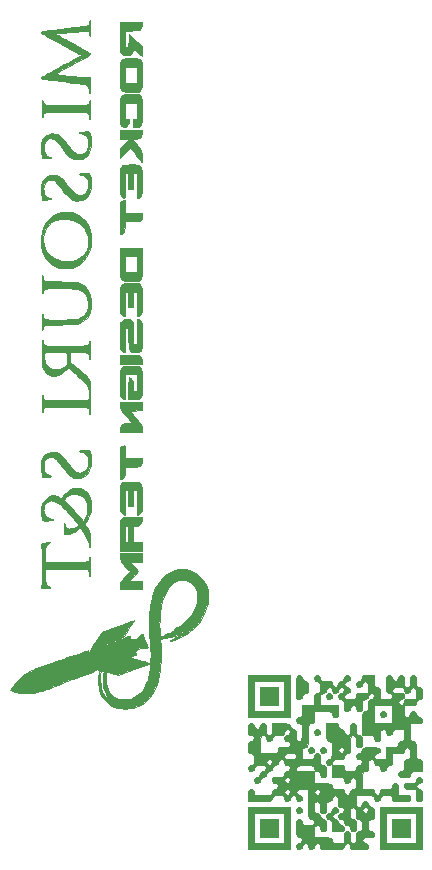
<source format=gbr>
%TF.GenerationSoftware,KiCad,Pcbnew,(6.0.1)*%
%TF.CreationDate,2022-01-19T11:33:41-06:00*%
%TF.ProjectId,Telemetry_KiCAD_Project,54656c65-6d65-4747-9279-5f4b69434144,rev?*%
%TF.SameCoordinates,Original*%
%TF.FileFunction,Legend,Bot*%
%TF.FilePolarity,Positive*%
%FSLAX46Y46*%
G04 Gerber Fmt 4.6, Leading zero omitted, Abs format (unit mm)*
G04 Created by KiCad (PCBNEW (6.0.1)) date 2022-01-19 11:33:41*
%MOMM*%
%LPD*%
G01*
G04 APERTURE LIST*
%ADD10C,0.010000*%
G04 APERTURE END LIST*
D10*
%TO.C,G\u002A\u002A\u002A*%
X94339032Y-126046989D02*
X94419233Y-126079073D01*
X94419233Y-126079073D02*
X94538878Y-126116475D01*
X94538878Y-126116475D02*
X94686496Y-126155945D01*
X94686496Y-126155945D02*
X94850614Y-126194231D01*
X94850614Y-126194231D02*
X95019759Y-126228083D01*
X95019759Y-126228083D02*
X95052096Y-126233846D01*
X95052096Y-126233846D02*
X95272363Y-126262043D01*
X95272363Y-126262043D02*
X95525190Y-126277911D01*
X95525190Y-126277911D02*
X95790093Y-126281475D01*
X95790093Y-126281475D02*
X96046592Y-126272760D01*
X96046592Y-126272760D02*
X96274205Y-126251791D01*
X96274205Y-126251791D02*
X96393916Y-126232225D01*
X96393916Y-126232225D02*
X96513030Y-126206028D01*
X96513030Y-126206028D02*
X96606668Y-126181787D01*
X96606668Y-126181787D02*
X96658466Y-126163847D01*
X96658466Y-126163847D02*
X96663026Y-126160787D01*
X96663026Y-126160787D02*
X96657430Y-126126899D01*
X96657430Y-126126899D02*
X96631995Y-126041205D01*
X96631995Y-126041205D02*
X96589302Y-125911314D01*
X96589302Y-125911314D02*
X96531934Y-125744828D01*
X96531934Y-125744828D02*
X96462473Y-125549355D01*
X96462473Y-125549355D02*
X96383502Y-125332498D01*
X96383502Y-125332498D02*
X96362244Y-125274937D01*
X96362244Y-125274937D02*
X96261255Y-125006218D01*
X96261255Y-125006218D02*
X96174470Y-124783483D01*
X96174470Y-124783483D02*
X96103176Y-124609798D01*
X96103176Y-124609798D02*
X96048660Y-124488233D01*
X96048660Y-124488233D02*
X96012212Y-124421854D01*
X96012212Y-124421854D02*
X95998996Y-124409750D01*
X95998996Y-124409750D02*
X95931965Y-124428989D01*
X95931965Y-124428989D02*
X95827030Y-124481902D01*
X95827030Y-124481902D02*
X95694877Y-124561280D01*
X95694877Y-124561280D02*
X95546191Y-124659916D01*
X95546191Y-124659916D02*
X95391657Y-124770602D01*
X95391657Y-124770602D02*
X95241962Y-124886130D01*
X95241962Y-124886130D02*
X95107791Y-124999293D01*
X95107791Y-124999293D02*
X95059867Y-125043222D01*
X95059867Y-125043222D02*
X94955728Y-125148828D01*
X94955728Y-125148828D02*
X94839663Y-125278390D01*
X94839663Y-125278390D02*
X94719148Y-125422141D01*
X94719148Y-125422141D02*
X94601656Y-125570312D01*
X94601656Y-125570312D02*
X94494662Y-125713136D01*
X94494662Y-125713136D02*
X94405641Y-125840845D01*
X94405641Y-125840845D02*
X94342067Y-125943671D01*
X94342067Y-125943671D02*
X94311415Y-126011847D01*
X94311415Y-126011847D02*
X94309750Y-126023475D01*
X94309750Y-126023475D02*
X94339032Y-126046989D01*
X94339032Y-126046989D02*
X94339032Y-126046989D01*
G36*
X96012212Y-124421854D02*
G01*
X96048660Y-124488233D01*
X96103176Y-124609798D01*
X96174470Y-124783483D01*
X96261255Y-125006218D01*
X96362244Y-125274937D01*
X96383502Y-125332498D01*
X96462473Y-125549355D01*
X96531934Y-125744828D01*
X96589302Y-125911314D01*
X96631995Y-126041205D01*
X96657430Y-126126899D01*
X96663026Y-126160787D01*
X96658466Y-126163847D01*
X96606668Y-126181787D01*
X96513030Y-126206028D01*
X96393916Y-126232225D01*
X96274205Y-126251791D01*
X96046592Y-126272760D01*
X95790093Y-126281475D01*
X95525190Y-126277911D01*
X95272363Y-126262043D01*
X95052096Y-126233846D01*
X95019759Y-126228083D01*
X94850614Y-126194231D01*
X94686496Y-126155945D01*
X94538878Y-126116475D01*
X94419233Y-126079073D01*
X94339032Y-126046989D01*
X94309750Y-126023475D01*
X94311415Y-126011847D01*
X94342067Y-125943671D01*
X94405641Y-125840845D01*
X94494662Y-125713136D01*
X94601656Y-125570312D01*
X94719148Y-125422141D01*
X94839663Y-125278390D01*
X94955728Y-125148828D01*
X95059867Y-125043222D01*
X95107791Y-124999293D01*
X95241962Y-124886130D01*
X95391657Y-124770602D01*
X95546191Y-124659916D01*
X95694877Y-124561280D01*
X95827030Y-124481902D01*
X95931965Y-124428989D01*
X95998996Y-124409750D01*
X96012212Y-124421854D01*
G37*
X96012212Y-124421854D02*
X96048660Y-124488233D01*
X96103176Y-124609798D01*
X96174470Y-124783483D01*
X96261255Y-125006218D01*
X96362244Y-125274937D01*
X96383502Y-125332498D01*
X96462473Y-125549355D01*
X96531934Y-125744828D01*
X96589302Y-125911314D01*
X96631995Y-126041205D01*
X96657430Y-126126899D01*
X96663026Y-126160787D01*
X96658466Y-126163847D01*
X96606668Y-126181787D01*
X96513030Y-126206028D01*
X96393916Y-126232225D01*
X96274205Y-126251791D01*
X96046592Y-126272760D01*
X95790093Y-126281475D01*
X95525190Y-126277911D01*
X95272363Y-126262043D01*
X95052096Y-126233846D01*
X95019759Y-126228083D01*
X94850614Y-126194231D01*
X94686496Y-126155945D01*
X94538878Y-126116475D01*
X94419233Y-126079073D01*
X94339032Y-126046989D01*
X94309750Y-126023475D01*
X94311415Y-126011847D01*
X94342067Y-125943671D01*
X94405641Y-125840845D01*
X94494662Y-125713136D01*
X94601656Y-125570312D01*
X94719148Y-125422141D01*
X94839663Y-125278390D01*
X94955728Y-125148828D01*
X95059867Y-125043222D01*
X95107791Y-124999293D01*
X95241962Y-124886130D01*
X95391657Y-124770602D01*
X95546191Y-124659916D01*
X95694877Y-124561280D01*
X95827030Y-124481902D01*
X95931965Y-124428989D01*
X95998996Y-124409750D01*
X96012212Y-124421854D01*
X96916784Y-113810877D02*
X96940256Y-113954209D01*
X96940256Y-113954209D02*
X96941856Y-113964000D01*
X96941856Y-113964000D02*
X96949844Y-114046553D01*
X96949844Y-114046553D02*
X96956771Y-114184063D01*
X96956771Y-114184063D02*
X96962629Y-114368125D01*
X96962629Y-114368125D02*
X96967409Y-114590335D01*
X96967409Y-114590335D02*
X96971100Y-114842288D01*
X96971100Y-114842288D02*
X96973694Y-115115580D01*
X96973694Y-115115580D02*
X96975181Y-115401807D01*
X96975181Y-115401807D02*
X96975553Y-115692565D01*
X96975553Y-115692565D02*
X96974799Y-115979449D01*
X96974799Y-115979449D02*
X96972912Y-116254054D01*
X96972912Y-116254054D02*
X96969881Y-116507978D01*
X96969881Y-116507978D02*
X96965697Y-116732814D01*
X96965697Y-116732814D02*
X96960352Y-116920160D01*
X96960352Y-116920160D02*
X96953835Y-117061611D01*
X96953835Y-117061611D02*
X96946138Y-117148762D01*
X96946138Y-117148762D02*
X96945358Y-117153830D01*
X96945358Y-117153830D02*
X96932469Y-117257712D01*
X96932469Y-117257712D02*
X96930484Y-117335179D01*
X96930484Y-117335179D02*
X96937605Y-117365320D01*
X96937605Y-117365320D02*
X96976897Y-117372644D01*
X96976897Y-117372644D02*
X97065838Y-117375773D01*
X97065838Y-117375773D02*
X97190705Y-117374548D01*
X97190705Y-117374548D02*
X97319511Y-117369737D01*
X97319511Y-117369737D02*
X97476892Y-117360768D01*
X97476892Y-117360768D02*
X97580586Y-117351019D01*
X97580586Y-117351019D02*
X97640397Y-117338599D01*
X97640397Y-117338599D02*
X97666129Y-117321617D01*
X97666129Y-117321617D02*
X97668569Y-117302384D01*
X97668569Y-117302384D02*
X97633305Y-117262658D01*
X97633305Y-117262658D02*
X97558793Y-117232339D01*
X97558793Y-117232339D02*
X97548822Y-117230117D01*
X97548822Y-117230117D02*
X97462817Y-117202754D01*
X97462817Y-117202754D02*
X97394653Y-117155221D01*
X97394653Y-117155221D02*
X97342072Y-117080649D01*
X97342072Y-117080649D02*
X97302813Y-116972168D01*
X97302813Y-116972168D02*
X97274618Y-116822910D01*
X97274618Y-116822910D02*
X97255227Y-116626005D01*
X97255227Y-116626005D02*
X97242381Y-116374583D01*
X97242381Y-116374583D02*
X97239533Y-116289687D01*
X97239533Y-116289687D02*
X97222751Y-115742000D01*
X97222751Y-115742000D02*
X98838063Y-115742183D01*
X98838063Y-115742183D02*
X99161463Y-115742824D01*
X99161463Y-115742824D02*
X99470447Y-115744591D01*
X99470447Y-115744591D02*
X99758152Y-115747367D01*
X99758152Y-115747367D02*
X100017714Y-115751035D01*
X100017714Y-115751035D02*
X100242270Y-115755475D01*
X100242270Y-115755475D02*
X100424957Y-115760572D01*
X100424957Y-115760572D02*
X100558913Y-115766205D01*
X100558913Y-115766205D02*
X100637273Y-115772259D01*
X100637273Y-115772259D02*
X100643875Y-115773206D01*
X100643875Y-115773206D02*
X100776267Y-115803525D01*
X100776267Y-115803525D02*
X100863858Y-115851742D01*
X100863858Y-115851742D02*
X100917765Y-115930727D01*
X100917765Y-115930727D02*
X100949106Y-116053347D01*
X100949106Y-116053347D02*
X100960260Y-116139405D01*
X100960260Y-116139405D02*
X100979029Y-116263836D01*
X100979029Y-116263836D02*
X101001991Y-116328081D01*
X101001991Y-116328081D02*
X101019651Y-116336424D01*
X101019651Y-116336424D02*
X101032515Y-116310548D01*
X101032515Y-116310548D02*
X101043035Y-116239658D01*
X101043035Y-116239658D02*
X101051438Y-116119764D01*
X101051438Y-116119764D02*
X101057953Y-115946877D01*
X101057953Y-115946877D02*
X101062806Y-115717008D01*
X101062806Y-115717008D02*
X101065117Y-115540933D01*
X101065117Y-115540933D02*
X101067301Y-115293090D01*
X101067301Y-115293090D02*
X101067606Y-115101918D01*
X101067606Y-115101918D02*
X101065719Y-114960607D01*
X101065719Y-114960607D02*
X101061325Y-114862347D01*
X101061325Y-114862347D02*
X101054110Y-114800329D01*
X101054110Y-114800329D02*
X101043762Y-114767742D01*
X101043762Y-114767742D02*
X101029966Y-114757777D01*
X101029966Y-114757777D02*
X101029034Y-114757750D01*
X101029034Y-114757750D02*
X100993775Y-114788301D01*
X100993775Y-114788301D02*
X100967222Y-114875688D01*
X100967222Y-114875688D02*
X100962944Y-114901226D01*
X100962944Y-114901226D02*
X100931346Y-115017218D01*
X100931346Y-115017218D02*
X100874204Y-115088334D01*
X100874204Y-115088334D02*
X100864525Y-115095092D01*
X100864525Y-115095092D02*
X100816591Y-115117359D01*
X100816591Y-115117359D02*
X100742981Y-115136491D01*
X100742981Y-115136491D02*
X100639543Y-115152690D01*
X100639543Y-115152690D02*
X100502129Y-115166155D01*
X100502129Y-115166155D02*
X100326590Y-115177089D01*
X100326590Y-115177089D02*
X100108775Y-115185691D01*
X100108775Y-115185691D02*
X99844536Y-115192163D01*
X99844536Y-115192163D02*
X99529722Y-115196706D01*
X99529722Y-115196706D02*
X99160186Y-115199521D01*
X99160186Y-115199521D02*
X98731776Y-115200808D01*
X98731776Y-115200808D02*
X98679999Y-115200866D01*
X98679999Y-115200866D02*
X97224124Y-115202250D01*
X97224124Y-115202250D02*
X97236347Y-114575187D01*
X97236347Y-114575187D02*
X97242413Y-114329196D01*
X97242413Y-114329196D02*
X97251541Y-114137685D01*
X97251541Y-114137685D02*
X97266277Y-113991636D01*
X97266277Y-113991636D02*
X97289169Y-113882031D01*
X97289169Y-113882031D02*
X97322763Y-113799853D01*
X97322763Y-113799853D02*
X97369606Y-113736084D01*
X97369606Y-113736084D02*
X97432246Y-113681705D01*
X97432246Y-113681705D02*
X97501963Y-113634772D01*
X97501963Y-113634772D02*
X97595308Y-113566525D01*
X97595308Y-113566525D02*
X97631096Y-113517715D01*
X97631096Y-113517715D02*
X97612423Y-113488980D01*
X97612423Y-113488980D02*
X97542383Y-113480958D01*
X97542383Y-113480958D02*
X97424073Y-113494286D01*
X97424073Y-113494286D02*
X97260590Y-113529602D01*
X97260590Y-113529602D02*
X97144099Y-113561040D01*
X97144099Y-113561040D02*
X97030276Y-113593404D01*
X97030276Y-113593404D02*
X96957354Y-113621178D01*
X96957354Y-113621178D02*
X96918612Y-113657753D01*
X96918612Y-113657753D02*
X96907329Y-113716523D01*
X96907329Y-113716523D02*
X96916784Y-113810877D01*
X96916784Y-113810877D02*
X96916784Y-113810877D01*
G36*
X97612423Y-113488980D02*
G01*
X97631096Y-113517715D01*
X97595308Y-113566525D01*
X97501963Y-113634772D01*
X97432246Y-113681705D01*
X97369606Y-113736084D01*
X97322763Y-113799853D01*
X97289169Y-113882031D01*
X97266277Y-113991636D01*
X97251541Y-114137685D01*
X97242413Y-114329196D01*
X97236347Y-114575187D01*
X97224124Y-115202250D01*
X98679999Y-115200866D01*
X98731776Y-115200808D01*
X99160186Y-115199521D01*
X99529722Y-115196706D01*
X99844536Y-115192163D01*
X100108775Y-115185691D01*
X100326590Y-115177089D01*
X100502129Y-115166155D01*
X100639543Y-115152690D01*
X100742981Y-115136491D01*
X100816591Y-115117359D01*
X100864525Y-115095092D01*
X100874204Y-115088334D01*
X100931346Y-115017218D01*
X100962944Y-114901226D01*
X100967222Y-114875688D01*
X100993775Y-114788301D01*
X101029034Y-114757750D01*
X101029966Y-114757777D01*
X101043762Y-114767742D01*
X101054110Y-114800329D01*
X101061325Y-114862347D01*
X101065719Y-114960607D01*
X101067606Y-115101918D01*
X101067301Y-115293090D01*
X101065117Y-115540933D01*
X101062806Y-115717008D01*
X101057953Y-115946877D01*
X101051438Y-116119764D01*
X101043035Y-116239658D01*
X101032515Y-116310548D01*
X101019651Y-116336424D01*
X101001991Y-116328081D01*
X100979029Y-116263836D01*
X100960260Y-116139405D01*
X100949106Y-116053347D01*
X100917765Y-115930727D01*
X100863858Y-115851742D01*
X100776267Y-115803525D01*
X100643875Y-115773206D01*
X100637273Y-115772259D01*
X100558913Y-115766205D01*
X100424957Y-115760572D01*
X100242270Y-115755475D01*
X100017714Y-115751035D01*
X99758152Y-115747367D01*
X99470447Y-115744591D01*
X99161463Y-115742824D01*
X98838063Y-115742183D01*
X97222751Y-115742000D01*
X97239533Y-116289687D01*
X97242381Y-116374583D01*
X97255227Y-116626005D01*
X97274618Y-116822910D01*
X97302813Y-116972168D01*
X97342072Y-117080649D01*
X97394653Y-117155221D01*
X97462817Y-117202754D01*
X97548822Y-117230117D01*
X97558793Y-117232339D01*
X97633305Y-117262658D01*
X97668569Y-117302384D01*
X97666129Y-117321617D01*
X97640397Y-117338599D01*
X97580586Y-117351019D01*
X97476892Y-117360768D01*
X97319511Y-117369737D01*
X97190705Y-117374548D01*
X97065838Y-117375773D01*
X96976897Y-117372644D01*
X96937605Y-117365320D01*
X96930484Y-117335179D01*
X96932469Y-117257712D01*
X96945358Y-117153830D01*
X96946138Y-117148762D01*
X96953835Y-117061611D01*
X96960352Y-116920160D01*
X96965697Y-116732814D01*
X96969881Y-116507978D01*
X96972912Y-116254054D01*
X96974799Y-115979449D01*
X96975553Y-115692565D01*
X96975181Y-115401807D01*
X96973694Y-115115580D01*
X96971100Y-114842288D01*
X96967409Y-114590335D01*
X96962629Y-114368125D01*
X96956771Y-114184063D01*
X96949844Y-114046553D01*
X96941856Y-113964000D01*
X96940256Y-113954209D01*
X96916784Y-113810877D01*
X96907329Y-113716523D01*
X96918612Y-113657753D01*
X96957354Y-113621178D01*
X97030276Y-113593404D01*
X97144099Y-113561040D01*
X97260590Y-113529602D01*
X97424073Y-113494286D01*
X97542383Y-113480958D01*
X97612423Y-113488980D01*
G37*
X97612423Y-113488980D02*
X97631096Y-113517715D01*
X97595308Y-113566525D01*
X97501963Y-113634772D01*
X97432246Y-113681705D01*
X97369606Y-113736084D01*
X97322763Y-113799853D01*
X97289169Y-113882031D01*
X97266277Y-113991636D01*
X97251541Y-114137685D01*
X97242413Y-114329196D01*
X97236347Y-114575187D01*
X97224124Y-115202250D01*
X98679999Y-115200866D01*
X98731776Y-115200808D01*
X99160186Y-115199521D01*
X99529722Y-115196706D01*
X99844536Y-115192163D01*
X100108775Y-115185691D01*
X100326590Y-115177089D01*
X100502129Y-115166155D01*
X100639543Y-115152690D01*
X100742981Y-115136491D01*
X100816591Y-115117359D01*
X100864525Y-115095092D01*
X100874204Y-115088334D01*
X100931346Y-115017218D01*
X100962944Y-114901226D01*
X100967222Y-114875688D01*
X100993775Y-114788301D01*
X101029034Y-114757750D01*
X101029966Y-114757777D01*
X101043762Y-114767742D01*
X101054110Y-114800329D01*
X101061325Y-114862347D01*
X101065719Y-114960607D01*
X101067606Y-115101918D01*
X101067301Y-115293090D01*
X101065117Y-115540933D01*
X101062806Y-115717008D01*
X101057953Y-115946877D01*
X101051438Y-116119764D01*
X101043035Y-116239658D01*
X101032515Y-116310548D01*
X101019651Y-116336424D01*
X101001991Y-116328081D01*
X100979029Y-116263836D01*
X100960260Y-116139405D01*
X100949106Y-116053347D01*
X100917765Y-115930727D01*
X100863858Y-115851742D01*
X100776267Y-115803525D01*
X100643875Y-115773206D01*
X100637273Y-115772259D01*
X100558913Y-115766205D01*
X100424957Y-115760572D01*
X100242270Y-115755475D01*
X100017714Y-115751035D01*
X99758152Y-115747367D01*
X99470447Y-115744591D01*
X99161463Y-115742824D01*
X98838063Y-115742183D01*
X97222751Y-115742000D01*
X97239533Y-116289687D01*
X97242381Y-116374583D01*
X97255227Y-116626005D01*
X97274618Y-116822910D01*
X97302813Y-116972168D01*
X97342072Y-117080649D01*
X97394653Y-117155221D01*
X97462817Y-117202754D01*
X97548822Y-117230117D01*
X97558793Y-117232339D01*
X97633305Y-117262658D01*
X97668569Y-117302384D01*
X97666129Y-117321617D01*
X97640397Y-117338599D01*
X97580586Y-117351019D01*
X97476892Y-117360768D01*
X97319511Y-117369737D01*
X97190705Y-117374548D01*
X97065838Y-117375773D01*
X96976897Y-117372644D01*
X96937605Y-117365320D01*
X96930484Y-117335179D01*
X96932469Y-117257712D01*
X96945358Y-117153830D01*
X96946138Y-117148762D01*
X96953835Y-117061611D01*
X96960352Y-116920160D01*
X96965697Y-116732814D01*
X96969881Y-116507978D01*
X96972912Y-116254054D01*
X96974799Y-115979449D01*
X96975553Y-115692565D01*
X96975181Y-115401807D01*
X96973694Y-115115580D01*
X96971100Y-114842288D01*
X96967409Y-114590335D01*
X96962629Y-114368125D01*
X96956771Y-114184063D01*
X96949844Y-114046553D01*
X96941856Y-113964000D01*
X96940256Y-113954209D01*
X96916784Y-113810877D01*
X96907329Y-113716523D01*
X96918612Y-113657753D01*
X96957354Y-113621178D01*
X97030276Y-113593404D01*
X97144099Y-113561040D01*
X97260590Y-113529602D01*
X97424073Y-113494286D01*
X97542383Y-113480958D01*
X97612423Y-113488980D01*
X96977377Y-101993157D02*
X96979540Y-102173603D01*
X96979540Y-102173603D02*
X96983659Y-102304368D01*
X96983659Y-102304368D02*
X96990155Y-102392355D01*
X96990155Y-102392355D02*
X96999447Y-102444470D01*
X96999447Y-102444470D02*
X97011956Y-102467615D01*
X97011956Y-102467615D02*
X97020245Y-102470500D01*
X97020245Y-102470500D02*
X97053735Y-102439826D01*
X97053735Y-102439826D02*
X97076773Y-102350963D01*
X97076773Y-102350963D02*
X97080214Y-102324352D01*
X97080214Y-102324352D02*
X97106932Y-102200400D01*
X97106932Y-102200400D02*
X97161780Y-102121492D01*
X97161780Y-102121492D02*
X97257817Y-102074480D01*
X97257817Y-102074480D02*
X97347725Y-102054925D01*
X97347725Y-102054925D02*
X97417114Y-102048939D01*
X97417114Y-102048939D02*
X97541869Y-102043802D01*
X97541869Y-102043802D02*
X97713865Y-102039516D01*
X97713865Y-102039516D02*
X97924975Y-102036081D01*
X97924975Y-102036081D02*
X98167071Y-102033496D01*
X98167071Y-102033496D02*
X98432026Y-102031761D01*
X98432026Y-102031761D02*
X98711713Y-102030878D01*
X98711713Y-102030878D02*
X98998006Y-102030846D01*
X98998006Y-102030846D02*
X99282777Y-102031665D01*
X99282777Y-102031665D02*
X99557899Y-102033334D01*
X99557899Y-102033334D02*
X99815246Y-102035856D01*
X99815246Y-102035856D02*
X100046690Y-102039228D01*
X100046690Y-102039228D02*
X100244105Y-102043452D01*
X100244105Y-102043452D02*
X100399363Y-102048528D01*
X100399363Y-102048528D02*
X100504337Y-102054455D01*
X100504337Y-102054455D02*
X100509375Y-102054883D01*
X100509375Y-102054883D02*
X100682043Y-102075884D01*
X100682043Y-102075884D02*
X100802081Y-102109322D01*
X100802081Y-102109322D02*
X100880259Y-102164075D01*
X100880259Y-102164075D02*
X100927348Y-102249022D01*
X100927348Y-102249022D02*
X100954117Y-102373044D01*
X100954117Y-102373044D02*
X100960635Y-102426906D01*
X100960635Y-102426906D02*
X100979316Y-102549740D01*
X100979316Y-102549740D02*
X101002360Y-102612705D01*
X101002360Y-102612705D02*
X101019651Y-102620425D01*
X101019651Y-102620425D02*
X101029733Y-102587006D01*
X101029733Y-102587006D02*
X101039181Y-102500698D01*
X101039181Y-102500698D02*
X101047777Y-102372110D01*
X101047777Y-102372110D02*
X101055300Y-102211850D01*
X101055300Y-102211850D02*
X101061530Y-102030528D01*
X101061530Y-102030528D02*
X101066248Y-101838752D01*
X101066248Y-101838752D02*
X101069235Y-101647132D01*
X101069235Y-101647132D02*
X101070271Y-101466277D01*
X101070271Y-101466277D02*
X101069135Y-101306796D01*
X101069135Y-101306796D02*
X101065609Y-101179297D01*
X101065609Y-101179297D02*
X101059473Y-101094391D01*
X101059473Y-101094391D02*
X101051884Y-101063467D01*
X101051884Y-101063467D02*
X101014513Y-101043337D01*
X101014513Y-101043337D02*
X100987439Y-101074576D01*
X100987439Y-101074576D02*
X100966420Y-101162828D01*
X100966420Y-101162828D02*
X100963582Y-101180968D01*
X100963582Y-101180968D02*
X100933665Y-101294874D01*
X100933665Y-101294874D02*
X100876700Y-101372045D01*
X100876700Y-101372045D02*
X100780942Y-101421971D01*
X100780942Y-101421971D02*
X100634642Y-101454141D01*
X100634642Y-101454141D02*
X100623348Y-101455808D01*
X100623348Y-101455808D02*
X100537259Y-101463519D01*
X100537259Y-101463519D02*
X100399286Y-101470008D01*
X100399286Y-101470008D02*
X100217019Y-101475300D01*
X100217019Y-101475300D02*
X99998046Y-101479419D01*
X99998046Y-101479419D02*
X99749956Y-101482391D01*
X99749956Y-101482391D02*
X99480338Y-101484242D01*
X99480338Y-101484242D02*
X99196782Y-101484994D01*
X99196782Y-101484994D02*
X98906875Y-101484675D01*
X98906875Y-101484675D02*
X98618209Y-101483307D01*
X98618209Y-101483307D02*
X98338370Y-101480918D01*
X98338370Y-101480918D02*
X98074949Y-101477530D01*
X98074949Y-101477530D02*
X97835534Y-101473170D01*
X97835534Y-101473170D02*
X97627715Y-101467862D01*
X97627715Y-101467862D02*
X97459080Y-101461632D01*
X97459080Y-101461632D02*
X97337218Y-101454503D01*
X97337218Y-101454503D02*
X97269719Y-101446501D01*
X97269719Y-101446501D02*
X97263327Y-101444770D01*
X97263327Y-101444770D02*
X97153676Y-101376909D01*
X97153676Y-101376909D02*
X97089575Y-101266035D01*
X97089575Y-101266035D02*
X97072468Y-101144937D01*
X97072468Y-101144937D02*
X97059905Y-101065766D01*
X97059905Y-101065766D02*
X97024375Y-101041750D01*
X97024375Y-101041750D02*
X97008782Y-101049190D01*
X97008782Y-101049190D02*
X96996934Y-101076398D01*
X96996934Y-101076398D02*
X96988341Y-101130706D01*
X96988341Y-101130706D02*
X96982515Y-101219445D01*
X96982515Y-101219445D02*
X96978967Y-101349945D01*
X96978967Y-101349945D02*
X96977208Y-101529537D01*
X96977208Y-101529537D02*
X96976750Y-101756125D01*
X96976750Y-101756125D02*
X96977377Y-101993157D01*
X96977377Y-101993157D02*
X96977377Y-101993157D01*
G36*
X97059905Y-101065766D02*
G01*
X97072468Y-101144937D01*
X97089575Y-101266035D01*
X97153676Y-101376909D01*
X97263327Y-101444770D01*
X97269719Y-101446501D01*
X97337218Y-101454503D01*
X97459080Y-101461632D01*
X97627715Y-101467862D01*
X97835534Y-101473170D01*
X98074949Y-101477530D01*
X98338370Y-101480918D01*
X98618209Y-101483307D01*
X98906875Y-101484675D01*
X99196782Y-101484994D01*
X99480338Y-101484242D01*
X99749956Y-101482391D01*
X99998046Y-101479419D01*
X100217019Y-101475300D01*
X100399286Y-101470008D01*
X100537259Y-101463519D01*
X100623348Y-101455808D01*
X100634642Y-101454141D01*
X100780942Y-101421971D01*
X100876700Y-101372045D01*
X100933665Y-101294874D01*
X100963582Y-101180968D01*
X100966420Y-101162828D01*
X100987439Y-101074576D01*
X101014513Y-101043337D01*
X101051884Y-101063467D01*
X101059473Y-101094391D01*
X101065609Y-101179297D01*
X101069135Y-101306796D01*
X101070271Y-101466277D01*
X101069235Y-101647132D01*
X101066248Y-101838752D01*
X101061530Y-102030528D01*
X101055300Y-102211850D01*
X101047777Y-102372110D01*
X101039181Y-102500698D01*
X101029733Y-102587006D01*
X101019651Y-102620425D01*
X101002360Y-102612705D01*
X100979316Y-102549740D01*
X100960635Y-102426906D01*
X100954117Y-102373044D01*
X100927348Y-102249022D01*
X100880259Y-102164075D01*
X100802081Y-102109322D01*
X100682043Y-102075884D01*
X100509375Y-102054883D01*
X100504337Y-102054455D01*
X100399363Y-102048528D01*
X100244105Y-102043452D01*
X100046690Y-102039228D01*
X99815246Y-102035856D01*
X99557899Y-102033334D01*
X99282777Y-102031665D01*
X98998006Y-102030846D01*
X98711713Y-102030878D01*
X98432026Y-102031761D01*
X98167071Y-102033496D01*
X97924975Y-102036081D01*
X97713865Y-102039516D01*
X97541869Y-102043802D01*
X97417114Y-102048939D01*
X97347725Y-102054925D01*
X97257817Y-102074480D01*
X97161780Y-102121492D01*
X97106932Y-102200400D01*
X97080214Y-102324352D01*
X97076773Y-102350963D01*
X97053735Y-102439826D01*
X97020245Y-102470500D01*
X97011956Y-102467615D01*
X96999447Y-102444470D01*
X96990155Y-102392355D01*
X96983659Y-102304368D01*
X96979540Y-102173603D01*
X96977377Y-101993157D01*
X96976750Y-101756125D01*
X96977208Y-101529537D01*
X96978967Y-101349945D01*
X96982515Y-101219445D01*
X96988341Y-101130706D01*
X96996934Y-101076398D01*
X97008782Y-101049190D01*
X97024375Y-101041750D01*
X97059905Y-101065766D01*
G37*
X97059905Y-101065766D02*
X97072468Y-101144937D01*
X97089575Y-101266035D01*
X97153676Y-101376909D01*
X97263327Y-101444770D01*
X97269719Y-101446501D01*
X97337218Y-101454503D01*
X97459080Y-101461632D01*
X97627715Y-101467862D01*
X97835534Y-101473170D01*
X98074949Y-101477530D01*
X98338370Y-101480918D01*
X98618209Y-101483307D01*
X98906875Y-101484675D01*
X99196782Y-101484994D01*
X99480338Y-101484242D01*
X99749956Y-101482391D01*
X99998046Y-101479419D01*
X100217019Y-101475300D01*
X100399286Y-101470008D01*
X100537259Y-101463519D01*
X100623348Y-101455808D01*
X100634642Y-101454141D01*
X100780942Y-101421971D01*
X100876700Y-101372045D01*
X100933665Y-101294874D01*
X100963582Y-101180968D01*
X100966420Y-101162828D01*
X100987439Y-101074576D01*
X101014513Y-101043337D01*
X101051884Y-101063467D01*
X101059473Y-101094391D01*
X101065609Y-101179297D01*
X101069135Y-101306796D01*
X101070271Y-101466277D01*
X101069235Y-101647132D01*
X101066248Y-101838752D01*
X101061530Y-102030528D01*
X101055300Y-102211850D01*
X101047777Y-102372110D01*
X101039181Y-102500698D01*
X101029733Y-102587006D01*
X101019651Y-102620425D01*
X101002360Y-102612705D01*
X100979316Y-102549740D01*
X100960635Y-102426906D01*
X100954117Y-102373044D01*
X100927348Y-102249022D01*
X100880259Y-102164075D01*
X100802081Y-102109322D01*
X100682043Y-102075884D01*
X100509375Y-102054883D01*
X100504337Y-102054455D01*
X100399363Y-102048528D01*
X100244105Y-102043452D01*
X100046690Y-102039228D01*
X99815246Y-102035856D01*
X99557899Y-102033334D01*
X99282777Y-102031665D01*
X98998006Y-102030846D01*
X98711713Y-102030878D01*
X98432026Y-102031761D01*
X98167071Y-102033496D01*
X97924975Y-102036081D01*
X97713865Y-102039516D01*
X97541869Y-102043802D01*
X97417114Y-102048939D01*
X97347725Y-102054925D01*
X97257817Y-102074480D01*
X97161780Y-102121492D01*
X97106932Y-102200400D01*
X97080214Y-102324352D01*
X97076773Y-102350963D01*
X97053735Y-102439826D01*
X97020245Y-102470500D01*
X97011956Y-102467615D01*
X96999447Y-102444470D01*
X96990155Y-102392355D01*
X96983659Y-102304368D01*
X96979540Y-102173603D01*
X96977377Y-101993157D01*
X96976750Y-101756125D01*
X96977208Y-101529537D01*
X96978967Y-101349945D01*
X96982515Y-101219445D01*
X96988341Y-101130706D01*
X96996934Y-101076398D01*
X97008782Y-101049190D01*
X97024375Y-101041750D01*
X97059905Y-101065766D01*
X96972185Y-97399264D02*
X96974926Y-97629772D01*
X96974926Y-97629772D02*
X96979982Y-97854042D01*
X96979982Y-97854042D02*
X96987323Y-98063364D01*
X96987323Y-98063364D02*
X96996917Y-98249025D01*
X96996917Y-98249025D02*
X97008733Y-98402316D01*
X97008733Y-98402316D02*
X97022740Y-98514526D01*
X97022740Y-98514526D02*
X97028294Y-98543107D01*
X97028294Y-98543107D02*
X97102755Y-98796992D01*
X97102755Y-98796992D02*
X97202959Y-98999750D01*
X97202959Y-98999750D02*
X97335353Y-99160748D01*
X97335353Y-99160748D02*
X97506381Y-99289354D01*
X97506381Y-99289354D02*
X97564125Y-99321929D01*
X97564125Y-99321929D02*
X97654819Y-99365188D01*
X97654819Y-99365188D02*
X97739635Y-99390475D01*
X97739635Y-99390475D02*
X97841165Y-99402142D01*
X97841165Y-99402142D02*
X97982003Y-99404540D01*
X97982003Y-99404540D02*
X97992750Y-99404481D01*
X97992750Y-99404481D02*
X98138242Y-99400484D01*
X98138242Y-99400484D02*
X98246865Y-99386839D01*
X98246865Y-99386839D02*
X98345127Y-99357787D01*
X98345127Y-99357787D02*
X98459538Y-99307572D01*
X98459538Y-99307572D02*
X98476551Y-99299397D01*
X98476551Y-99299397D02*
X98658301Y-99191239D01*
X98658301Y-99191239D02*
X98855909Y-99037047D01*
X98855909Y-99037047D02*
X98943949Y-98957571D01*
X98943949Y-98957571D02*
X99075577Y-98839527D01*
X99075577Y-98839527D02*
X99170852Y-98766978D01*
X99170852Y-98766978D02*
X99227887Y-98741299D01*
X99227887Y-98741299D02*
X99238023Y-98743361D01*
X99238023Y-98743361D02*
X99284078Y-98778370D01*
X99284078Y-98778370D02*
X99368270Y-98849495D01*
X99368270Y-98849495D02*
X99482468Y-98949362D01*
X99482468Y-98949362D02*
X99618541Y-99070598D01*
X99618541Y-99070598D02*
X99768357Y-99205829D01*
X99768357Y-99205829D02*
X99923784Y-99347681D01*
X99923784Y-99347681D02*
X100076692Y-99488779D01*
X100076692Y-99488779D02*
X100218949Y-99621750D01*
X100218949Y-99621750D02*
X100342422Y-99739220D01*
X100342422Y-99739220D02*
X100423975Y-99818829D01*
X100423975Y-99818829D02*
X100616696Y-100025973D01*
X100616696Y-100025973D02*
X100759689Y-100218932D01*
X100759689Y-100218932D02*
X100860429Y-100411093D01*
X100860429Y-100411093D02*
X100926389Y-100615844D01*
X100926389Y-100615844D02*
X100955419Y-100770690D01*
X100955419Y-100770690D02*
X100979000Y-100909913D01*
X100979000Y-100909913D02*
X101000260Y-100987031D01*
X101000260Y-100987031D02*
X101018766Y-101003415D01*
X101018766Y-101003415D02*
X101034083Y-100960431D01*
X101034083Y-100960431D02*
X101045778Y-100859449D01*
X101045778Y-100859449D02*
X101053417Y-100701837D01*
X101053417Y-100701837D02*
X101056566Y-100488962D01*
X101056566Y-100488962D02*
X101056625Y-100451577D01*
X101056625Y-100451577D02*
X101056209Y-100253806D01*
X101056209Y-100253806D02*
X101053992Y-100107520D01*
X101053992Y-100107520D02*
X101048518Y-100000708D01*
X101048518Y-100000708D02*
X101038331Y-99921357D01*
X101038331Y-99921357D02*
X101021975Y-99857454D01*
X101021975Y-99857454D02*
X100997994Y-99796986D01*
X100997994Y-99796986D02*
X100970231Y-99738713D01*
X100970231Y-99738713D02*
X100909205Y-99635714D01*
X100909205Y-99635714D02*
X100818793Y-99518099D01*
X100818793Y-99518099D02*
X100695091Y-99381971D01*
X100695091Y-99381971D02*
X100534198Y-99223434D01*
X100534198Y-99223434D02*
X100332211Y-99038593D01*
X100332211Y-99038593D02*
X100085228Y-98823549D01*
X100085228Y-98823549D02*
X99878849Y-98649088D01*
X99878849Y-98649088D02*
X99367823Y-98221237D01*
X99367823Y-98221237D02*
X99345851Y-97832453D01*
X99345851Y-97832453D02*
X99338483Y-97654387D01*
X99338483Y-97654387D02*
X99338589Y-97519912D01*
X99338589Y-97519912D02*
X99346012Y-97436374D01*
X99346012Y-97436374D02*
X99354807Y-97412742D01*
X99354807Y-97412742D02*
X99399313Y-97400437D01*
X99399313Y-97400437D02*
X99495645Y-97392795D01*
X99495645Y-97392795D02*
X99632330Y-97389421D01*
X99632330Y-97389421D02*
X99797897Y-97389917D01*
X99797897Y-97389917D02*
X99980873Y-97393888D01*
X99980873Y-97393888D02*
X100169786Y-97400936D01*
X100169786Y-97400936D02*
X100353164Y-97410667D01*
X100353164Y-97410667D02*
X100519534Y-97422683D01*
X100519534Y-97422683D02*
X100657425Y-97436589D01*
X100657425Y-97436589D02*
X100755365Y-97451987D01*
X100755365Y-97451987D02*
X100791628Y-97462377D01*
X100791628Y-97462377D02*
X100857339Y-97494910D01*
X100857339Y-97494910D02*
X100900549Y-97534805D01*
X100900549Y-97534805D02*
X100928455Y-97596740D01*
X100928455Y-97596740D02*
X100948253Y-97695392D01*
X100948253Y-97695392D02*
X100963318Y-97812556D01*
X100963318Y-97812556D02*
X100981981Y-97921278D01*
X100981981Y-97921278D02*
X101005318Y-97978288D01*
X101005318Y-97978288D02*
X101020766Y-97984553D01*
X101020766Y-97984553D02*
X101033670Y-97955257D01*
X101033670Y-97955257D02*
X101044280Y-97874849D01*
X101044280Y-97874849D02*
X101052760Y-97740467D01*
X101052760Y-97740467D02*
X101059271Y-97549245D01*
X101059271Y-97549245D02*
X101063979Y-97298321D01*
X101063979Y-97298321D02*
X101065126Y-97205308D01*
X101065126Y-97205308D02*
X101067326Y-96960265D01*
X101067326Y-96960265D02*
X101067601Y-96771825D01*
X101067601Y-96771825D02*
X101065627Y-96633112D01*
X101065627Y-96633112D02*
X101061082Y-96537249D01*
X101061082Y-96537249D02*
X101053642Y-96477361D01*
X101053642Y-96477361D02*
X101042984Y-96446571D01*
X101042984Y-96446571D02*
X101029044Y-96438000D01*
X101029044Y-96438000D02*
X100993772Y-96468555D01*
X100993772Y-96468555D02*
X100967217Y-96555969D01*
X100967217Y-96555969D02*
X100962944Y-96581476D01*
X100962944Y-96581476D02*
X100941644Y-96673322D01*
X100941644Y-96673322D02*
X100903043Y-96739999D01*
X100903043Y-96739999D02*
X100837340Y-96786645D01*
X100837340Y-96786645D02*
X100734732Y-96818401D01*
X100734732Y-96818401D02*
X100585415Y-96840406D01*
X100585415Y-96840406D02*
X100445155Y-96852969D01*
X100445155Y-96852969D02*
X100328711Y-96859361D01*
X100328711Y-96859361D02*
X100162984Y-96864814D01*
X100162984Y-96864814D02*
X99956446Y-96869325D01*
X99956446Y-96869325D02*
X99717568Y-96872891D01*
X99717568Y-96872891D02*
X99454822Y-96875510D01*
X99454822Y-96875510D02*
X99176679Y-96877178D01*
X99176679Y-96877178D02*
X98891612Y-96877894D01*
X98891612Y-96877894D02*
X98608092Y-96877654D01*
X98608092Y-96877654D02*
X98334591Y-96876456D01*
X98334591Y-96876456D02*
X98079580Y-96874298D01*
X98079580Y-96874298D02*
X97851532Y-96871176D01*
X97851532Y-96871176D02*
X97658917Y-96867088D01*
X97658917Y-96867088D02*
X97568761Y-96864023D01*
X97568761Y-96864023D02*
X97568761Y-97394966D01*
X97568761Y-97394966D02*
X97747827Y-97395001D01*
X97747827Y-97395001D02*
X97979339Y-97396513D01*
X97979339Y-97396513D02*
X98142753Y-97397949D01*
X98142753Y-97397949D02*
X99056375Y-97406375D01*
X99056375Y-97406375D02*
X99093507Y-97549250D01*
X99093507Y-97549250D02*
X99114210Y-97667720D01*
X99114210Y-97667720D02*
X99127112Y-97820928D01*
X99127112Y-97820928D02*
X99132064Y-97989000D01*
X99132064Y-97989000D02*
X99128915Y-98152066D01*
X99128915Y-98152066D02*
X99117516Y-98290254D01*
X99117516Y-98290254D02*
X99099742Y-98377949D01*
X99099742Y-98377949D02*
X99013909Y-98540880D01*
X99013909Y-98540880D02*
X98881714Y-98673025D01*
X98881714Y-98673025D02*
X98713108Y-98772946D01*
X98713108Y-98772946D02*
X98518040Y-98839204D01*
X98518040Y-98839204D02*
X98306462Y-98870360D01*
X98306462Y-98870360D02*
X98088323Y-98864973D01*
X98088323Y-98864973D02*
X97873574Y-98821606D01*
X97873574Y-98821606D02*
X97672165Y-98738819D01*
X97672165Y-98738819D02*
X97494047Y-98615173D01*
X97494047Y-98615173D02*
X97489245Y-98610887D01*
X97489245Y-98610887D02*
X97359376Y-98474615D01*
X97359376Y-98474615D02*
X97269649Y-98329157D01*
X97269649Y-98329157D02*
X97214541Y-98160163D01*
X97214541Y-98160163D02*
X97188533Y-97953282D01*
X97188533Y-97953282D02*
X97184636Y-97819125D01*
X97184636Y-97819125D02*
X97186211Y-97677986D01*
X97186211Y-97677986D02*
X97191678Y-97556654D01*
X97191678Y-97556654D02*
X97200070Y-97471916D01*
X97200070Y-97471916D02*
X97206128Y-97445574D01*
X97206128Y-97445574D02*
X97216618Y-97429320D01*
X97216618Y-97429320D02*
X97237812Y-97416666D01*
X97237812Y-97416666D02*
X97276666Y-97407257D01*
X97276666Y-97407257D02*
X97340137Y-97400740D01*
X97340137Y-97400740D02*
X97435183Y-97396761D01*
X97435183Y-97396761D02*
X97568761Y-97394966D01*
X97568761Y-97394966D02*
X97568761Y-96864023D01*
X97568761Y-96864023D02*
X97510207Y-96862031D01*
X97510207Y-96862031D02*
X97413875Y-96856003D01*
X97413875Y-96856003D02*
X97395873Y-96853923D01*
X97395873Y-96853923D02*
X97250367Y-96818734D01*
X97250367Y-96818734D02*
X97155678Y-96755516D01*
X97155678Y-96755516D02*
X97101473Y-96653366D01*
X97101473Y-96653366D02*
X97078774Y-96519261D01*
X97078774Y-96519261D02*
X97062706Y-96405233D01*
X97062706Y-96405233D02*
X97037552Y-96349841D01*
X97037552Y-96349841D02*
X97020443Y-96342750D01*
X97020443Y-96342750D02*
X97006105Y-96373022D01*
X97006105Y-96373022D02*
X96994301Y-96458032D01*
X96994301Y-96458032D02*
X96984998Y-96589068D01*
X96984998Y-96589068D02*
X96978166Y-96757420D01*
X96978166Y-96757420D02*
X96973774Y-96954378D01*
X96973774Y-96954378D02*
X96971791Y-97171229D01*
X96971791Y-97171229D02*
X96972185Y-97399264D01*
X96972185Y-97399264D02*
X96972185Y-97399264D01*
G36*
X97851532Y-96871176D02*
G01*
X98079580Y-96874298D01*
X98334591Y-96876456D01*
X98608092Y-96877654D01*
X98891612Y-96877894D01*
X99176679Y-96877178D01*
X99454822Y-96875510D01*
X99717568Y-96872891D01*
X99956446Y-96869325D01*
X100162984Y-96864814D01*
X100328711Y-96859361D01*
X100445155Y-96852969D01*
X100585415Y-96840406D01*
X100734732Y-96818401D01*
X100837340Y-96786645D01*
X100903043Y-96739999D01*
X100941644Y-96673322D01*
X100962944Y-96581476D01*
X100967217Y-96555969D01*
X100993772Y-96468555D01*
X101029044Y-96438000D01*
X101042984Y-96446571D01*
X101053642Y-96477361D01*
X101061082Y-96537249D01*
X101065627Y-96633112D01*
X101067601Y-96771825D01*
X101067326Y-96960265D01*
X101065126Y-97205308D01*
X101063979Y-97298321D01*
X101059271Y-97549245D01*
X101052760Y-97740467D01*
X101044280Y-97874849D01*
X101033670Y-97955257D01*
X101020766Y-97984553D01*
X101005318Y-97978288D01*
X100981981Y-97921278D01*
X100963318Y-97812556D01*
X100948253Y-97695392D01*
X100928455Y-97596740D01*
X100900549Y-97534805D01*
X100857339Y-97494910D01*
X100791628Y-97462377D01*
X100755365Y-97451987D01*
X100657425Y-97436589D01*
X100519534Y-97422683D01*
X100353164Y-97410667D01*
X100169786Y-97400936D01*
X99980873Y-97393888D01*
X99797897Y-97389917D01*
X99632330Y-97389421D01*
X99495645Y-97392795D01*
X99399313Y-97400437D01*
X99354807Y-97412742D01*
X99346012Y-97436374D01*
X99338589Y-97519912D01*
X99338483Y-97654387D01*
X99345851Y-97832453D01*
X99367823Y-98221237D01*
X99878849Y-98649088D01*
X100085228Y-98823549D01*
X100332211Y-99038593D01*
X100534198Y-99223434D01*
X100695091Y-99381971D01*
X100818793Y-99518099D01*
X100909205Y-99635714D01*
X100970231Y-99738713D01*
X100997994Y-99796986D01*
X101021975Y-99857454D01*
X101038331Y-99921357D01*
X101048518Y-100000708D01*
X101053992Y-100107520D01*
X101056209Y-100253806D01*
X101056625Y-100451577D01*
X101056566Y-100488962D01*
X101053417Y-100701837D01*
X101045778Y-100859449D01*
X101034083Y-100960431D01*
X101018766Y-101003415D01*
X101000260Y-100987031D01*
X100979000Y-100909913D01*
X100955419Y-100770690D01*
X100926389Y-100615844D01*
X100860429Y-100411093D01*
X100759689Y-100218932D01*
X100616696Y-100025973D01*
X100423975Y-99818829D01*
X100342422Y-99739220D01*
X100218949Y-99621750D01*
X100076692Y-99488779D01*
X99923784Y-99347681D01*
X99768357Y-99205829D01*
X99618541Y-99070598D01*
X99482468Y-98949362D01*
X99368270Y-98849495D01*
X99284078Y-98778370D01*
X99238023Y-98743361D01*
X99227887Y-98741299D01*
X99170852Y-98766978D01*
X99075577Y-98839527D01*
X98943949Y-98957571D01*
X98855909Y-99037047D01*
X98658301Y-99191239D01*
X98476551Y-99299397D01*
X98459538Y-99307572D01*
X98345127Y-99357787D01*
X98246865Y-99386839D01*
X98138242Y-99400484D01*
X97992750Y-99404481D01*
X97982003Y-99404540D01*
X97841165Y-99402142D01*
X97739635Y-99390475D01*
X97654819Y-99365188D01*
X97564125Y-99321929D01*
X97506381Y-99289354D01*
X97335353Y-99160748D01*
X97202959Y-98999750D01*
X97102755Y-98796992D01*
X97028294Y-98543107D01*
X97022740Y-98514526D01*
X97008733Y-98402316D01*
X96996917Y-98249025D01*
X96987323Y-98063364D01*
X96979982Y-97854042D01*
X96979195Y-97819125D01*
X97184636Y-97819125D01*
X97188533Y-97953282D01*
X97214541Y-98160163D01*
X97269649Y-98329157D01*
X97359376Y-98474615D01*
X97489245Y-98610887D01*
X97494047Y-98615173D01*
X97672165Y-98738819D01*
X97873574Y-98821606D01*
X98088323Y-98864973D01*
X98306462Y-98870360D01*
X98518040Y-98839204D01*
X98713108Y-98772946D01*
X98881714Y-98673025D01*
X99013909Y-98540880D01*
X99099742Y-98377949D01*
X99117516Y-98290254D01*
X99128915Y-98152066D01*
X99132064Y-97989000D01*
X99127112Y-97820928D01*
X99114210Y-97667720D01*
X99093507Y-97549250D01*
X99056375Y-97406375D01*
X98142753Y-97397949D01*
X97979339Y-97396513D01*
X97747827Y-97395001D01*
X97568761Y-97394966D01*
X97435183Y-97396761D01*
X97340137Y-97400740D01*
X97276666Y-97407257D01*
X97237812Y-97416666D01*
X97216618Y-97429320D01*
X97206128Y-97445574D01*
X97200070Y-97471916D01*
X97191678Y-97556654D01*
X97186211Y-97677986D01*
X97184636Y-97819125D01*
X96979195Y-97819125D01*
X96974926Y-97629772D01*
X96972185Y-97399264D01*
X96971791Y-97171229D01*
X96973774Y-96954378D01*
X96978166Y-96757420D01*
X96984998Y-96589068D01*
X96994301Y-96458032D01*
X97006105Y-96373022D01*
X97020443Y-96342750D01*
X97037552Y-96349841D01*
X97062706Y-96405233D01*
X97078774Y-96519261D01*
X97101473Y-96653366D01*
X97155678Y-96755516D01*
X97250367Y-96818734D01*
X97395873Y-96853923D01*
X97413875Y-96856003D01*
X97510207Y-96862031D01*
X97568761Y-96864023D01*
X97658917Y-96867088D01*
X97851532Y-96871176D01*
G37*
X97851532Y-96871176D02*
X98079580Y-96874298D01*
X98334591Y-96876456D01*
X98608092Y-96877654D01*
X98891612Y-96877894D01*
X99176679Y-96877178D01*
X99454822Y-96875510D01*
X99717568Y-96872891D01*
X99956446Y-96869325D01*
X100162984Y-96864814D01*
X100328711Y-96859361D01*
X100445155Y-96852969D01*
X100585415Y-96840406D01*
X100734732Y-96818401D01*
X100837340Y-96786645D01*
X100903043Y-96739999D01*
X100941644Y-96673322D01*
X100962944Y-96581476D01*
X100967217Y-96555969D01*
X100993772Y-96468555D01*
X101029044Y-96438000D01*
X101042984Y-96446571D01*
X101053642Y-96477361D01*
X101061082Y-96537249D01*
X101065627Y-96633112D01*
X101067601Y-96771825D01*
X101067326Y-96960265D01*
X101065126Y-97205308D01*
X101063979Y-97298321D01*
X101059271Y-97549245D01*
X101052760Y-97740467D01*
X101044280Y-97874849D01*
X101033670Y-97955257D01*
X101020766Y-97984553D01*
X101005318Y-97978288D01*
X100981981Y-97921278D01*
X100963318Y-97812556D01*
X100948253Y-97695392D01*
X100928455Y-97596740D01*
X100900549Y-97534805D01*
X100857339Y-97494910D01*
X100791628Y-97462377D01*
X100755365Y-97451987D01*
X100657425Y-97436589D01*
X100519534Y-97422683D01*
X100353164Y-97410667D01*
X100169786Y-97400936D01*
X99980873Y-97393888D01*
X99797897Y-97389917D01*
X99632330Y-97389421D01*
X99495645Y-97392795D01*
X99399313Y-97400437D01*
X99354807Y-97412742D01*
X99346012Y-97436374D01*
X99338589Y-97519912D01*
X99338483Y-97654387D01*
X99345851Y-97832453D01*
X99367823Y-98221237D01*
X99878849Y-98649088D01*
X100085228Y-98823549D01*
X100332211Y-99038593D01*
X100534198Y-99223434D01*
X100695091Y-99381971D01*
X100818793Y-99518099D01*
X100909205Y-99635714D01*
X100970231Y-99738713D01*
X100997994Y-99796986D01*
X101021975Y-99857454D01*
X101038331Y-99921357D01*
X101048518Y-100000708D01*
X101053992Y-100107520D01*
X101056209Y-100253806D01*
X101056625Y-100451577D01*
X101056566Y-100488962D01*
X101053417Y-100701837D01*
X101045778Y-100859449D01*
X101034083Y-100960431D01*
X101018766Y-101003415D01*
X101000260Y-100987031D01*
X100979000Y-100909913D01*
X100955419Y-100770690D01*
X100926389Y-100615844D01*
X100860429Y-100411093D01*
X100759689Y-100218932D01*
X100616696Y-100025973D01*
X100423975Y-99818829D01*
X100342422Y-99739220D01*
X100218949Y-99621750D01*
X100076692Y-99488779D01*
X99923784Y-99347681D01*
X99768357Y-99205829D01*
X99618541Y-99070598D01*
X99482468Y-98949362D01*
X99368270Y-98849495D01*
X99284078Y-98778370D01*
X99238023Y-98743361D01*
X99227887Y-98741299D01*
X99170852Y-98766978D01*
X99075577Y-98839527D01*
X98943949Y-98957571D01*
X98855909Y-99037047D01*
X98658301Y-99191239D01*
X98476551Y-99299397D01*
X98459538Y-99307572D01*
X98345127Y-99357787D01*
X98246865Y-99386839D01*
X98138242Y-99400484D01*
X97992750Y-99404481D01*
X97982003Y-99404540D01*
X97841165Y-99402142D01*
X97739635Y-99390475D01*
X97654819Y-99365188D01*
X97564125Y-99321929D01*
X97506381Y-99289354D01*
X97335353Y-99160748D01*
X97202959Y-98999750D01*
X97102755Y-98796992D01*
X97028294Y-98543107D01*
X97022740Y-98514526D01*
X97008733Y-98402316D01*
X96996917Y-98249025D01*
X96987323Y-98063364D01*
X96979982Y-97854042D01*
X96979195Y-97819125D01*
X97184636Y-97819125D01*
X97188533Y-97953282D01*
X97214541Y-98160163D01*
X97269649Y-98329157D01*
X97359376Y-98474615D01*
X97489245Y-98610887D01*
X97494047Y-98615173D01*
X97672165Y-98738819D01*
X97873574Y-98821606D01*
X98088323Y-98864973D01*
X98306462Y-98870360D01*
X98518040Y-98839204D01*
X98713108Y-98772946D01*
X98881714Y-98673025D01*
X99013909Y-98540880D01*
X99099742Y-98377949D01*
X99117516Y-98290254D01*
X99128915Y-98152066D01*
X99132064Y-97989000D01*
X99127112Y-97820928D01*
X99114210Y-97667720D01*
X99093507Y-97549250D01*
X99056375Y-97406375D01*
X98142753Y-97397949D01*
X97979339Y-97396513D01*
X97747827Y-97395001D01*
X97568761Y-97394966D01*
X97435183Y-97396761D01*
X97340137Y-97400740D01*
X97276666Y-97407257D01*
X97237812Y-97416666D01*
X97216618Y-97429320D01*
X97206128Y-97445574D01*
X97200070Y-97471916D01*
X97191678Y-97556654D01*
X97186211Y-97677986D01*
X97184636Y-97819125D01*
X96979195Y-97819125D01*
X96974926Y-97629772D01*
X96972185Y-97399264D01*
X96971791Y-97171229D01*
X96973774Y-96954378D01*
X96978166Y-96757420D01*
X96984998Y-96589068D01*
X96994301Y-96458032D01*
X97006105Y-96373022D01*
X97020443Y-96342750D01*
X97037552Y-96349841D01*
X97062706Y-96405233D01*
X97078774Y-96519261D01*
X97101473Y-96653366D01*
X97155678Y-96755516D01*
X97250367Y-96818734D01*
X97395873Y-96853923D01*
X97413875Y-96856003D01*
X97510207Y-96862031D01*
X97568761Y-96864023D01*
X97658917Y-96867088D01*
X97851532Y-96871176D01*
X96977492Y-77029605D02*
X96979934Y-77216862D01*
X96979934Y-77216862D02*
X96984394Y-77352407D01*
X96984394Y-77352407D02*
X96991192Y-77442128D01*
X96991192Y-77442128D02*
X97000648Y-77491912D01*
X97000648Y-77491912D02*
X97013082Y-77507644D01*
X97013082Y-77507644D02*
X97015984Y-77507213D01*
X97015984Y-77507213D02*
X97044730Y-77470499D01*
X97044730Y-77470499D02*
X97071019Y-77393409D01*
X97071019Y-77393409D02*
X97078940Y-77355181D01*
X97078940Y-77355181D02*
X97108553Y-77252856D01*
X97108553Y-77252856D02*
X97153277Y-77168212D01*
X97153277Y-77168212D02*
X97167564Y-77151300D01*
X97167564Y-77151300D02*
X97183677Y-77136780D01*
X97183677Y-77136780D02*
X97204089Y-77124563D01*
X97204089Y-77124563D02*
X97234139Y-77114415D01*
X97234139Y-77114415D02*
X97279166Y-77106101D01*
X97279166Y-77106101D02*
X97344510Y-77099387D01*
X97344510Y-77099387D02*
X97435509Y-77094040D01*
X97435509Y-77094040D02*
X97557504Y-77089823D01*
X97557504Y-77089823D02*
X97715832Y-77086504D01*
X97715832Y-77086504D02*
X97915835Y-77083848D01*
X97915835Y-77083848D02*
X98162850Y-77081621D01*
X98162850Y-77081621D02*
X98462217Y-77079589D01*
X98462217Y-77079589D02*
X98819276Y-77077516D01*
X98819276Y-77077516D02*
X98853547Y-77077325D01*
X98853547Y-77077325D02*
X99258488Y-77075511D01*
X99258488Y-77075511D02*
X99604743Y-77075097D01*
X99604743Y-77075097D02*
X99897111Y-77076328D01*
X99897111Y-77076328D02*
X100140395Y-77079446D01*
X100140395Y-77079446D02*
X100339397Y-77084696D01*
X100339397Y-77084696D02*
X100498918Y-77092320D01*
X100498918Y-77092320D02*
X100623761Y-77102562D01*
X100623761Y-77102562D02*
X100718726Y-77115667D01*
X100718726Y-77115667D02*
X100788616Y-77131876D01*
X100788616Y-77131876D02*
X100838233Y-77151434D01*
X100838233Y-77151434D02*
X100872378Y-77174584D01*
X100872378Y-77174584D02*
X100878102Y-77179995D01*
X100878102Y-77179995D02*
X100906577Y-77233643D01*
X100906577Y-77233643D02*
X100936080Y-77328866D01*
X100936080Y-77328866D02*
X100958390Y-77435135D01*
X100958390Y-77435135D02*
X100982403Y-77561724D01*
X100982403Y-77561724D02*
X101003087Y-77630433D01*
X101003087Y-77630433D02*
X101020595Y-77640435D01*
X101020595Y-77640435D02*
X101035083Y-77590902D01*
X101035083Y-77590902D02*
X101046705Y-77481006D01*
X101046705Y-77481006D02*
X101055616Y-77309918D01*
X101055616Y-77309918D02*
X101061971Y-77076812D01*
X101061971Y-77076812D02*
X101065117Y-76864157D01*
X101065117Y-76864157D02*
X101067338Y-76618453D01*
X101067338Y-76618453D02*
X101067745Y-76429254D01*
X101067745Y-76429254D02*
X101065998Y-76289579D01*
X101065998Y-76289579D02*
X101061759Y-76192450D01*
X101061759Y-76192450D02*
X101054689Y-76130887D01*
X101054689Y-76130887D02*
X101044450Y-76097912D01*
X101044450Y-76097912D02*
X101030703Y-76086544D01*
X101030703Y-76086544D02*
X101027375Y-76086250D01*
X101027375Y-76086250D02*
X100989989Y-76117377D01*
X100989989Y-76117377D02*
X100962903Y-76209718D01*
X100962903Y-76209718D02*
X100959444Y-76230932D01*
X100959444Y-76230932D02*
X100939423Y-76320689D01*
X100939423Y-76320689D02*
X100903994Y-76386252D01*
X100903994Y-76386252D02*
X100843577Y-76432359D01*
X100843577Y-76432359D02*
X100748593Y-76463748D01*
X100748593Y-76463748D02*
X100609461Y-76485158D01*
X100609461Y-76485158D02*
X100416602Y-76501326D01*
X100416602Y-76501326D02*
X100412146Y-76501628D01*
X100412146Y-76501628D02*
X100279514Y-76508240D01*
X100279514Y-76508240D02*
X100098635Y-76513839D01*
X100098635Y-76513839D02*
X99878454Y-76518419D01*
X99878454Y-76518419D02*
X99627914Y-76521974D01*
X99627914Y-76521974D02*
X99355962Y-76524499D01*
X99355962Y-76524499D02*
X99071540Y-76525987D01*
X99071540Y-76525987D02*
X98783593Y-76526433D01*
X98783593Y-76526433D02*
X98501065Y-76525830D01*
X98501065Y-76525830D02*
X98232901Y-76524173D01*
X98232901Y-76524173D02*
X97988046Y-76521457D01*
X97988046Y-76521457D02*
X97775442Y-76517675D01*
X97775442Y-76517675D02*
X97604036Y-76512821D01*
X97604036Y-76512821D02*
X97482771Y-76506889D01*
X97482771Y-76506889D02*
X97444208Y-76503570D01*
X97444208Y-76503570D02*
X97289167Y-76476146D01*
X97289167Y-76476146D02*
X97185065Y-76428723D01*
X97185065Y-76428723D02*
X97120259Y-76352082D01*
X97120259Y-76352082D02*
X97083111Y-76237006D01*
X97083111Y-76237006D02*
X97078940Y-76214318D01*
X97078940Y-76214318D02*
X97056407Y-76127199D01*
X97056407Y-76127199D02*
X97027533Y-76071077D01*
X97027533Y-76071077D02*
X97015984Y-76062286D01*
X97015984Y-76062286D02*
X97002910Y-76071854D01*
X97002910Y-76071854D02*
X96992878Y-76114283D01*
X96992878Y-76114283D02*
X96985569Y-76195461D01*
X96985569Y-76195461D02*
X96980662Y-76321273D01*
X96980662Y-76321273D02*
X96977838Y-76497608D01*
X96977838Y-76497608D02*
X96976778Y-76730351D01*
X96976778Y-76730351D02*
X96976750Y-76784750D01*
X96976750Y-76784750D02*
X96977492Y-77029605D01*
X96977492Y-77029605D02*
X96977492Y-77029605D01*
G36*
X97027533Y-76071077D02*
G01*
X97056407Y-76127199D01*
X97078940Y-76214318D01*
X97083111Y-76237006D01*
X97120259Y-76352082D01*
X97185065Y-76428723D01*
X97289167Y-76476146D01*
X97444208Y-76503570D01*
X97482771Y-76506889D01*
X97604036Y-76512821D01*
X97775442Y-76517675D01*
X97988046Y-76521457D01*
X98232901Y-76524173D01*
X98501065Y-76525830D01*
X98783593Y-76526433D01*
X99071540Y-76525987D01*
X99355962Y-76524499D01*
X99627914Y-76521974D01*
X99878454Y-76518419D01*
X100098635Y-76513839D01*
X100279514Y-76508240D01*
X100412146Y-76501628D01*
X100416602Y-76501326D01*
X100609461Y-76485158D01*
X100748593Y-76463748D01*
X100843577Y-76432359D01*
X100903994Y-76386252D01*
X100939423Y-76320689D01*
X100959444Y-76230932D01*
X100962903Y-76209718D01*
X100989989Y-76117377D01*
X101027375Y-76086250D01*
X101030703Y-76086544D01*
X101044450Y-76097912D01*
X101054689Y-76130887D01*
X101061759Y-76192450D01*
X101065998Y-76289579D01*
X101067745Y-76429254D01*
X101067338Y-76618453D01*
X101065117Y-76864157D01*
X101061971Y-77076812D01*
X101055616Y-77309918D01*
X101046705Y-77481006D01*
X101035083Y-77590902D01*
X101020595Y-77640435D01*
X101003087Y-77630433D01*
X100982403Y-77561724D01*
X100958390Y-77435135D01*
X100936080Y-77328866D01*
X100906577Y-77233643D01*
X100878102Y-77179995D01*
X100872378Y-77174584D01*
X100838233Y-77151434D01*
X100788616Y-77131876D01*
X100718726Y-77115667D01*
X100623761Y-77102562D01*
X100498918Y-77092320D01*
X100339397Y-77084696D01*
X100140395Y-77079446D01*
X99897111Y-77076328D01*
X99604743Y-77075097D01*
X99258488Y-77075511D01*
X98853547Y-77077325D01*
X98819276Y-77077516D01*
X98462217Y-77079589D01*
X98162850Y-77081621D01*
X97915835Y-77083848D01*
X97715832Y-77086504D01*
X97557504Y-77089823D01*
X97435509Y-77094040D01*
X97344510Y-77099387D01*
X97279166Y-77106101D01*
X97234139Y-77114415D01*
X97204089Y-77124563D01*
X97183677Y-77136780D01*
X97167564Y-77151300D01*
X97153277Y-77168212D01*
X97108553Y-77252856D01*
X97078940Y-77355181D01*
X97071019Y-77393409D01*
X97044730Y-77470499D01*
X97015984Y-77507213D01*
X97013082Y-77507644D01*
X97000648Y-77491912D01*
X96991192Y-77442128D01*
X96984394Y-77352407D01*
X96979934Y-77216862D01*
X96977492Y-77029605D01*
X96976750Y-76784750D01*
X96976778Y-76730351D01*
X96977838Y-76497608D01*
X96980662Y-76321273D01*
X96985569Y-76195461D01*
X96992878Y-76114283D01*
X97002910Y-76071854D01*
X97015984Y-76062286D01*
X97027533Y-76071077D01*
G37*
X97027533Y-76071077D02*
X97056407Y-76127199D01*
X97078940Y-76214318D01*
X97083111Y-76237006D01*
X97120259Y-76352082D01*
X97185065Y-76428723D01*
X97289167Y-76476146D01*
X97444208Y-76503570D01*
X97482771Y-76506889D01*
X97604036Y-76512821D01*
X97775442Y-76517675D01*
X97988046Y-76521457D01*
X98232901Y-76524173D01*
X98501065Y-76525830D01*
X98783593Y-76526433D01*
X99071540Y-76525987D01*
X99355962Y-76524499D01*
X99627914Y-76521974D01*
X99878454Y-76518419D01*
X100098635Y-76513839D01*
X100279514Y-76508240D01*
X100412146Y-76501628D01*
X100416602Y-76501326D01*
X100609461Y-76485158D01*
X100748593Y-76463748D01*
X100843577Y-76432359D01*
X100903994Y-76386252D01*
X100939423Y-76320689D01*
X100959444Y-76230932D01*
X100962903Y-76209718D01*
X100989989Y-76117377D01*
X101027375Y-76086250D01*
X101030703Y-76086544D01*
X101044450Y-76097912D01*
X101054689Y-76130887D01*
X101061759Y-76192450D01*
X101065998Y-76289579D01*
X101067745Y-76429254D01*
X101067338Y-76618453D01*
X101065117Y-76864157D01*
X101061971Y-77076812D01*
X101055616Y-77309918D01*
X101046705Y-77481006D01*
X101035083Y-77590902D01*
X101020595Y-77640435D01*
X101003087Y-77630433D01*
X100982403Y-77561724D01*
X100958390Y-77435135D01*
X100936080Y-77328866D01*
X100906577Y-77233643D01*
X100878102Y-77179995D01*
X100872378Y-77174584D01*
X100838233Y-77151434D01*
X100788616Y-77131876D01*
X100718726Y-77115667D01*
X100623761Y-77102562D01*
X100498918Y-77092320D01*
X100339397Y-77084696D01*
X100140395Y-77079446D01*
X99897111Y-77076328D01*
X99604743Y-77075097D01*
X99258488Y-77075511D01*
X98853547Y-77077325D01*
X98819276Y-77077516D01*
X98462217Y-77079589D01*
X98162850Y-77081621D01*
X97915835Y-77083848D01*
X97715832Y-77086504D01*
X97557504Y-77089823D01*
X97435509Y-77094040D01*
X97344510Y-77099387D01*
X97279166Y-77106101D01*
X97234139Y-77114415D01*
X97204089Y-77124563D01*
X97183677Y-77136780D01*
X97167564Y-77151300D01*
X97153277Y-77168212D01*
X97108553Y-77252856D01*
X97078940Y-77355181D01*
X97071019Y-77393409D01*
X97044730Y-77470499D01*
X97015984Y-77507213D01*
X97013082Y-77507644D01*
X97000648Y-77491912D01*
X96991192Y-77442128D01*
X96984394Y-77352407D01*
X96979934Y-77216862D01*
X96977492Y-77029605D01*
X96976750Y-76784750D01*
X96976778Y-76730351D01*
X96977838Y-76497608D01*
X96980662Y-76321273D01*
X96985569Y-76195461D01*
X96992878Y-76114283D01*
X97002910Y-76071854D01*
X97015984Y-76062286D01*
X97027533Y-76071077D01*
X96898088Y-70358664D02*
X96930832Y-70382481D01*
X96930832Y-70382481D02*
X97014341Y-70433953D01*
X97014341Y-70433953D02*
X97143672Y-70510260D01*
X97143672Y-70510260D02*
X97313878Y-70608582D01*
X97313878Y-70608582D02*
X97520016Y-70726100D01*
X97520016Y-70726100D02*
X97757141Y-70859994D01*
X97757141Y-70859994D02*
X98020309Y-71007446D01*
X98020309Y-71007446D02*
X98304574Y-71165635D01*
X98304574Y-71165635D02*
X98593842Y-71325595D01*
X98593842Y-71325595D02*
X98893475Y-71490986D01*
X98893475Y-71490986D02*
X99176699Y-71647709D01*
X99176699Y-71647709D02*
X99438591Y-71793016D01*
X99438591Y-71793016D02*
X99674229Y-71924157D01*
X99674229Y-71924157D02*
X99878689Y-72038381D01*
X99878689Y-72038381D02*
X100047049Y-72132937D01*
X100047049Y-72132937D02*
X100174385Y-72205077D01*
X100174385Y-72205077D02*
X100255774Y-72252050D01*
X100255774Y-72252050D02*
X100286170Y-72270970D01*
X100286170Y-72270970D02*
X100264013Y-72290535D01*
X100264013Y-72290535D02*
X100189845Y-72337090D01*
X100189845Y-72337090D02*
X100067955Y-72408254D01*
X100067955Y-72408254D02*
X99902636Y-72501651D01*
X99902636Y-72501651D02*
X99698175Y-72614900D01*
X99698175Y-72614900D02*
X99458864Y-72745625D01*
X99458864Y-72745625D02*
X99188992Y-72891447D01*
X99188992Y-72891447D02*
X98892850Y-73049987D01*
X98892850Y-73049987D02*
X98609966Y-73200227D01*
X98609966Y-73200227D02*
X98305634Y-73361809D01*
X98305634Y-73361809D02*
X98018174Y-73515461D01*
X98018174Y-73515461D02*
X97752484Y-73658499D01*
X97752484Y-73658499D02*
X97513460Y-73788236D01*
X97513460Y-73788236D02*
X97306000Y-73901987D01*
X97306000Y-73901987D02*
X97135002Y-73997065D01*
X97135002Y-73997065D02*
X97005364Y-74070784D01*
X97005364Y-74070784D02*
X96921982Y-74120460D01*
X96921982Y-74120460D02*
X96889754Y-74143406D01*
X96889754Y-74143406D02*
X96889611Y-74143696D01*
X96889611Y-74143696D02*
X96894181Y-74200882D01*
X96894181Y-74200882D02*
X96907342Y-74219792D01*
X96907342Y-74219792D02*
X96944332Y-74229901D01*
X96944332Y-74229901D02*
X97038665Y-74246851D01*
X97038665Y-74246851D02*
X97184647Y-74269840D01*
X97184647Y-74269840D02*
X97376584Y-74298063D01*
X97376584Y-74298063D02*
X97608781Y-74330717D01*
X97608781Y-74330717D02*
X97875544Y-74366998D01*
X97875544Y-74366998D02*
X98171177Y-74406102D01*
X98171177Y-74406102D02*
X98489988Y-74447226D01*
X98489988Y-74447226D02*
X98760995Y-74481426D01*
X98760995Y-74481426D02*
X99189112Y-74535416D01*
X99189112Y-74535416D02*
X99557163Y-74582924D01*
X99557163Y-74582924D02*
X99868201Y-74624398D01*
X99868201Y-74624398D02*
X100125283Y-74660287D01*
X100125283Y-74660287D02*
X100331463Y-74691040D01*
X100331463Y-74691040D02*
X100489794Y-74717104D01*
X100489794Y-74717104D02*
X100603332Y-74738928D01*
X100603332Y-74738928D02*
X100675131Y-74756960D01*
X100675131Y-74756960D02*
X100698937Y-74765898D01*
X100698937Y-74765898D02*
X100817944Y-74849213D01*
X100817944Y-74849213D02*
X100900208Y-74970715D01*
X100900208Y-74970715D02*
X100950246Y-75138444D01*
X100950246Y-75138444D02*
X100964185Y-75238137D01*
X100964185Y-75238137D02*
X100982484Y-75365791D01*
X100982484Y-75365791D02*
X101005880Y-75434885D01*
X101005880Y-75434885D02*
X101029259Y-75451250D01*
X101029259Y-75451250D02*
X101044777Y-75440174D01*
X101044777Y-75440174D02*
X101056261Y-75402019D01*
X101056261Y-75402019D02*
X101064243Y-75329386D01*
X101064243Y-75329386D02*
X101069255Y-75214881D01*
X101069255Y-75214881D02*
X101071828Y-75051107D01*
X101071828Y-75051107D02*
X101072500Y-74850066D01*
X101072500Y-74850066D02*
X101070807Y-74652548D01*
X101070807Y-74652548D02*
X101066093Y-74473494D01*
X101066093Y-74473494D02*
X101058897Y-74324345D01*
X101058897Y-74324345D02*
X101049764Y-74216543D01*
X101049764Y-74216543D02*
X101039942Y-74163251D01*
X101039942Y-74163251D02*
X101013261Y-74105782D01*
X101013261Y-74105782D02*
X100985523Y-74101194D01*
X100985523Y-74101194D02*
X100950407Y-74129183D01*
X100950407Y-74129183D02*
X100933287Y-74140973D01*
X100933287Y-74140973D02*
X100907554Y-74149540D01*
X100907554Y-74149540D02*
X100867637Y-74154509D01*
X100867637Y-74154509D02*
X100807964Y-74155506D01*
X100807964Y-74155506D02*
X100722961Y-74152158D01*
X100722961Y-74152158D02*
X100607057Y-74144089D01*
X100607057Y-74144089D02*
X100454681Y-74130925D01*
X100454681Y-74130925D02*
X100260258Y-74112294D01*
X100260258Y-74112294D02*
X100018219Y-74087819D01*
X100018219Y-74087819D02*
X99722989Y-74057129D01*
X99722989Y-74057129D02*
X99451027Y-74028509D01*
X99451027Y-74028509D02*
X99111313Y-73992490D01*
X99111313Y-73992490D02*
X98829812Y-73962154D01*
X98829812Y-73962154D02*
X98601558Y-73936782D01*
X98601558Y-73936782D02*
X98421588Y-73915654D01*
X98421588Y-73915654D02*
X98284939Y-73898050D01*
X98284939Y-73898050D02*
X98186645Y-73883249D01*
X98186645Y-73883249D02*
X98121742Y-73870531D01*
X98121742Y-73870531D02*
X98085268Y-73859177D01*
X98085268Y-73859177D02*
X98072256Y-73848466D01*
X98072256Y-73848466D02*
X98077745Y-73837677D01*
X98077745Y-73837677D02*
X98088000Y-73830783D01*
X98088000Y-73830783D02*
X98130957Y-73807213D01*
X98130957Y-73807213D02*
X98224267Y-73756748D01*
X98224267Y-73756748D02*
X98362277Y-73682421D01*
X98362277Y-73682421D02*
X98539336Y-73587267D01*
X98539336Y-73587267D02*
X98749792Y-73474322D01*
X98749792Y-73474322D02*
X98987993Y-73346618D01*
X98987993Y-73346618D02*
X99248288Y-73207192D01*
X99248288Y-73207192D02*
X99525025Y-73059077D01*
X99525025Y-73059077D02*
X99592772Y-73022835D01*
X99592772Y-73022835D02*
X99871105Y-72873221D01*
X99871105Y-72873221D02*
X100132838Y-72731119D01*
X100132838Y-72731119D02*
X100372525Y-72599584D01*
X100372525Y-72599584D02*
X100584718Y-72481674D01*
X100584718Y-72481674D02*
X100763971Y-72380443D01*
X100763971Y-72380443D02*
X100904837Y-72298947D01*
X100904837Y-72298947D02*
X101001868Y-72240242D01*
X101001868Y-72240242D02*
X101049618Y-72207384D01*
X101049618Y-72207384D02*
X101053272Y-72203479D01*
X101053272Y-72203479D02*
X101068681Y-72155417D01*
X101068681Y-72155417D02*
X101039068Y-72110759D01*
X101039068Y-72110759D02*
X101009000Y-72086071D01*
X101009000Y-72086071D02*
X100950760Y-72047538D01*
X100950760Y-72047538D02*
X100844044Y-71982802D01*
X100844044Y-71982802D02*
X100696171Y-71895976D01*
X100696171Y-71895976D02*
X100514461Y-71791173D01*
X100514461Y-71791173D02*
X100306234Y-71672506D01*
X100306234Y-71672506D02*
X100078809Y-71544088D01*
X100078809Y-71544088D02*
X99839507Y-71410030D01*
X99839507Y-71410030D02*
X99595646Y-71274447D01*
X99595646Y-71274447D02*
X99354546Y-71141451D01*
X99354546Y-71141451D02*
X99123528Y-71015155D01*
X99123528Y-71015155D02*
X98909911Y-70899672D01*
X98909911Y-70899672D02*
X98721014Y-70799114D01*
X98721014Y-70799114D02*
X98683238Y-70779265D01*
X98683238Y-70779265D02*
X98503722Y-70684392D01*
X98503722Y-70684392D02*
X98346371Y-70599662D01*
X98346371Y-70599662D02*
X98218787Y-70529302D01*
X98218787Y-70529302D02*
X98128577Y-70477538D01*
X98128577Y-70477538D02*
X98083345Y-70448596D01*
X98083345Y-70448596D02*
X98079988Y-70444000D01*
X98079988Y-70444000D02*
X98115555Y-70439711D01*
X98115555Y-70439711D02*
X98206121Y-70430340D01*
X98206121Y-70430340D02*
X98343456Y-70416668D01*
X98343456Y-70416668D02*
X98519328Y-70399475D01*
X98519328Y-70399475D02*
X98725509Y-70379542D01*
X98725509Y-70379542D02*
X98953767Y-70357650D01*
X98953767Y-70357650D02*
X99195873Y-70334580D01*
X99195873Y-70334580D02*
X99443596Y-70311113D01*
X99443596Y-70311113D02*
X99688707Y-70288030D01*
X99688707Y-70288030D02*
X99922975Y-70266110D01*
X99922975Y-70266110D02*
X100138169Y-70246136D01*
X100138169Y-70246136D02*
X100326060Y-70228888D01*
X100326060Y-70228888D02*
X100478418Y-70215147D01*
X100478418Y-70215147D02*
X100587012Y-70205693D01*
X100587012Y-70205693D02*
X100621526Y-70202880D01*
X100621526Y-70202880D02*
X100767528Y-70206396D01*
X100767528Y-70206396D02*
X100867176Y-70248262D01*
X100867176Y-70248262D02*
X100929218Y-70335261D01*
X100929218Y-70335261D02*
X100961368Y-70466456D01*
X100961368Y-70466456D02*
X100985125Y-70575311D01*
X100985125Y-70575311D02*
X101017770Y-70623034D01*
X101017770Y-70623034D02*
X101027854Y-70625250D01*
X101027854Y-70625250D02*
X101043226Y-70615604D01*
X101043226Y-70615604D02*
X101054748Y-70581762D01*
X101054748Y-70581762D02*
X101062925Y-70516365D01*
X101062925Y-70516365D02*
X101068261Y-70412055D01*
X101068261Y-70412055D02*
X101071261Y-70261472D01*
X101071261Y-70261472D02*
X101072430Y-70057258D01*
X101072430Y-70057258D02*
X101072500Y-69974375D01*
X101072500Y-69974375D02*
X101071814Y-69749713D01*
X101071814Y-69749713D02*
X101069428Y-69581267D01*
X101069428Y-69581267D02*
X101064850Y-69461765D01*
X101064850Y-69461765D02*
X101057589Y-69383934D01*
X101057589Y-69383934D02*
X101047153Y-69340501D01*
X101047153Y-69340501D02*
X101033050Y-69324195D01*
X101033050Y-69324195D02*
X101028480Y-69323500D01*
X101028480Y-69323500D02*
X100994129Y-69354147D01*
X100994129Y-69354147D02*
X100967567Y-69442101D01*
X100967567Y-69442101D02*
X100962158Y-69474312D01*
X100962158Y-69474312D02*
X100930903Y-69604497D01*
X100930903Y-69604497D02*
X100874560Y-69688389D01*
X100874560Y-69688389D02*
X100779090Y-69740508D01*
X100779090Y-69740508D02*
X100680011Y-69766157D01*
X100680011Y-69766157D02*
X100618524Y-69776164D01*
X100618524Y-69776164D02*
X100500304Y-69793109D01*
X100500304Y-69793109D02*
X100331641Y-69816166D01*
X100331641Y-69816166D02*
X100118827Y-69844510D01*
X100118827Y-69844510D02*
X99868152Y-69877316D01*
X99868152Y-69877316D02*
X99585906Y-69913758D01*
X99585906Y-69913758D02*
X99278380Y-69953012D01*
X99278380Y-69953012D02*
X98951864Y-69994251D01*
X98951864Y-69994251D02*
X98723402Y-70022856D01*
X98723402Y-70022856D02*
X98392537Y-70064608D01*
X98392537Y-70064608D02*
X98080351Y-70104914D01*
X98080351Y-70104914D02*
X97792570Y-70142973D01*
X97792570Y-70142973D02*
X97534920Y-70177985D01*
X97534920Y-70177985D02*
X97313126Y-70209149D01*
X97313126Y-70209149D02*
X97132913Y-70235664D01*
X97132913Y-70235664D02*
X97000007Y-70256730D01*
X97000007Y-70256730D02*
X96920134Y-70271545D01*
X96920134Y-70271545D02*
X96898490Y-70278059D01*
X96898490Y-70278059D02*
X96885311Y-70330822D01*
X96885311Y-70330822D02*
X96898088Y-70358664D01*
X96898088Y-70358664D02*
X96898088Y-70358664D01*
G36*
X101033050Y-69324195D02*
G01*
X101047153Y-69340501D01*
X101057589Y-69383934D01*
X101064850Y-69461765D01*
X101069428Y-69581267D01*
X101071814Y-69749713D01*
X101072500Y-69974375D01*
X101072430Y-70057258D01*
X101071261Y-70261472D01*
X101068261Y-70412055D01*
X101062925Y-70516365D01*
X101054748Y-70581762D01*
X101043226Y-70615604D01*
X101027854Y-70625250D01*
X101017770Y-70623034D01*
X100985125Y-70575311D01*
X100961368Y-70466456D01*
X100929218Y-70335261D01*
X100867176Y-70248262D01*
X100767528Y-70206396D01*
X100621526Y-70202880D01*
X100587012Y-70205693D01*
X100478418Y-70215147D01*
X100326060Y-70228888D01*
X100138169Y-70246136D01*
X99922975Y-70266110D01*
X99688707Y-70288030D01*
X99443596Y-70311113D01*
X99195873Y-70334580D01*
X98953767Y-70357650D01*
X98725509Y-70379542D01*
X98519328Y-70399475D01*
X98343456Y-70416668D01*
X98206121Y-70430340D01*
X98115555Y-70439711D01*
X98079988Y-70444000D01*
X98083345Y-70448596D01*
X98128577Y-70477538D01*
X98218787Y-70529302D01*
X98346371Y-70599662D01*
X98503722Y-70684392D01*
X98683238Y-70779265D01*
X98721014Y-70799114D01*
X98909911Y-70899672D01*
X99123528Y-71015155D01*
X99354546Y-71141451D01*
X99595646Y-71274447D01*
X99839507Y-71410030D01*
X100078809Y-71544088D01*
X100306234Y-71672506D01*
X100514461Y-71791173D01*
X100696171Y-71895976D01*
X100844044Y-71982802D01*
X100950760Y-72047538D01*
X101009000Y-72086071D01*
X101039068Y-72110759D01*
X101068681Y-72155417D01*
X101053272Y-72203479D01*
X101049618Y-72207384D01*
X101001868Y-72240242D01*
X100904837Y-72298947D01*
X100763971Y-72380443D01*
X100584718Y-72481674D01*
X100372525Y-72599584D01*
X100132838Y-72731119D01*
X99871105Y-72873221D01*
X99592772Y-73022835D01*
X99525025Y-73059077D01*
X99248288Y-73207192D01*
X98987993Y-73346618D01*
X98749792Y-73474322D01*
X98539336Y-73587267D01*
X98362277Y-73682421D01*
X98224267Y-73756748D01*
X98130957Y-73807213D01*
X98088000Y-73830783D01*
X98077745Y-73837677D01*
X98072256Y-73848466D01*
X98085268Y-73859177D01*
X98121742Y-73870531D01*
X98186645Y-73883249D01*
X98284939Y-73898050D01*
X98421588Y-73915654D01*
X98601558Y-73936782D01*
X98829812Y-73962154D01*
X99111313Y-73992490D01*
X99451027Y-74028509D01*
X99722989Y-74057129D01*
X100018219Y-74087819D01*
X100260258Y-74112294D01*
X100454681Y-74130925D01*
X100607057Y-74144089D01*
X100722961Y-74152158D01*
X100807964Y-74155506D01*
X100867637Y-74154509D01*
X100907554Y-74149540D01*
X100933287Y-74140973D01*
X100950407Y-74129183D01*
X100985523Y-74101194D01*
X101013261Y-74105782D01*
X101039942Y-74163251D01*
X101049764Y-74216543D01*
X101058897Y-74324345D01*
X101066093Y-74473494D01*
X101070807Y-74652548D01*
X101072500Y-74850066D01*
X101071828Y-75051107D01*
X101069255Y-75214881D01*
X101064243Y-75329386D01*
X101056261Y-75402019D01*
X101044777Y-75440174D01*
X101029259Y-75451250D01*
X101005880Y-75434885D01*
X100982484Y-75365791D01*
X100964185Y-75238137D01*
X100950246Y-75138444D01*
X100900208Y-74970715D01*
X100817944Y-74849213D01*
X100698937Y-74765898D01*
X100675131Y-74756960D01*
X100603332Y-74738928D01*
X100489794Y-74717104D01*
X100331463Y-74691040D01*
X100125283Y-74660287D01*
X99868201Y-74624398D01*
X99557163Y-74582924D01*
X99189112Y-74535416D01*
X98760995Y-74481426D01*
X98489988Y-74447226D01*
X98171177Y-74406102D01*
X97875544Y-74366998D01*
X97608781Y-74330717D01*
X97376584Y-74298063D01*
X97184647Y-74269840D01*
X97038665Y-74246851D01*
X96944332Y-74229901D01*
X96907342Y-74219792D01*
X96894181Y-74200882D01*
X96889611Y-74143696D01*
X96889754Y-74143406D01*
X96921982Y-74120460D01*
X97005364Y-74070784D01*
X97135002Y-73997065D01*
X97306000Y-73901987D01*
X97513460Y-73788236D01*
X97752484Y-73658499D01*
X98018174Y-73515461D01*
X98305634Y-73361809D01*
X98609966Y-73200227D01*
X98892850Y-73049987D01*
X99188992Y-72891447D01*
X99458864Y-72745625D01*
X99698175Y-72614900D01*
X99902636Y-72501651D01*
X100067955Y-72408254D01*
X100189845Y-72337090D01*
X100264013Y-72290535D01*
X100286170Y-72270970D01*
X100255774Y-72252050D01*
X100174385Y-72205077D01*
X100047049Y-72132937D01*
X99878689Y-72038381D01*
X99674229Y-71924157D01*
X99438591Y-71793016D01*
X99176699Y-71647709D01*
X98893475Y-71490986D01*
X98593842Y-71325595D01*
X98304574Y-71165635D01*
X98020309Y-71007446D01*
X97757141Y-70859994D01*
X97520016Y-70726100D01*
X97313878Y-70608582D01*
X97143672Y-70510260D01*
X97014341Y-70433953D01*
X96930832Y-70382481D01*
X96898088Y-70358664D01*
X96885311Y-70330822D01*
X96898490Y-70278059D01*
X96920134Y-70271545D01*
X97000007Y-70256730D01*
X97132913Y-70235664D01*
X97313126Y-70209149D01*
X97534920Y-70177985D01*
X97792570Y-70142973D01*
X98080351Y-70104914D01*
X98392537Y-70064608D01*
X98723402Y-70022856D01*
X98951864Y-69994251D01*
X99278380Y-69953012D01*
X99585906Y-69913758D01*
X99868152Y-69877316D01*
X100118827Y-69844510D01*
X100331641Y-69816166D01*
X100500304Y-69793109D01*
X100618524Y-69776164D01*
X100680011Y-69766157D01*
X100779090Y-69740508D01*
X100874560Y-69688389D01*
X100930903Y-69604497D01*
X100962158Y-69474312D01*
X100967567Y-69442101D01*
X100994129Y-69354147D01*
X101028480Y-69323500D01*
X101033050Y-69324195D01*
G37*
X101033050Y-69324195D02*
X101047153Y-69340501D01*
X101057589Y-69383934D01*
X101064850Y-69461765D01*
X101069428Y-69581267D01*
X101071814Y-69749713D01*
X101072500Y-69974375D01*
X101072430Y-70057258D01*
X101071261Y-70261472D01*
X101068261Y-70412055D01*
X101062925Y-70516365D01*
X101054748Y-70581762D01*
X101043226Y-70615604D01*
X101027854Y-70625250D01*
X101017770Y-70623034D01*
X100985125Y-70575311D01*
X100961368Y-70466456D01*
X100929218Y-70335261D01*
X100867176Y-70248262D01*
X100767528Y-70206396D01*
X100621526Y-70202880D01*
X100587012Y-70205693D01*
X100478418Y-70215147D01*
X100326060Y-70228888D01*
X100138169Y-70246136D01*
X99922975Y-70266110D01*
X99688707Y-70288030D01*
X99443596Y-70311113D01*
X99195873Y-70334580D01*
X98953767Y-70357650D01*
X98725509Y-70379542D01*
X98519328Y-70399475D01*
X98343456Y-70416668D01*
X98206121Y-70430340D01*
X98115555Y-70439711D01*
X98079988Y-70444000D01*
X98083345Y-70448596D01*
X98128577Y-70477538D01*
X98218787Y-70529302D01*
X98346371Y-70599662D01*
X98503722Y-70684392D01*
X98683238Y-70779265D01*
X98721014Y-70799114D01*
X98909911Y-70899672D01*
X99123528Y-71015155D01*
X99354546Y-71141451D01*
X99595646Y-71274447D01*
X99839507Y-71410030D01*
X100078809Y-71544088D01*
X100306234Y-71672506D01*
X100514461Y-71791173D01*
X100696171Y-71895976D01*
X100844044Y-71982802D01*
X100950760Y-72047538D01*
X101009000Y-72086071D01*
X101039068Y-72110759D01*
X101068681Y-72155417D01*
X101053272Y-72203479D01*
X101049618Y-72207384D01*
X101001868Y-72240242D01*
X100904837Y-72298947D01*
X100763971Y-72380443D01*
X100584718Y-72481674D01*
X100372525Y-72599584D01*
X100132838Y-72731119D01*
X99871105Y-72873221D01*
X99592772Y-73022835D01*
X99525025Y-73059077D01*
X99248288Y-73207192D01*
X98987993Y-73346618D01*
X98749792Y-73474322D01*
X98539336Y-73587267D01*
X98362277Y-73682421D01*
X98224267Y-73756748D01*
X98130957Y-73807213D01*
X98088000Y-73830783D01*
X98077745Y-73837677D01*
X98072256Y-73848466D01*
X98085268Y-73859177D01*
X98121742Y-73870531D01*
X98186645Y-73883249D01*
X98284939Y-73898050D01*
X98421588Y-73915654D01*
X98601558Y-73936782D01*
X98829812Y-73962154D01*
X99111313Y-73992490D01*
X99451027Y-74028509D01*
X99722989Y-74057129D01*
X100018219Y-74087819D01*
X100260258Y-74112294D01*
X100454681Y-74130925D01*
X100607057Y-74144089D01*
X100722961Y-74152158D01*
X100807964Y-74155506D01*
X100867637Y-74154509D01*
X100907554Y-74149540D01*
X100933287Y-74140973D01*
X100950407Y-74129183D01*
X100985523Y-74101194D01*
X101013261Y-74105782D01*
X101039942Y-74163251D01*
X101049764Y-74216543D01*
X101058897Y-74324345D01*
X101066093Y-74473494D01*
X101070807Y-74652548D01*
X101072500Y-74850066D01*
X101071828Y-75051107D01*
X101069255Y-75214881D01*
X101064243Y-75329386D01*
X101056261Y-75402019D01*
X101044777Y-75440174D01*
X101029259Y-75451250D01*
X101005880Y-75434885D01*
X100982484Y-75365791D01*
X100964185Y-75238137D01*
X100950246Y-75138444D01*
X100900208Y-74970715D01*
X100817944Y-74849213D01*
X100698937Y-74765898D01*
X100675131Y-74756960D01*
X100603332Y-74738928D01*
X100489794Y-74717104D01*
X100331463Y-74691040D01*
X100125283Y-74660287D01*
X99868201Y-74624398D01*
X99557163Y-74582924D01*
X99189112Y-74535416D01*
X98760995Y-74481426D01*
X98489988Y-74447226D01*
X98171177Y-74406102D01*
X97875544Y-74366998D01*
X97608781Y-74330717D01*
X97376584Y-74298063D01*
X97184647Y-74269840D01*
X97038665Y-74246851D01*
X96944332Y-74229901D01*
X96907342Y-74219792D01*
X96894181Y-74200882D01*
X96889611Y-74143696D01*
X96889754Y-74143406D01*
X96921982Y-74120460D01*
X97005364Y-74070784D01*
X97135002Y-73997065D01*
X97306000Y-73901987D01*
X97513460Y-73788236D01*
X97752484Y-73658499D01*
X98018174Y-73515461D01*
X98305634Y-73361809D01*
X98609966Y-73200227D01*
X98892850Y-73049987D01*
X99188992Y-72891447D01*
X99458864Y-72745625D01*
X99698175Y-72614900D01*
X99902636Y-72501651D01*
X100067955Y-72408254D01*
X100189845Y-72337090D01*
X100264013Y-72290535D01*
X100286170Y-72270970D01*
X100255774Y-72252050D01*
X100174385Y-72205077D01*
X100047049Y-72132937D01*
X99878689Y-72038381D01*
X99674229Y-71924157D01*
X99438591Y-71793016D01*
X99176699Y-71647709D01*
X98893475Y-71490986D01*
X98593842Y-71325595D01*
X98304574Y-71165635D01*
X98020309Y-71007446D01*
X97757141Y-70859994D01*
X97520016Y-70726100D01*
X97313878Y-70608582D01*
X97143672Y-70510260D01*
X97014341Y-70433953D01*
X96930832Y-70382481D01*
X96898088Y-70358664D01*
X96885311Y-70330822D01*
X96898490Y-70278059D01*
X96920134Y-70271545D01*
X97000007Y-70256730D01*
X97132913Y-70235664D01*
X97313126Y-70209149D01*
X97534920Y-70177985D01*
X97792570Y-70142973D01*
X98080351Y-70104914D01*
X98392537Y-70064608D01*
X98723402Y-70022856D01*
X98951864Y-69994251D01*
X99278380Y-69953012D01*
X99585906Y-69913758D01*
X99868152Y-69877316D01*
X100118827Y-69844510D01*
X100331641Y-69816166D01*
X100500304Y-69793109D01*
X100618524Y-69776164D01*
X100680011Y-69766157D01*
X100779090Y-69740508D01*
X100874560Y-69688389D01*
X100930903Y-69604497D01*
X100962158Y-69474312D01*
X100967567Y-69442101D01*
X100994129Y-69354147D01*
X101028480Y-69323500D01*
X101033050Y-69324195D01*
X96918643Y-111234428D02*
X96965268Y-111430060D01*
X96965268Y-111430060D02*
X96998263Y-111537304D01*
X96998263Y-111537304D02*
X97030618Y-111609393D01*
X97030618Y-111609393D02*
X97074645Y-111652524D01*
X97074645Y-111652524D02*
X97142656Y-111672894D01*
X97142656Y-111672894D02*
X97246964Y-111676701D01*
X97246964Y-111676701D02*
X97399881Y-111670142D01*
X97399881Y-111670142D02*
X97438161Y-111668090D01*
X97438161Y-111668090D02*
X97585828Y-111658617D01*
X97585828Y-111658617D02*
X97713505Y-111647553D01*
X97713505Y-111647553D02*
X97805661Y-111636417D01*
X97805661Y-111636417D02*
X97843329Y-111628493D01*
X97843329Y-111628493D02*
X97894709Y-111593597D01*
X97894709Y-111593597D02*
X97888369Y-111556238D01*
X97888369Y-111556238D02*
X97829432Y-111523068D01*
X97829432Y-111523068D02*
X97747432Y-111503956D01*
X97747432Y-111503956D02*
X97546165Y-111450591D01*
X97546165Y-111450591D02*
X97385579Y-111354050D01*
X97385579Y-111354050D02*
X97259654Y-111209063D01*
X97259654Y-111209063D02*
X97162369Y-111010362D01*
X97162369Y-111010362D02*
X97152609Y-110983445D01*
X97152609Y-110983445D02*
X97109646Y-110781125D01*
X97109646Y-110781125D02*
X97117581Y-110579859D01*
X97117581Y-110579859D02*
X97171512Y-110390689D01*
X97171512Y-110390689D02*
X97266540Y-110224653D01*
X97266540Y-110224653D02*
X97397764Y-110092792D01*
X97397764Y-110092792D02*
X97560283Y-110006146D01*
X97560283Y-110006146D02*
X97590598Y-109996727D01*
X97590598Y-109996727D02*
X97739433Y-109969027D01*
X97739433Y-109969027D02*
X97886260Y-109973033D01*
X97886260Y-109973033D02*
X98037037Y-110011876D01*
X98037037Y-110011876D02*
X98197724Y-110088686D01*
X98197724Y-110088686D02*
X98374279Y-110206596D01*
X98374279Y-110206596D02*
X98572662Y-110368736D01*
X98572662Y-110368736D02*
X98798832Y-110578237D01*
X98798832Y-110578237D02*
X98915165Y-110692695D01*
X98915165Y-110692695D02*
X99064136Y-110845200D01*
X99064136Y-110845200D02*
X99221111Y-111012456D01*
X99221111Y-111012456D02*
X99380376Y-111187702D01*
X99380376Y-111187702D02*
X99536217Y-111364175D01*
X99536217Y-111364175D02*
X99682921Y-111535112D01*
X99682921Y-111535112D02*
X99814775Y-111693752D01*
X99814775Y-111693752D02*
X99926064Y-111833332D01*
X99926064Y-111833332D02*
X100011074Y-111947091D01*
X100011074Y-111947091D02*
X100064094Y-112028265D01*
X100064094Y-112028265D02*
X100079407Y-112070094D01*
X100079407Y-112070094D02*
X100079297Y-112070460D01*
X100079297Y-112070460D02*
X100039895Y-112111548D01*
X100039895Y-112111548D02*
X99953707Y-112162706D01*
X99953707Y-112162706D02*
X99835286Y-112217568D01*
X99835286Y-112217568D02*
X99699182Y-112269766D01*
X99699182Y-112269766D02*
X99559945Y-112312932D01*
X99559945Y-112312932D02*
X99482887Y-112331447D01*
X99482887Y-112331447D02*
X99286558Y-112356523D01*
X99286558Y-112356523D02*
X99135132Y-112338664D01*
X99135132Y-112338664D02*
X99024955Y-112275849D01*
X99024955Y-112275849D02*
X98952369Y-112166058D01*
X98952369Y-112166058D02*
X98915087Y-112017778D01*
X98915087Y-112017778D02*
X98895189Y-111934106D01*
X98895189Y-111934106D02*
X98866912Y-111882242D01*
X98866912Y-111882242D02*
X98857937Y-111876375D01*
X98857937Y-111876375D02*
X98840735Y-111885545D01*
X98840735Y-111885545D02*
X98829406Y-111931647D01*
X98829406Y-111931647D02*
X98823228Y-112022284D01*
X98823228Y-112022284D02*
X98821480Y-112165061D01*
X98821480Y-112165061D02*
X98822006Y-112254791D01*
X98822006Y-112254791D02*
X98824983Y-112460056D01*
X98824983Y-112460056D02*
X98830970Y-112610555D01*
X98830970Y-112610555D02*
X98842330Y-112715016D01*
X98842330Y-112715016D02*
X98861426Y-112782169D01*
X98861426Y-112782169D02*
X98890623Y-112820745D01*
X98890623Y-112820745D02*
X98932284Y-112839472D01*
X98932284Y-112839472D02*
X98982218Y-112846558D01*
X98982218Y-112846558D02*
X99118308Y-112837148D01*
X99118308Y-112837148D02*
X99290430Y-112793755D01*
X99290430Y-112793755D02*
X99485027Y-112722061D01*
X99485027Y-112722061D02*
X99688541Y-112627745D01*
X99688541Y-112627745D02*
X99887415Y-112516488D01*
X99887415Y-112516488D02*
X100068092Y-112393970D01*
X100068092Y-112393970D02*
X100075128Y-112388626D01*
X100075128Y-112388626D02*
X100156435Y-112329595D01*
X100156435Y-112329595D02*
X100217603Y-112290718D01*
X100217603Y-112290718D02*
X100239337Y-112281538D01*
X100239337Y-112281538D02*
X100269847Y-112307653D01*
X100269847Y-112307653D02*
X100324589Y-112378489D01*
X100324589Y-112378489D02*
X100396748Y-112483371D01*
X100396748Y-112483371D02*
X100479512Y-112611627D01*
X100479512Y-112611627D02*
X100566067Y-112752584D01*
X100566067Y-112752584D02*
X100649599Y-112895567D01*
X100649599Y-112895567D02*
X100723295Y-113029903D01*
X100723295Y-113029903D02*
X100749232Y-113080295D01*
X100749232Y-113080295D02*
X100879593Y-113395631D01*
X100879593Y-113395631D02*
X100940287Y-113627878D01*
X100940287Y-113627878D02*
X100974457Y-113778977D01*
X100974457Y-113778977D02*
X101006589Y-113870449D01*
X101006589Y-113870449D02*
X101035334Y-113900395D01*
X101035334Y-113900395D02*
X101050542Y-113889003D01*
X101050542Y-113889003D02*
X101061169Y-113849772D01*
X101061169Y-113849772D02*
X101067624Y-113775245D01*
X101067624Y-113775245D02*
X101070316Y-113657970D01*
X101070316Y-113657970D02*
X101069652Y-113490492D01*
X101069652Y-113490492D02*
X101067084Y-113321062D01*
X101067084Y-113321062D02*
X101063093Y-113115584D01*
X101063093Y-113115584D02*
X101058514Y-112961827D01*
X101058514Y-112961827D02*
X101051699Y-112848021D01*
X101051699Y-112848021D02*
X101040997Y-112762398D01*
X101040997Y-112762398D02*
X101024760Y-112693186D01*
X101024760Y-112693186D02*
X101001338Y-112628617D01*
X101001338Y-112628617D02*
X100969083Y-112556920D01*
X100969083Y-112556920D02*
X100956180Y-112529610D01*
X100956180Y-112529610D02*
X100882087Y-112386176D01*
X100882087Y-112386176D02*
X100793013Y-112231745D01*
X100793013Y-112231745D02*
X100725993Y-112126539D01*
X100725993Y-112126539D02*
X100662728Y-112031162D01*
X100662728Y-112031162D02*
X100616542Y-111957307D01*
X100616542Y-111957307D02*
X100596474Y-111919495D01*
X100596474Y-111919495D02*
X100596250Y-111918141D01*
X100596250Y-111918141D02*
X100614017Y-111885573D01*
X100614017Y-111885573D02*
X100660057Y-111818964D01*
X100660057Y-111818964D02*
X100709650Y-111752237D01*
X100709650Y-111752237D02*
X100874761Y-111490748D01*
X100874761Y-111490748D02*
X101005700Y-111190959D01*
X101005700Y-111190959D02*
X101098178Y-110869422D01*
X101098178Y-110869422D02*
X101147907Y-110542691D01*
X101147907Y-110542691D02*
X101150598Y-110227318D01*
X101150598Y-110227318D02*
X101136827Y-110103266D01*
X101136827Y-110103266D02*
X101063793Y-109794642D01*
X101063793Y-109794642D02*
X100945049Y-109522421D01*
X100945049Y-109522421D02*
X100783605Y-109291050D01*
X100783605Y-109291050D02*
X100582470Y-109104975D01*
X100582470Y-109104975D02*
X100379560Y-108984342D01*
X100379560Y-108984342D02*
X100278299Y-108941536D01*
X100278299Y-108941536D02*
X100184472Y-108915942D01*
X100184472Y-108915942D02*
X100075203Y-108903437D01*
X100075203Y-108903437D02*
X99927610Y-108899895D01*
X99927610Y-108899895D02*
X99911010Y-108899875D01*
X99911010Y-108899875D02*
X99768710Y-108901641D01*
X99768710Y-108901641D02*
X99722462Y-108905735D01*
X99722462Y-108905735D02*
X99722462Y-109396609D01*
X99722462Y-109396609D02*
X99946947Y-109425832D01*
X99946947Y-109425832D02*
X100163015Y-109502168D01*
X100163015Y-109502168D02*
X100362145Y-109624337D01*
X100362145Y-109624337D02*
X100535816Y-109791061D01*
X100535816Y-109791061D02*
X100675506Y-110001059D01*
X100675506Y-110001059D02*
X100696998Y-110044666D01*
X100696998Y-110044666D02*
X100786883Y-110284066D01*
X100786883Y-110284066D02*
X100828556Y-110523355D01*
X100828556Y-110523355D02*
X100822919Y-110776865D01*
X100822919Y-110776865D02*
X100770874Y-111058929D01*
X100770874Y-111058929D02*
X100762796Y-111090625D01*
X100762796Y-111090625D02*
X100699210Y-111287581D01*
X100699210Y-111287581D02*
X100617574Y-111471351D01*
X100617574Y-111471351D02*
X100528288Y-111619222D01*
X100528288Y-111619222D02*
X100509804Y-111643261D01*
X100509804Y-111643261D02*
X100448440Y-111719042D01*
X100448440Y-111719042D02*
X100372108Y-111611208D01*
X100372108Y-111611208D02*
X100270609Y-111476303D01*
X100270609Y-111476303D02*
X100134542Y-111307685D01*
X100134542Y-111307685D02*
X99973975Y-111116810D01*
X99973975Y-111116810D02*
X99798975Y-110915133D01*
X99798975Y-110915133D02*
X99619608Y-110714109D01*
X99619608Y-110714109D02*
X99445942Y-110525193D01*
X99445942Y-110525193D02*
X99288041Y-110359840D01*
X99288041Y-110359840D02*
X99167221Y-110240151D01*
X99167221Y-110240151D02*
X98811545Y-109901727D01*
X98811545Y-109901727D02*
X98910775Y-109776440D01*
X98910775Y-109776440D02*
X99083717Y-109604415D01*
X99083717Y-109604415D02*
X99282326Y-109484621D01*
X99282326Y-109484621D02*
X99498082Y-109415779D01*
X99498082Y-109415779D02*
X99722462Y-109396609D01*
X99722462Y-109396609D02*
X99722462Y-108905735D01*
X99722462Y-108905735D02*
X99665698Y-108910761D01*
X99665698Y-108910761D02*
X99577786Y-108932971D01*
X99577786Y-108932971D02*
X99480781Y-108974004D01*
X99480781Y-108974004D02*
X99375232Y-109026875D01*
X99375232Y-109026875D02*
X99165521Y-109155673D01*
X99165521Y-109155673D02*
X98980936Y-109317678D01*
X98980936Y-109317678D02*
X98807880Y-109525571D01*
X98807880Y-109525571D02*
X98746038Y-109613713D01*
X98746038Y-109613713D02*
X98691269Y-109694690D01*
X98691269Y-109694690D02*
X98653104Y-109750854D01*
X98653104Y-109750854D02*
X98642282Y-109766551D01*
X98642282Y-109766551D02*
X98613387Y-109756929D01*
X98613387Y-109756929D02*
X98543066Y-109722937D01*
X98543066Y-109722937D02*
X98445213Y-109671381D01*
X98445213Y-109671381D02*
X98421357Y-109658350D01*
X98421357Y-109658350D02*
X98285002Y-109590024D01*
X98285002Y-109590024D02*
X98167474Y-109550582D01*
X98167474Y-109550582D02*
X98037028Y-109530503D01*
X98037028Y-109530503D02*
X97980565Y-109526168D01*
X97980565Y-109526168D02*
X97844800Y-109521707D01*
X97844800Y-109521707D02*
X97744004Y-109532032D01*
X97744004Y-109532032D02*
X97650518Y-109561418D01*
X97650518Y-109561418D02*
X97595448Y-109585730D01*
X97595448Y-109585730D02*
X97385072Y-109718081D01*
X97385072Y-109718081D02*
X97208060Y-109898089D01*
X97208060Y-109898089D02*
X97067132Y-110117796D01*
X97067132Y-110117796D02*
X96965007Y-110369242D01*
X96965007Y-110369242D02*
X96904404Y-110644469D01*
X96904404Y-110644469D02*
X96888043Y-110935517D01*
X96888043Y-110935517D02*
X96918643Y-111234428D01*
X96918643Y-111234428D02*
X96918643Y-111234428D01*
G36*
X99911010Y-108899875D02*
G01*
X99927610Y-108899895D01*
X100075203Y-108903437D01*
X100184472Y-108915942D01*
X100278299Y-108941536D01*
X100379560Y-108984342D01*
X100582470Y-109104975D01*
X100783605Y-109291050D01*
X100945049Y-109522421D01*
X101063793Y-109794642D01*
X101136827Y-110103266D01*
X101150598Y-110227318D01*
X101147907Y-110542691D01*
X101098178Y-110869422D01*
X101005700Y-111190959D01*
X100874761Y-111490748D01*
X100709650Y-111752237D01*
X100660057Y-111818964D01*
X100614017Y-111885573D01*
X100596250Y-111918141D01*
X100596474Y-111919495D01*
X100616542Y-111957307D01*
X100662728Y-112031162D01*
X100725993Y-112126539D01*
X100793013Y-112231745D01*
X100882087Y-112386176D01*
X100956180Y-112529610D01*
X100969083Y-112556920D01*
X101001338Y-112628617D01*
X101024760Y-112693186D01*
X101040997Y-112762398D01*
X101051699Y-112848021D01*
X101058514Y-112961827D01*
X101063093Y-113115584D01*
X101067084Y-113321062D01*
X101069652Y-113490492D01*
X101070316Y-113657970D01*
X101067624Y-113775245D01*
X101061169Y-113849772D01*
X101050542Y-113889003D01*
X101035334Y-113900395D01*
X101006589Y-113870449D01*
X100974457Y-113778977D01*
X100940287Y-113627878D01*
X100879593Y-113395631D01*
X100749232Y-113080295D01*
X100723295Y-113029903D01*
X100649599Y-112895567D01*
X100566067Y-112752584D01*
X100479512Y-112611627D01*
X100396748Y-112483371D01*
X100324589Y-112378489D01*
X100269847Y-112307653D01*
X100239337Y-112281538D01*
X100217603Y-112290718D01*
X100156435Y-112329595D01*
X100075128Y-112388626D01*
X100068092Y-112393970D01*
X99887415Y-112516488D01*
X99688541Y-112627745D01*
X99485027Y-112722061D01*
X99290430Y-112793755D01*
X99118308Y-112837148D01*
X98982218Y-112846558D01*
X98932284Y-112839472D01*
X98890623Y-112820745D01*
X98861426Y-112782169D01*
X98842330Y-112715016D01*
X98830970Y-112610555D01*
X98824983Y-112460056D01*
X98822006Y-112254791D01*
X98821480Y-112165061D01*
X98823228Y-112022284D01*
X98829406Y-111931647D01*
X98840735Y-111885545D01*
X98857937Y-111876375D01*
X98866912Y-111882242D01*
X98895189Y-111934106D01*
X98915087Y-112017778D01*
X98952369Y-112166058D01*
X99024955Y-112275849D01*
X99135132Y-112338664D01*
X99286558Y-112356523D01*
X99482887Y-112331447D01*
X99559945Y-112312932D01*
X99699182Y-112269766D01*
X99835286Y-112217568D01*
X99953707Y-112162706D01*
X100039895Y-112111548D01*
X100079297Y-112070460D01*
X100079407Y-112070094D01*
X100064094Y-112028265D01*
X100011074Y-111947091D01*
X99926064Y-111833332D01*
X99814775Y-111693752D01*
X99682921Y-111535112D01*
X99536217Y-111364175D01*
X99380376Y-111187702D01*
X99221111Y-111012456D01*
X99064136Y-110845200D01*
X98915165Y-110692695D01*
X98798832Y-110578237D01*
X98572662Y-110368736D01*
X98374279Y-110206596D01*
X98197724Y-110088686D01*
X98037037Y-110011876D01*
X97886260Y-109973033D01*
X97739433Y-109969027D01*
X97590598Y-109996727D01*
X97560283Y-110006146D01*
X97397764Y-110092792D01*
X97266540Y-110224653D01*
X97171512Y-110390689D01*
X97117581Y-110579859D01*
X97109646Y-110781125D01*
X97152609Y-110983445D01*
X97162369Y-111010362D01*
X97259654Y-111209063D01*
X97385579Y-111354050D01*
X97546165Y-111450591D01*
X97747432Y-111503956D01*
X97829432Y-111523068D01*
X97888369Y-111556238D01*
X97894709Y-111593597D01*
X97843329Y-111628493D01*
X97805661Y-111636417D01*
X97713505Y-111647553D01*
X97585828Y-111658617D01*
X97438161Y-111668090D01*
X97399881Y-111670142D01*
X97246964Y-111676701D01*
X97142656Y-111672894D01*
X97074645Y-111652524D01*
X97030618Y-111609393D01*
X96998263Y-111537304D01*
X96965268Y-111430060D01*
X96918643Y-111234428D01*
X96888043Y-110935517D01*
X96904404Y-110644469D01*
X96965007Y-110369242D01*
X97067132Y-110117796D01*
X97205726Y-109901727D01*
X98811545Y-109901727D01*
X99167221Y-110240151D01*
X99288041Y-110359840D01*
X99445942Y-110525193D01*
X99619608Y-110714109D01*
X99798975Y-110915133D01*
X99973975Y-111116810D01*
X100134542Y-111307685D01*
X100270609Y-111476303D01*
X100372108Y-111611208D01*
X100448440Y-111719042D01*
X100509804Y-111643261D01*
X100528288Y-111619222D01*
X100617574Y-111471351D01*
X100699210Y-111287581D01*
X100762796Y-111090625D01*
X100770874Y-111058929D01*
X100822919Y-110776865D01*
X100828556Y-110523355D01*
X100786883Y-110284066D01*
X100696998Y-110044666D01*
X100675506Y-110001059D01*
X100535816Y-109791061D01*
X100362145Y-109624337D01*
X100163015Y-109502168D01*
X99946947Y-109425832D01*
X99722462Y-109396609D01*
X99498082Y-109415779D01*
X99282326Y-109484621D01*
X99083717Y-109604415D01*
X98910775Y-109776440D01*
X98811545Y-109901727D01*
X97205726Y-109901727D01*
X97208060Y-109898089D01*
X97385072Y-109718081D01*
X97595448Y-109585730D01*
X97650518Y-109561418D01*
X97744004Y-109532032D01*
X97844800Y-109521707D01*
X97980565Y-109526168D01*
X98037028Y-109530503D01*
X98167474Y-109550582D01*
X98285002Y-109590024D01*
X98421357Y-109658350D01*
X98445213Y-109671381D01*
X98543066Y-109722937D01*
X98613387Y-109756929D01*
X98642282Y-109766551D01*
X98653104Y-109750854D01*
X98691269Y-109694690D01*
X98746038Y-109613713D01*
X98807880Y-109525571D01*
X98980936Y-109317678D01*
X99165521Y-109155673D01*
X99375232Y-109026875D01*
X99480781Y-108974004D01*
X99577786Y-108932971D01*
X99665698Y-108910761D01*
X99722462Y-108905735D01*
X99768710Y-108901641D01*
X99911010Y-108899875D01*
G37*
X99911010Y-108899875D02*
X99927610Y-108899895D01*
X100075203Y-108903437D01*
X100184472Y-108915942D01*
X100278299Y-108941536D01*
X100379560Y-108984342D01*
X100582470Y-109104975D01*
X100783605Y-109291050D01*
X100945049Y-109522421D01*
X101063793Y-109794642D01*
X101136827Y-110103266D01*
X101150598Y-110227318D01*
X101147907Y-110542691D01*
X101098178Y-110869422D01*
X101005700Y-111190959D01*
X100874761Y-111490748D01*
X100709650Y-111752237D01*
X100660057Y-111818964D01*
X100614017Y-111885573D01*
X100596250Y-111918141D01*
X100596474Y-111919495D01*
X100616542Y-111957307D01*
X100662728Y-112031162D01*
X100725993Y-112126539D01*
X100793013Y-112231745D01*
X100882087Y-112386176D01*
X100956180Y-112529610D01*
X100969083Y-112556920D01*
X101001338Y-112628617D01*
X101024760Y-112693186D01*
X101040997Y-112762398D01*
X101051699Y-112848021D01*
X101058514Y-112961827D01*
X101063093Y-113115584D01*
X101067084Y-113321062D01*
X101069652Y-113490492D01*
X101070316Y-113657970D01*
X101067624Y-113775245D01*
X101061169Y-113849772D01*
X101050542Y-113889003D01*
X101035334Y-113900395D01*
X101006589Y-113870449D01*
X100974457Y-113778977D01*
X100940287Y-113627878D01*
X100879593Y-113395631D01*
X100749232Y-113080295D01*
X100723295Y-113029903D01*
X100649599Y-112895567D01*
X100566067Y-112752584D01*
X100479512Y-112611627D01*
X100396748Y-112483371D01*
X100324589Y-112378489D01*
X100269847Y-112307653D01*
X100239337Y-112281538D01*
X100217603Y-112290718D01*
X100156435Y-112329595D01*
X100075128Y-112388626D01*
X100068092Y-112393970D01*
X99887415Y-112516488D01*
X99688541Y-112627745D01*
X99485027Y-112722061D01*
X99290430Y-112793755D01*
X99118308Y-112837148D01*
X98982218Y-112846558D01*
X98932284Y-112839472D01*
X98890623Y-112820745D01*
X98861426Y-112782169D01*
X98842330Y-112715016D01*
X98830970Y-112610555D01*
X98824983Y-112460056D01*
X98822006Y-112254791D01*
X98821480Y-112165061D01*
X98823228Y-112022284D01*
X98829406Y-111931647D01*
X98840735Y-111885545D01*
X98857937Y-111876375D01*
X98866912Y-111882242D01*
X98895189Y-111934106D01*
X98915087Y-112017778D01*
X98952369Y-112166058D01*
X99024955Y-112275849D01*
X99135132Y-112338664D01*
X99286558Y-112356523D01*
X99482887Y-112331447D01*
X99559945Y-112312932D01*
X99699182Y-112269766D01*
X99835286Y-112217568D01*
X99953707Y-112162706D01*
X100039895Y-112111548D01*
X100079297Y-112070460D01*
X100079407Y-112070094D01*
X100064094Y-112028265D01*
X100011074Y-111947091D01*
X99926064Y-111833332D01*
X99814775Y-111693752D01*
X99682921Y-111535112D01*
X99536217Y-111364175D01*
X99380376Y-111187702D01*
X99221111Y-111012456D01*
X99064136Y-110845200D01*
X98915165Y-110692695D01*
X98798832Y-110578237D01*
X98572662Y-110368736D01*
X98374279Y-110206596D01*
X98197724Y-110088686D01*
X98037037Y-110011876D01*
X97886260Y-109973033D01*
X97739433Y-109969027D01*
X97590598Y-109996727D01*
X97560283Y-110006146D01*
X97397764Y-110092792D01*
X97266540Y-110224653D01*
X97171512Y-110390689D01*
X97117581Y-110579859D01*
X97109646Y-110781125D01*
X97152609Y-110983445D01*
X97162369Y-111010362D01*
X97259654Y-111209063D01*
X97385579Y-111354050D01*
X97546165Y-111450591D01*
X97747432Y-111503956D01*
X97829432Y-111523068D01*
X97888369Y-111556238D01*
X97894709Y-111593597D01*
X97843329Y-111628493D01*
X97805661Y-111636417D01*
X97713505Y-111647553D01*
X97585828Y-111658617D01*
X97438161Y-111668090D01*
X97399881Y-111670142D01*
X97246964Y-111676701D01*
X97142656Y-111672894D01*
X97074645Y-111652524D01*
X97030618Y-111609393D01*
X96998263Y-111537304D01*
X96965268Y-111430060D01*
X96918643Y-111234428D01*
X96888043Y-110935517D01*
X96904404Y-110644469D01*
X96965007Y-110369242D01*
X97067132Y-110117796D01*
X97205726Y-109901727D01*
X98811545Y-109901727D01*
X99167221Y-110240151D01*
X99288041Y-110359840D01*
X99445942Y-110525193D01*
X99619608Y-110714109D01*
X99798975Y-110915133D01*
X99973975Y-111116810D01*
X100134542Y-111307685D01*
X100270609Y-111476303D01*
X100372108Y-111611208D01*
X100448440Y-111719042D01*
X100509804Y-111643261D01*
X100528288Y-111619222D01*
X100617574Y-111471351D01*
X100699210Y-111287581D01*
X100762796Y-111090625D01*
X100770874Y-111058929D01*
X100822919Y-110776865D01*
X100828556Y-110523355D01*
X100786883Y-110284066D01*
X100696998Y-110044666D01*
X100675506Y-110001059D01*
X100535816Y-109791061D01*
X100362145Y-109624337D01*
X100163015Y-109502168D01*
X99946947Y-109425832D01*
X99722462Y-109396609D01*
X99498082Y-109415779D01*
X99282326Y-109484621D01*
X99083717Y-109604415D01*
X98910775Y-109776440D01*
X98811545Y-109901727D01*
X97205726Y-109901727D01*
X97208060Y-109898089D01*
X97385072Y-109718081D01*
X97595448Y-109585730D01*
X97650518Y-109561418D01*
X97744004Y-109532032D01*
X97844800Y-109521707D01*
X97980565Y-109526168D01*
X98037028Y-109530503D01*
X98167474Y-109550582D01*
X98285002Y-109590024D01*
X98421357Y-109658350D01*
X98445213Y-109671381D01*
X98543066Y-109722937D01*
X98613387Y-109756929D01*
X98642282Y-109766551D01*
X98653104Y-109750854D01*
X98691269Y-109694690D01*
X98746038Y-109613713D01*
X98807880Y-109525571D01*
X98980936Y-109317678D01*
X99165521Y-109155673D01*
X99375232Y-109026875D01*
X99480781Y-108974004D01*
X99577786Y-108932971D01*
X99665698Y-108910761D01*
X99722462Y-108905735D01*
X99768710Y-108901641D01*
X99911010Y-108899875D01*
X96902598Y-107425659D02*
X96946293Y-107750925D01*
X96946293Y-107750925D02*
X96983268Y-107963250D01*
X96983268Y-107963250D02*
X97321321Y-107962763D01*
X97321321Y-107962763D02*
X97508432Y-107958887D01*
X97508432Y-107958887D02*
X97636761Y-107947256D01*
X97636761Y-107947256D02*
X97710659Y-107926926D01*
X97710659Y-107926926D02*
X97734479Y-107896953D01*
X97734479Y-107896953D02*
X97727040Y-107874740D01*
X97727040Y-107874740D02*
X97686773Y-107849274D01*
X97686773Y-107849274D02*
X97606191Y-107820066D01*
X97606191Y-107820066D02*
X97551651Y-107805316D01*
X97551651Y-107805316D02*
X97425342Y-107761551D01*
X97425342Y-107761551D02*
X97329571Y-107691502D01*
X97329571Y-107691502D02*
X97249962Y-107581689D01*
X97249962Y-107581689D02*
X97194710Y-107470729D01*
X97194710Y-107470729D02*
X97143011Y-107303264D01*
X97143011Y-107303264D02*
X97119382Y-107109558D01*
X97119382Y-107109558D02*
X97123785Y-106912053D01*
X97123785Y-106912053D02*
X97156179Y-106733190D01*
X97156179Y-106733190D02*
X97196187Y-106629750D01*
X97196187Y-106629750D02*
X97302826Y-106475063D01*
X97302826Y-106475063D02*
X97436459Y-106358048D01*
X97436459Y-106358048D02*
X97585228Y-106285374D01*
X97585228Y-106285374D02*
X97737274Y-106263708D01*
X97737274Y-106263708D02*
X97822953Y-106277331D01*
X97822953Y-106277331D02*
X97930973Y-106315575D01*
X97930973Y-106315575D02*
X98032322Y-106369439D01*
X98032322Y-106369439D02*
X98133581Y-106445316D01*
X98133581Y-106445316D02*
X98241333Y-106549603D01*
X98241333Y-106549603D02*
X98362159Y-106688693D01*
X98362159Y-106688693D02*
X98502642Y-106868981D01*
X98502642Y-106868981D02*
X98669364Y-107096862D01*
X98669364Y-107096862D02*
X98675914Y-107106000D01*
X98675914Y-107106000D02*
X98899171Y-107401583D01*
X98899171Y-107401583D02*
X99103580Y-107638865D01*
X99103580Y-107638865D02*
X99288617Y-107817300D01*
X99288617Y-107817300D02*
X99453759Y-107936344D01*
X99453759Y-107936344D02*
X99493929Y-107957773D01*
X99493929Y-107957773D02*
X99718892Y-108037632D01*
X99718892Y-108037632D02*
X99958436Y-108069393D01*
X99958436Y-108069393D02*
X100190452Y-108050595D01*
X100190452Y-108050595D02*
X100235062Y-108040278D01*
X100235062Y-108040278D02*
X100481055Y-107951426D01*
X100481055Y-107951426D02*
X100685326Y-107822024D01*
X100685326Y-107822024D02*
X100850687Y-107648612D01*
X100850687Y-107648612D02*
X100979948Y-107427724D01*
X100979948Y-107427724D02*
X101075920Y-107155900D01*
X101075920Y-107155900D02*
X101122329Y-106947250D01*
X101122329Y-106947250D02*
X101149684Y-106773213D01*
X101149684Y-106773213D02*
X101160295Y-106626941D01*
X101160295Y-106626941D02*
X101154836Y-106477736D01*
X101154836Y-106477736D02*
X101136304Y-106312250D01*
X101136304Y-106312250D02*
X101103017Y-106116328D01*
X101103017Y-106116328D02*
X101059948Y-105946621D01*
X101059948Y-105946621D02*
X101010638Y-105813473D01*
X101010638Y-105813473D02*
X100958622Y-105727226D01*
X100958622Y-105727226D02*
X100927687Y-105702340D01*
X100927687Y-105702340D02*
X100851895Y-105687877D01*
X100851895Y-105687877D02*
X100716246Y-105685547D01*
X100716246Y-105685547D02*
X100523219Y-105695380D01*
X100523219Y-105695380D02*
X100496453Y-105697368D01*
X100496453Y-105697368D02*
X100335209Y-105711298D01*
X100335209Y-105711298D02*
X100227493Y-105725256D01*
X100227493Y-105725256D02*
X100163368Y-105741349D01*
X100163368Y-105741349D02*
X100132897Y-105761690D01*
X100132897Y-105761690D02*
X100126806Y-105775844D01*
X100126806Y-105775844D02*
X100135851Y-105809344D01*
X100135851Y-105809344D02*
X100186454Y-105831294D01*
X100186454Y-105831294D02*
X100273298Y-105845311D01*
X100273298Y-105845311D02*
X100465585Y-105897756D01*
X100465585Y-105897756D02*
X100628395Y-106002344D01*
X100628395Y-106002344D02*
X100757680Y-106153032D01*
X100757680Y-106153032D02*
X100849391Y-106343775D01*
X100849391Y-106343775D02*
X100899478Y-106568531D01*
X100899478Y-106568531D02*
X100905912Y-106789590D01*
X100905912Y-106789590D02*
X100869315Y-107023000D01*
X100869315Y-107023000D02*
X100790118Y-107223314D01*
X100790118Y-107223314D02*
X100674894Y-107385930D01*
X100674894Y-107385930D02*
X100530218Y-107506246D01*
X100530218Y-107506246D02*
X100362666Y-107579661D01*
X100362666Y-107579661D02*
X100178812Y-107601572D01*
X100178812Y-107601572D02*
X99985231Y-107567379D01*
X99985231Y-107567379D02*
X99866000Y-107517427D01*
X99866000Y-107517427D02*
X99751313Y-107438339D01*
X99751313Y-107438339D02*
X99610140Y-107306778D01*
X99610140Y-107306778D02*
X99445820Y-107126334D01*
X99445820Y-107126334D02*
X99261690Y-106900593D01*
X99261690Y-106900593D02*
X99125951Y-106721807D01*
X99125951Y-106721807D02*
X98916175Y-106453393D01*
X98916175Y-106453393D02*
X98722993Y-106239931D01*
X98722993Y-106239931D02*
X98540509Y-106076985D01*
X98540509Y-106076985D02*
X98362826Y-105960123D01*
X98362826Y-105960123D02*
X98184047Y-105884912D01*
X98184047Y-105884912D02*
X97998276Y-105846918D01*
X97998276Y-105846918D02*
X97957309Y-105843216D01*
X97957309Y-105843216D02*
X97718144Y-105851352D01*
X97718144Y-105851352D02*
X97506307Y-105914572D01*
X97506307Y-105914572D02*
X97312933Y-106035785D01*
X97312933Y-106035785D02*
X97276402Y-106066619D01*
X97276402Y-106066619D02*
X97115173Y-106250614D01*
X97115173Y-106250614D02*
X96996867Y-106480101D01*
X96996867Y-106480101D02*
X96921795Y-106753495D01*
X96921795Y-106753495D02*
X96890269Y-107069210D01*
X96890269Y-107069210D02*
X96902598Y-107425659D01*
X96902598Y-107425659D02*
X96902598Y-107425659D01*
G36*
X100851895Y-105687877D02*
G01*
X100927687Y-105702340D01*
X100958622Y-105727226D01*
X101010638Y-105813473D01*
X101059948Y-105946621D01*
X101103017Y-106116328D01*
X101136304Y-106312250D01*
X101154836Y-106477736D01*
X101160295Y-106626941D01*
X101149684Y-106773213D01*
X101122329Y-106947250D01*
X101075920Y-107155900D01*
X100979948Y-107427724D01*
X100850687Y-107648612D01*
X100685326Y-107822024D01*
X100481055Y-107951426D01*
X100235062Y-108040278D01*
X100190452Y-108050595D01*
X99958436Y-108069393D01*
X99718892Y-108037632D01*
X99493929Y-107957773D01*
X99453759Y-107936344D01*
X99288617Y-107817300D01*
X99103580Y-107638865D01*
X98899171Y-107401583D01*
X98675914Y-107106000D01*
X98669364Y-107096862D01*
X98502642Y-106868981D01*
X98362159Y-106688693D01*
X98241333Y-106549603D01*
X98133581Y-106445316D01*
X98032322Y-106369439D01*
X97930973Y-106315575D01*
X97822953Y-106277331D01*
X97737274Y-106263708D01*
X97585228Y-106285374D01*
X97436459Y-106358048D01*
X97302826Y-106475063D01*
X97196187Y-106629750D01*
X97156179Y-106733190D01*
X97123785Y-106912053D01*
X97119382Y-107109558D01*
X97143011Y-107303264D01*
X97194710Y-107470729D01*
X97249962Y-107581689D01*
X97329571Y-107691502D01*
X97425342Y-107761551D01*
X97551651Y-107805316D01*
X97606191Y-107820066D01*
X97686773Y-107849274D01*
X97727040Y-107874740D01*
X97734479Y-107896953D01*
X97710659Y-107926926D01*
X97636761Y-107947256D01*
X97508432Y-107958887D01*
X97321321Y-107962763D01*
X96983268Y-107963250D01*
X96946293Y-107750925D01*
X96902598Y-107425659D01*
X96890269Y-107069210D01*
X96921795Y-106753495D01*
X96996867Y-106480101D01*
X97115173Y-106250614D01*
X97276402Y-106066619D01*
X97312933Y-106035785D01*
X97506307Y-105914572D01*
X97718144Y-105851352D01*
X97957309Y-105843216D01*
X97998276Y-105846918D01*
X98184047Y-105884912D01*
X98362826Y-105960123D01*
X98540509Y-106076985D01*
X98722993Y-106239931D01*
X98916175Y-106453393D01*
X99125951Y-106721807D01*
X99261690Y-106900593D01*
X99445820Y-107126334D01*
X99610140Y-107306778D01*
X99751313Y-107438339D01*
X99866000Y-107517427D01*
X99985231Y-107567379D01*
X100178812Y-107601572D01*
X100362666Y-107579661D01*
X100530218Y-107506246D01*
X100674894Y-107385930D01*
X100790118Y-107223314D01*
X100869315Y-107023000D01*
X100905912Y-106789590D01*
X100899478Y-106568531D01*
X100849391Y-106343775D01*
X100757680Y-106153032D01*
X100628395Y-106002344D01*
X100465585Y-105897756D01*
X100273298Y-105845311D01*
X100186454Y-105831294D01*
X100135851Y-105809344D01*
X100126806Y-105775844D01*
X100132897Y-105761690D01*
X100163368Y-105741349D01*
X100227493Y-105725256D01*
X100335209Y-105711298D01*
X100496453Y-105697368D01*
X100523219Y-105695380D01*
X100716246Y-105685547D01*
X100851895Y-105687877D01*
G37*
X100851895Y-105687877D02*
X100927687Y-105702340D01*
X100958622Y-105727226D01*
X101010638Y-105813473D01*
X101059948Y-105946621D01*
X101103017Y-106116328D01*
X101136304Y-106312250D01*
X101154836Y-106477736D01*
X101160295Y-106626941D01*
X101149684Y-106773213D01*
X101122329Y-106947250D01*
X101075920Y-107155900D01*
X100979948Y-107427724D01*
X100850687Y-107648612D01*
X100685326Y-107822024D01*
X100481055Y-107951426D01*
X100235062Y-108040278D01*
X100190452Y-108050595D01*
X99958436Y-108069393D01*
X99718892Y-108037632D01*
X99493929Y-107957773D01*
X99453759Y-107936344D01*
X99288617Y-107817300D01*
X99103580Y-107638865D01*
X98899171Y-107401583D01*
X98675914Y-107106000D01*
X98669364Y-107096862D01*
X98502642Y-106868981D01*
X98362159Y-106688693D01*
X98241333Y-106549603D01*
X98133581Y-106445316D01*
X98032322Y-106369439D01*
X97930973Y-106315575D01*
X97822953Y-106277331D01*
X97737274Y-106263708D01*
X97585228Y-106285374D01*
X97436459Y-106358048D01*
X97302826Y-106475063D01*
X97196187Y-106629750D01*
X97156179Y-106733190D01*
X97123785Y-106912053D01*
X97119382Y-107109558D01*
X97143011Y-107303264D01*
X97194710Y-107470729D01*
X97249962Y-107581689D01*
X97329571Y-107691502D01*
X97425342Y-107761551D01*
X97551651Y-107805316D01*
X97606191Y-107820066D01*
X97686773Y-107849274D01*
X97727040Y-107874740D01*
X97734479Y-107896953D01*
X97710659Y-107926926D01*
X97636761Y-107947256D01*
X97508432Y-107958887D01*
X97321321Y-107962763D01*
X96983268Y-107963250D01*
X96946293Y-107750925D01*
X96902598Y-107425659D01*
X96890269Y-107069210D01*
X96921795Y-106753495D01*
X96996867Y-106480101D01*
X97115173Y-106250614D01*
X97276402Y-106066619D01*
X97312933Y-106035785D01*
X97506307Y-105914572D01*
X97718144Y-105851352D01*
X97957309Y-105843216D01*
X97998276Y-105846918D01*
X98184047Y-105884912D01*
X98362826Y-105960123D01*
X98540509Y-106076985D01*
X98722993Y-106239931D01*
X98916175Y-106453393D01*
X99125951Y-106721807D01*
X99261690Y-106900593D01*
X99445820Y-107126334D01*
X99610140Y-107306778D01*
X99751313Y-107438339D01*
X99866000Y-107517427D01*
X99985231Y-107567379D01*
X100178812Y-107601572D01*
X100362666Y-107579661D01*
X100530218Y-107506246D01*
X100674894Y-107385930D01*
X100790118Y-107223314D01*
X100869315Y-107023000D01*
X100905912Y-106789590D01*
X100899478Y-106568531D01*
X100849391Y-106343775D01*
X100757680Y-106153032D01*
X100628395Y-106002344D01*
X100465585Y-105897756D01*
X100273298Y-105845311D01*
X100186454Y-105831294D01*
X100135851Y-105809344D01*
X100126806Y-105775844D01*
X100132897Y-105761690D01*
X100163368Y-105741349D01*
X100227493Y-105725256D01*
X100335209Y-105711298D01*
X100496453Y-105697368D01*
X100523219Y-105695380D01*
X100716246Y-105685547D01*
X100851895Y-105687877D01*
X96977328Y-91921099D02*
X96979318Y-92109917D01*
X96979318Y-92109917D02*
X96983103Y-92248659D01*
X96983103Y-92248659D02*
X96989065Y-92344037D01*
X96989065Y-92344037D02*
X96997589Y-92402758D01*
X96997589Y-92402758D02*
X97009056Y-92431531D01*
X97009056Y-92431531D02*
X97020245Y-92437500D01*
X97020245Y-92437500D02*
X97053656Y-92406703D01*
X97053656Y-92406703D02*
X97076833Y-92316948D01*
X97076833Y-92316948D02*
X97080599Y-92287940D01*
X97080599Y-92287940D02*
X97091315Y-92218346D01*
X97091315Y-92218346D02*
X97109914Y-92160139D01*
X97109914Y-92160139D02*
X97141633Y-92112409D01*
X97141633Y-92112409D02*
X97191707Y-92074244D01*
X97191707Y-92074244D02*
X97265374Y-92044733D01*
X97265374Y-92044733D02*
X97367869Y-92022966D01*
X97367869Y-92022966D02*
X97504429Y-92008030D01*
X97504429Y-92008030D02*
X97680290Y-91999016D01*
X97680290Y-91999016D02*
X97900689Y-91995013D01*
X97900689Y-91995013D02*
X98170862Y-91995108D01*
X98170862Y-91995108D02*
X98496046Y-91998391D01*
X98496046Y-91998391D02*
X98726333Y-92001610D01*
X98726333Y-92001610D02*
X99029065Y-92006672D01*
X99029065Y-92006672D02*
X99275550Y-92012274D01*
X99275550Y-92012274D02*
X99473042Y-92018818D01*
X99473042Y-92018818D02*
X99628795Y-92026709D01*
X99628795Y-92026709D02*
X99750062Y-92036350D01*
X99750062Y-92036350D02*
X99844096Y-92048145D01*
X99844096Y-92048145D02*
X99918152Y-92062498D01*
X99918152Y-92062498D02*
X99945375Y-92069478D01*
X99945375Y-92069478D02*
X100224903Y-92171417D01*
X100224903Y-92171417D02*
X100453304Y-92309212D01*
X100453304Y-92309212D02*
X100632942Y-92484496D01*
X100632942Y-92484496D02*
X100713968Y-92601052D01*
X100713968Y-92601052D02*
X100831183Y-92853794D01*
X100831183Y-92853794D02*
X100895704Y-93124811D01*
X100895704Y-93124811D02*
X100908384Y-93402888D01*
X100908384Y-93402888D02*
X100870080Y-93676808D01*
X100870080Y-93676808D02*
X100781647Y-93935355D01*
X100781647Y-93935355D02*
X100643939Y-94167313D01*
X100643939Y-94167313D02*
X100589460Y-94234256D01*
X100589460Y-94234256D02*
X100457472Y-94360343D01*
X100457472Y-94360343D02*
X100299886Y-94461161D01*
X100299886Y-94461161D02*
X100099985Y-94546832D01*
X100099985Y-94546832D02*
X100037879Y-94568252D01*
X100037879Y-94568252D02*
X99979738Y-94586757D01*
X99979738Y-94586757D02*
X99923206Y-94601923D01*
X99923206Y-94601923D02*
X99861293Y-94614156D01*
X99861293Y-94614156D02*
X99787012Y-94623862D01*
X99787012Y-94623862D02*
X99693375Y-94631447D01*
X99693375Y-94631447D02*
X99573393Y-94637320D01*
X99573393Y-94637320D02*
X99420077Y-94641886D01*
X99420077Y-94641886D02*
X99226439Y-94645553D01*
X99226439Y-94645553D02*
X98985491Y-94648726D01*
X98985491Y-94648726D02*
X98690244Y-94651812D01*
X98690244Y-94651812D02*
X98584389Y-94652837D01*
X98584389Y-94652837D02*
X98251665Y-94655720D01*
X98251665Y-94655720D02*
X97976562Y-94657053D01*
X97976562Y-94657053D02*
X97753209Y-94656313D01*
X97753209Y-94656313D02*
X97575733Y-94652975D01*
X97575733Y-94652975D02*
X97438265Y-94646514D01*
X97438265Y-94646514D02*
X97334932Y-94636406D01*
X97334932Y-94636406D02*
X97259865Y-94622128D01*
X97259865Y-94622128D02*
X97207191Y-94603153D01*
X97207191Y-94603153D02*
X97171039Y-94578959D01*
X97171039Y-94578959D02*
X97145539Y-94549021D01*
X97145539Y-94549021D02*
X97130126Y-94522958D01*
X97130126Y-94522958D02*
X97105871Y-94453591D01*
X97105871Y-94453591D02*
X97083758Y-94351257D01*
X97083758Y-94351257D02*
X97075776Y-94297125D01*
X97075776Y-94297125D02*
X97059127Y-94207718D01*
X97059127Y-94207718D02*
X97037728Y-94152881D01*
X97037728Y-94152881D02*
X97024375Y-94144021D01*
X97024375Y-94144021D02*
X97013057Y-94177880D01*
X97013057Y-94177880D02*
X97003058Y-94270179D01*
X97003058Y-94270179D02*
X96994671Y-94415868D01*
X96994671Y-94415868D02*
X96988191Y-94609896D01*
X96988191Y-94609896D02*
X96984068Y-94834584D01*
X96984068Y-94834584D02*
X96981704Y-95062005D01*
X96981704Y-95062005D02*
X96981372Y-95233514D01*
X96981372Y-95233514D02*
X96983510Y-95356676D01*
X96983510Y-95356676D02*
X96988560Y-95439058D01*
X96988560Y-95439058D02*
X96996961Y-95488228D01*
X96996961Y-95488228D02*
X97009152Y-95511752D01*
X97009152Y-95511752D02*
X97023755Y-95517250D01*
X97023755Y-95517250D02*
X97061303Y-95490704D01*
X97061303Y-95490704D02*
X97072000Y-95418961D01*
X97072000Y-95418961D02*
X97092269Y-95306809D01*
X97092269Y-95306809D02*
X97144351Y-95204055D01*
X97144351Y-95204055D02*
X97215161Y-95133436D01*
X97215161Y-95133436D02*
X97244196Y-95119775D01*
X97244196Y-95119775D02*
X97289718Y-95114538D01*
X97289718Y-95114538D02*
X97391488Y-95108537D01*
X97391488Y-95108537D02*
X97542262Y-95102021D01*
X97542262Y-95102021D02*
X97734795Y-95095240D01*
X97734795Y-95095240D02*
X97961843Y-95088444D01*
X97961843Y-95088444D02*
X98216163Y-95081881D01*
X98216163Y-95081881D02*
X98490510Y-95075801D01*
X98490510Y-95075801D02*
X98564250Y-95074330D01*
X98564250Y-95074330D02*
X98890718Y-95067622D01*
X98890718Y-95067622D02*
X99160197Y-95061177D01*
X99160197Y-95061177D02*
X99379196Y-95054630D01*
X99379196Y-95054630D02*
X99554223Y-95047618D01*
X99554223Y-95047618D02*
X99691787Y-95039775D01*
X99691787Y-95039775D02*
X99798395Y-95030736D01*
X99798395Y-95030736D02*
X99880555Y-95020138D01*
X99880555Y-95020138D02*
X99944777Y-95007615D01*
X99944777Y-95007615D02*
X99993000Y-94994276D01*
X99993000Y-94994276D02*
X100296389Y-94869851D01*
X100296389Y-94869851D02*
X100552537Y-94704275D01*
X100552537Y-94704275D02*
X100762329Y-94496412D01*
X100762329Y-94496412D02*
X100926650Y-94245127D01*
X100926650Y-94245127D02*
X101046386Y-93949285D01*
X101046386Y-93949285D02*
X101122423Y-93607749D01*
X101122423Y-93607749D02*
X101132585Y-93532875D01*
X101132585Y-93532875D02*
X101147669Y-93402750D01*
X101147669Y-93402750D02*
X101158478Y-93295945D01*
X101158478Y-93295945D02*
X101163448Y-93228603D01*
X101163448Y-93228603D02*
X101163349Y-93215375D01*
X101163349Y-93215375D02*
X101158109Y-93169803D01*
X101158109Y-93169803D02*
X101148326Y-93080016D01*
X101148326Y-93080016D02*
X101136062Y-92964956D01*
X101136062Y-92964956D02*
X101135362Y-92958324D01*
X101135362Y-92958324D02*
X101075633Y-92610766D01*
X101075633Y-92610766D02*
X100974061Y-92310471D01*
X100974061Y-92310471D02*
X100829449Y-92055913D01*
X100829449Y-92055913D02*
X100640597Y-91845566D01*
X100640597Y-91845566D02*
X100406308Y-91677905D01*
X100406308Y-91677905D02*
X100125384Y-91551404D01*
X100125384Y-91551404D02*
X99999210Y-91511853D01*
X99999210Y-91511853D02*
X99932977Y-91494349D01*
X99932977Y-91494349D02*
X99866687Y-91479950D01*
X99866687Y-91479950D02*
X99793204Y-91468259D01*
X99793204Y-91468259D02*
X99705391Y-91458880D01*
X99705391Y-91458880D02*
X99596113Y-91451416D01*
X99596113Y-91451416D02*
X99458232Y-91445468D01*
X99458232Y-91445468D02*
X99284612Y-91440640D01*
X99284612Y-91440640D02*
X99068117Y-91436535D01*
X99068117Y-91436535D02*
X98801610Y-91432756D01*
X98801610Y-91432756D02*
X98516625Y-91429344D01*
X98516625Y-91429344D02*
X98217443Y-91425154D01*
X98217443Y-91425154D02*
X97946241Y-91419832D01*
X97946241Y-91419832D02*
X97709001Y-91413586D01*
X97709001Y-91413586D02*
X97511707Y-91406626D01*
X97511707Y-91406626D02*
X97360341Y-91399161D01*
X97360341Y-91399161D02*
X97260887Y-91391399D01*
X97260887Y-91391399D02*
X97220124Y-91384045D01*
X97220124Y-91384045D02*
X97158973Y-91322102D01*
X97158973Y-91322102D02*
X97108334Y-91218804D01*
X97108334Y-91218804D02*
X97077355Y-91096283D01*
X97077355Y-91096283D02*
X97072000Y-91025644D01*
X97072000Y-91025644D02*
X97061865Y-90943051D01*
X97061865Y-90943051D02*
X97029424Y-90913774D01*
X97029424Y-90913774D02*
X97024375Y-90913500D01*
X97024375Y-90913500D02*
X97009224Y-90920790D01*
X97009224Y-90920790D02*
X96997597Y-90947403D01*
X96997597Y-90947403D02*
X96989050Y-91000450D01*
X96989050Y-91000450D02*
X96983138Y-91087042D01*
X96983138Y-91087042D02*
X96979417Y-91214292D01*
X96979417Y-91214292D02*
X96977441Y-91389311D01*
X96977441Y-91389311D02*
X96976767Y-91619210D01*
X96976767Y-91619210D02*
X96976750Y-91675500D01*
X96976750Y-91675500D02*
X96977328Y-91921099D01*
X96977328Y-91921099D02*
X96977328Y-91921099D01*
G36*
X97029424Y-90913774D02*
G01*
X97061865Y-90943051D01*
X97072000Y-91025644D01*
X97077355Y-91096283D01*
X97108334Y-91218804D01*
X97158973Y-91322102D01*
X97220124Y-91384045D01*
X97260887Y-91391399D01*
X97360341Y-91399161D01*
X97511707Y-91406626D01*
X97709001Y-91413586D01*
X97946241Y-91419832D01*
X98217443Y-91425154D01*
X98516625Y-91429344D01*
X98801610Y-91432756D01*
X99068117Y-91436535D01*
X99284612Y-91440640D01*
X99458232Y-91445468D01*
X99596113Y-91451416D01*
X99705391Y-91458880D01*
X99793204Y-91468259D01*
X99866687Y-91479950D01*
X99932977Y-91494349D01*
X99999210Y-91511853D01*
X100125384Y-91551404D01*
X100406308Y-91677905D01*
X100640597Y-91845566D01*
X100829449Y-92055913D01*
X100974061Y-92310471D01*
X101075633Y-92610766D01*
X101135362Y-92958324D01*
X101136062Y-92964956D01*
X101148326Y-93080016D01*
X101158109Y-93169803D01*
X101163349Y-93215375D01*
X101163448Y-93228603D01*
X101158478Y-93295945D01*
X101147669Y-93402750D01*
X101132585Y-93532875D01*
X101122423Y-93607749D01*
X101046386Y-93949285D01*
X100926650Y-94245127D01*
X100762329Y-94496412D01*
X100552537Y-94704275D01*
X100296389Y-94869851D01*
X99993000Y-94994276D01*
X99944777Y-95007615D01*
X99880555Y-95020138D01*
X99798395Y-95030736D01*
X99691787Y-95039775D01*
X99554223Y-95047618D01*
X99379196Y-95054630D01*
X99160197Y-95061177D01*
X98890718Y-95067622D01*
X98564250Y-95074330D01*
X98490510Y-95075801D01*
X98216163Y-95081881D01*
X97961843Y-95088444D01*
X97734795Y-95095240D01*
X97542262Y-95102021D01*
X97391488Y-95108537D01*
X97289718Y-95114538D01*
X97244196Y-95119775D01*
X97215161Y-95133436D01*
X97144351Y-95204055D01*
X97092269Y-95306809D01*
X97072000Y-95418961D01*
X97061303Y-95490704D01*
X97023755Y-95517250D01*
X97009152Y-95511752D01*
X96996961Y-95488228D01*
X96988560Y-95439058D01*
X96983510Y-95356676D01*
X96981372Y-95233514D01*
X96981704Y-95062005D01*
X96984068Y-94834584D01*
X96988191Y-94609896D01*
X96994671Y-94415868D01*
X97003058Y-94270179D01*
X97013057Y-94177880D01*
X97024375Y-94144021D01*
X97037728Y-94152881D01*
X97059127Y-94207718D01*
X97075776Y-94297125D01*
X97083758Y-94351257D01*
X97105871Y-94453591D01*
X97130126Y-94522958D01*
X97145539Y-94549021D01*
X97171039Y-94578959D01*
X97207191Y-94603153D01*
X97259865Y-94622128D01*
X97334932Y-94636406D01*
X97438265Y-94646514D01*
X97575733Y-94652975D01*
X97753209Y-94656313D01*
X97976562Y-94657053D01*
X98251665Y-94655720D01*
X98584389Y-94652837D01*
X98690244Y-94651812D01*
X98985491Y-94648726D01*
X99226439Y-94645553D01*
X99420077Y-94641886D01*
X99573393Y-94637320D01*
X99693375Y-94631447D01*
X99787012Y-94623862D01*
X99861293Y-94614156D01*
X99923206Y-94601923D01*
X99979738Y-94586757D01*
X100037879Y-94568252D01*
X100099985Y-94546832D01*
X100299886Y-94461161D01*
X100457472Y-94360343D01*
X100589460Y-94234256D01*
X100643939Y-94167313D01*
X100781647Y-93935355D01*
X100870080Y-93676808D01*
X100908384Y-93402888D01*
X100895704Y-93124811D01*
X100831183Y-92853794D01*
X100713968Y-92601052D01*
X100632942Y-92484496D01*
X100453304Y-92309212D01*
X100224903Y-92171417D01*
X99945375Y-92069478D01*
X99918152Y-92062498D01*
X99844096Y-92048145D01*
X99750062Y-92036350D01*
X99628795Y-92026709D01*
X99473042Y-92018818D01*
X99275550Y-92012274D01*
X99029065Y-92006672D01*
X98726333Y-92001610D01*
X98496046Y-91998391D01*
X98170862Y-91995108D01*
X97900689Y-91995013D01*
X97680290Y-91999016D01*
X97504429Y-92008030D01*
X97367869Y-92022966D01*
X97265374Y-92044733D01*
X97191707Y-92074244D01*
X97141633Y-92112409D01*
X97109914Y-92160139D01*
X97091315Y-92218346D01*
X97080599Y-92287940D01*
X97076833Y-92316948D01*
X97053656Y-92406703D01*
X97020245Y-92437500D01*
X97009056Y-92431531D01*
X96997589Y-92402758D01*
X96989065Y-92344037D01*
X96983103Y-92248659D01*
X96979318Y-92109917D01*
X96977328Y-91921099D01*
X96976750Y-91675500D01*
X96976767Y-91619210D01*
X96977441Y-91389311D01*
X96979417Y-91214292D01*
X96983138Y-91087042D01*
X96989050Y-91000450D01*
X96997597Y-90947403D01*
X97009224Y-90920790D01*
X97024375Y-90913500D01*
X97029424Y-90913774D01*
G37*
X97029424Y-90913774D02*
X97061865Y-90943051D01*
X97072000Y-91025644D01*
X97077355Y-91096283D01*
X97108334Y-91218804D01*
X97158973Y-91322102D01*
X97220124Y-91384045D01*
X97260887Y-91391399D01*
X97360341Y-91399161D01*
X97511707Y-91406626D01*
X97709001Y-91413586D01*
X97946241Y-91419832D01*
X98217443Y-91425154D01*
X98516625Y-91429344D01*
X98801610Y-91432756D01*
X99068117Y-91436535D01*
X99284612Y-91440640D01*
X99458232Y-91445468D01*
X99596113Y-91451416D01*
X99705391Y-91458880D01*
X99793204Y-91468259D01*
X99866687Y-91479950D01*
X99932977Y-91494349D01*
X99999210Y-91511853D01*
X100125384Y-91551404D01*
X100406308Y-91677905D01*
X100640597Y-91845566D01*
X100829449Y-92055913D01*
X100974061Y-92310471D01*
X101075633Y-92610766D01*
X101135362Y-92958324D01*
X101136062Y-92964956D01*
X101148326Y-93080016D01*
X101158109Y-93169803D01*
X101163349Y-93215375D01*
X101163448Y-93228603D01*
X101158478Y-93295945D01*
X101147669Y-93402750D01*
X101132585Y-93532875D01*
X101122423Y-93607749D01*
X101046386Y-93949285D01*
X100926650Y-94245127D01*
X100762329Y-94496412D01*
X100552537Y-94704275D01*
X100296389Y-94869851D01*
X99993000Y-94994276D01*
X99944777Y-95007615D01*
X99880555Y-95020138D01*
X99798395Y-95030736D01*
X99691787Y-95039775D01*
X99554223Y-95047618D01*
X99379196Y-95054630D01*
X99160197Y-95061177D01*
X98890718Y-95067622D01*
X98564250Y-95074330D01*
X98490510Y-95075801D01*
X98216163Y-95081881D01*
X97961843Y-95088444D01*
X97734795Y-95095240D01*
X97542262Y-95102021D01*
X97391488Y-95108537D01*
X97289718Y-95114538D01*
X97244196Y-95119775D01*
X97215161Y-95133436D01*
X97144351Y-95204055D01*
X97092269Y-95306809D01*
X97072000Y-95418961D01*
X97061303Y-95490704D01*
X97023755Y-95517250D01*
X97009152Y-95511752D01*
X96996961Y-95488228D01*
X96988560Y-95439058D01*
X96983510Y-95356676D01*
X96981372Y-95233514D01*
X96981704Y-95062005D01*
X96984068Y-94834584D01*
X96988191Y-94609896D01*
X96994671Y-94415868D01*
X97003058Y-94270179D01*
X97013057Y-94177880D01*
X97024375Y-94144021D01*
X97037728Y-94152881D01*
X97059127Y-94207718D01*
X97075776Y-94297125D01*
X97083758Y-94351257D01*
X97105871Y-94453591D01*
X97130126Y-94522958D01*
X97145539Y-94549021D01*
X97171039Y-94578959D01*
X97207191Y-94603153D01*
X97259865Y-94622128D01*
X97334932Y-94636406D01*
X97438265Y-94646514D01*
X97575733Y-94652975D01*
X97753209Y-94656313D01*
X97976562Y-94657053D01*
X98251665Y-94655720D01*
X98584389Y-94652837D01*
X98690244Y-94651812D01*
X98985491Y-94648726D01*
X99226439Y-94645553D01*
X99420077Y-94641886D01*
X99573393Y-94637320D01*
X99693375Y-94631447D01*
X99787012Y-94623862D01*
X99861293Y-94614156D01*
X99923206Y-94601923D01*
X99979738Y-94586757D01*
X100037879Y-94568252D01*
X100099985Y-94546832D01*
X100299886Y-94461161D01*
X100457472Y-94360343D01*
X100589460Y-94234256D01*
X100643939Y-94167313D01*
X100781647Y-93935355D01*
X100870080Y-93676808D01*
X100908384Y-93402888D01*
X100895704Y-93124811D01*
X100831183Y-92853794D01*
X100713968Y-92601052D01*
X100632942Y-92484496D01*
X100453304Y-92309212D01*
X100224903Y-92171417D01*
X99945375Y-92069478D01*
X99918152Y-92062498D01*
X99844096Y-92048145D01*
X99750062Y-92036350D01*
X99628795Y-92026709D01*
X99473042Y-92018818D01*
X99275550Y-92012274D01*
X99029065Y-92006672D01*
X98726333Y-92001610D01*
X98496046Y-91998391D01*
X98170862Y-91995108D01*
X97900689Y-91995013D01*
X97680290Y-91999016D01*
X97504429Y-92008030D01*
X97367869Y-92022966D01*
X97265374Y-92044733D01*
X97191707Y-92074244D01*
X97141633Y-92112409D01*
X97109914Y-92160139D01*
X97091315Y-92218346D01*
X97080599Y-92287940D01*
X97076833Y-92316948D01*
X97053656Y-92406703D01*
X97020245Y-92437500D01*
X97009056Y-92431531D01*
X96997589Y-92402758D01*
X96989065Y-92344037D01*
X96983103Y-92248659D01*
X96979318Y-92109917D01*
X96977328Y-91921099D01*
X96976750Y-91675500D01*
X96976767Y-91619210D01*
X96977441Y-91389311D01*
X96979417Y-91214292D01*
X96983138Y-91087042D01*
X96989050Y-91000450D01*
X96997597Y-90947403D01*
X97009224Y-90920790D01*
X97024375Y-90913500D01*
X97029424Y-90913774D01*
X96931551Y-88436504D02*
X97015797Y-88812399D01*
X97015797Y-88812399D02*
X97145529Y-89167185D01*
X97145529Y-89167185D02*
X97320248Y-89490510D01*
X97320248Y-89490510D02*
X97351042Y-89536731D01*
X97351042Y-89536731D02*
X97551281Y-89783865D01*
X97551281Y-89783865D02*
X97784009Y-89983930D01*
X97784009Y-89983930D02*
X98058079Y-90143576D01*
X98058079Y-90143576D02*
X98281734Y-90235719D01*
X98281734Y-90235719D02*
X98393144Y-90272497D01*
X98393144Y-90272497D02*
X98493812Y-90296927D01*
X98493812Y-90296927D02*
X98602386Y-90311540D01*
X98602386Y-90311540D02*
X98737513Y-90318863D01*
X98737513Y-90318863D02*
X98913500Y-90321405D01*
X98913500Y-90321405D02*
X99098968Y-90320275D01*
X99098968Y-90320275D02*
X99240359Y-90313194D01*
X99240359Y-90313194D02*
X99356988Y-90297943D01*
X99356988Y-90297943D02*
X99468168Y-90272303D01*
X99468168Y-90272303D02*
X99548500Y-90248436D01*
X99548500Y-90248436D02*
X99899639Y-90106735D01*
X99899639Y-90106735D02*
X100210847Y-89916388D01*
X100210847Y-89916388D02*
X100480716Y-89679227D01*
X100480716Y-89679227D02*
X100707837Y-89397084D01*
X100707837Y-89397084D02*
X100890802Y-89071793D01*
X100890802Y-89071793D02*
X101028204Y-88705185D01*
X101028204Y-88705185D02*
X101118634Y-88299094D01*
X101118634Y-88299094D02*
X101134702Y-88183832D01*
X101134702Y-88183832D02*
X101152739Y-88024955D01*
X101152739Y-88024955D02*
X101161465Y-87900133D01*
X101161465Y-87900133D02*
X101160398Y-87786748D01*
X101160398Y-87786748D02*
X101149058Y-87662182D01*
X101149058Y-87662182D02*
X101126962Y-87503819D01*
X101126962Y-87503819D02*
X101119155Y-87452750D01*
X101119155Y-87452750D02*
X101045019Y-87089972D01*
X101045019Y-87089972D02*
X100939777Y-86774835D01*
X100939777Y-86774835D02*
X100798672Y-86497204D01*
X100798672Y-86497204D02*
X100616948Y-86246945D01*
X100616948Y-86246945D02*
X100487484Y-86106758D01*
X100487484Y-86106758D02*
X100209697Y-85871517D01*
X100209697Y-85871517D02*
X99904805Y-85693557D01*
X99904805Y-85693557D02*
X99574600Y-85573618D01*
X99574600Y-85573618D02*
X99220877Y-85512439D01*
X99220877Y-85512439D02*
X99024625Y-85504091D01*
X99024625Y-85504091D02*
X98849552Y-85519428D01*
X98849552Y-85519428D02*
X98849552Y-86117467D01*
X98849552Y-86117467D02*
X99189128Y-86140950D01*
X99189128Y-86140950D02*
X99524116Y-86212182D01*
X99524116Y-86212182D02*
X99843070Y-86331020D01*
X99843070Y-86331020D02*
X99902470Y-86359752D01*
X99902470Y-86359752D02*
X100089909Y-86476101D01*
X100089909Y-86476101D02*
X100282111Y-86633130D01*
X100282111Y-86633130D02*
X100460236Y-86812906D01*
X100460236Y-86812906D02*
X100605446Y-86997492D01*
X100605446Y-86997492D02*
X100653574Y-87074760D01*
X100653574Y-87074760D02*
X100788674Y-87370717D01*
X100788674Y-87370717D02*
X100874148Y-87686213D01*
X100874148Y-87686213D02*
X100907801Y-88007187D01*
X100907801Y-88007187D02*
X100887435Y-88319574D01*
X100887435Y-88319574D02*
X100865477Y-88431404D01*
X100865477Y-88431404D02*
X100761792Y-88744739D01*
X100761792Y-88744739D02*
X100608575Y-89018669D01*
X100608575Y-89018669D02*
X100407474Y-89251368D01*
X100407474Y-89251368D02*
X100160137Y-89441008D01*
X100160137Y-89441008D02*
X99868214Y-89585760D01*
X99868214Y-89585760D02*
X99802500Y-89609902D01*
X99802500Y-89609902D02*
X99594338Y-89662725D01*
X99594338Y-89662725D02*
X99347116Y-89694643D01*
X99347116Y-89694643D02*
X99081944Y-89705044D01*
X99081944Y-89705044D02*
X98819931Y-89693316D01*
X98819931Y-89693316D02*
X98582189Y-89658847D01*
X98582189Y-89658847D02*
X98529892Y-89646823D01*
X98529892Y-89646823D02*
X98196994Y-89535416D01*
X98196994Y-89535416D02*
X97905307Y-89377428D01*
X97905307Y-89377428D02*
X97650389Y-89170419D01*
X97650389Y-89170419D02*
X97634316Y-89154539D01*
X97634316Y-89154539D02*
X97428436Y-88910177D01*
X97428436Y-88910177D02*
X97274891Y-88638099D01*
X97274891Y-88638099D02*
X97167727Y-88327720D01*
X97167727Y-88327720D02*
X97166470Y-88322826D01*
X97166470Y-88322826D02*
X97114399Y-88010006D01*
X97114399Y-88010006D02*
X97114439Y-87696588D01*
X97114439Y-87696588D02*
X97163361Y-87391112D01*
X97163361Y-87391112D02*
X97257938Y-87102118D01*
X97257938Y-87102118D02*
X97394942Y-86838146D01*
X97394942Y-86838146D02*
X97571147Y-86607735D01*
X97571147Y-86607735D02*
X97783324Y-86419425D01*
X97783324Y-86419425D02*
X97917760Y-86334942D01*
X97917760Y-86334942D02*
X98202421Y-86214320D01*
X98202421Y-86214320D02*
X98516834Y-86141876D01*
X98516834Y-86141876D02*
X98849552Y-86117467D01*
X98849552Y-86117467D02*
X98849552Y-85519428D01*
X98849552Y-85519428D02*
X98673003Y-85534896D01*
X98673003Y-85534896D02*
X98337575Y-85625120D01*
X98337575Y-85625120D02*
X98023480Y-85771647D01*
X98023480Y-85771647D02*
X97735863Y-85971364D01*
X97735863Y-85971364D02*
X97479865Y-86221157D01*
X97479865Y-86221157D02*
X97260628Y-86517913D01*
X97260628Y-86517913D02*
X97210020Y-86602840D01*
X97210020Y-86602840D02*
X97059373Y-86928950D01*
X97059373Y-86928950D02*
X96956701Y-87285725D01*
X96956701Y-87285725D02*
X96901505Y-87662813D01*
X96901505Y-87662813D02*
X96893287Y-88049858D01*
X96893287Y-88049858D02*
X96931551Y-88436504D01*
X96931551Y-88436504D02*
X96931551Y-88436504D01*
G36*
X99220877Y-85512439D02*
G01*
X99574600Y-85573618D01*
X99904805Y-85693557D01*
X100209697Y-85871517D01*
X100487484Y-86106758D01*
X100616948Y-86246945D01*
X100798672Y-86497204D01*
X100939777Y-86774835D01*
X101045019Y-87089972D01*
X101119155Y-87452750D01*
X101126962Y-87503819D01*
X101149058Y-87662182D01*
X101160398Y-87786748D01*
X101161465Y-87900133D01*
X101152739Y-88024955D01*
X101134702Y-88183832D01*
X101118634Y-88299094D01*
X101028204Y-88705185D01*
X100890802Y-89071793D01*
X100707837Y-89397084D01*
X100480716Y-89679227D01*
X100210847Y-89916388D01*
X99899639Y-90106735D01*
X99548500Y-90248436D01*
X99468168Y-90272303D01*
X99356988Y-90297943D01*
X99240359Y-90313194D01*
X99098968Y-90320275D01*
X98913500Y-90321405D01*
X98737513Y-90318863D01*
X98602386Y-90311540D01*
X98493812Y-90296927D01*
X98393144Y-90272497D01*
X98281734Y-90235719D01*
X98058079Y-90143576D01*
X97784009Y-89983930D01*
X97551281Y-89783865D01*
X97351042Y-89536731D01*
X97320248Y-89490510D01*
X97145529Y-89167185D01*
X97015797Y-88812399D01*
X96931551Y-88436504D01*
X96893287Y-88049858D01*
X96894133Y-88010006D01*
X97114399Y-88010006D01*
X97166470Y-88322826D01*
X97167727Y-88327720D01*
X97274891Y-88638099D01*
X97428436Y-88910177D01*
X97634316Y-89154539D01*
X97650389Y-89170419D01*
X97905307Y-89377428D01*
X98196994Y-89535416D01*
X98529892Y-89646823D01*
X98582189Y-89658847D01*
X98819931Y-89693316D01*
X99081944Y-89705044D01*
X99347116Y-89694643D01*
X99594338Y-89662725D01*
X99802500Y-89609902D01*
X99868214Y-89585760D01*
X100160137Y-89441008D01*
X100407474Y-89251368D01*
X100608575Y-89018669D01*
X100761792Y-88744739D01*
X100865477Y-88431404D01*
X100887435Y-88319574D01*
X100907801Y-88007187D01*
X100874148Y-87686213D01*
X100788674Y-87370717D01*
X100653574Y-87074760D01*
X100605446Y-86997492D01*
X100460236Y-86812906D01*
X100282111Y-86633130D01*
X100089909Y-86476101D01*
X99902470Y-86359752D01*
X99843070Y-86331020D01*
X99524116Y-86212182D01*
X99189128Y-86140950D01*
X98849552Y-86117467D01*
X98516834Y-86141876D01*
X98202421Y-86214320D01*
X97917760Y-86334942D01*
X97783324Y-86419425D01*
X97571147Y-86607735D01*
X97394942Y-86838146D01*
X97257938Y-87102118D01*
X97163361Y-87391112D01*
X97114439Y-87696588D01*
X97114399Y-88010006D01*
X96894133Y-88010006D01*
X96901505Y-87662813D01*
X96956701Y-87285725D01*
X97059373Y-86928950D01*
X97210020Y-86602840D01*
X97260628Y-86517913D01*
X97479865Y-86221157D01*
X97735863Y-85971364D01*
X98023480Y-85771647D01*
X98337575Y-85625120D01*
X98673003Y-85534896D01*
X98849552Y-85519428D01*
X99024625Y-85504091D01*
X99220877Y-85512439D01*
G37*
X99220877Y-85512439D02*
X99574600Y-85573618D01*
X99904805Y-85693557D01*
X100209697Y-85871517D01*
X100487484Y-86106758D01*
X100616948Y-86246945D01*
X100798672Y-86497204D01*
X100939777Y-86774835D01*
X101045019Y-87089972D01*
X101119155Y-87452750D01*
X101126962Y-87503819D01*
X101149058Y-87662182D01*
X101160398Y-87786748D01*
X101161465Y-87900133D01*
X101152739Y-88024955D01*
X101134702Y-88183832D01*
X101118634Y-88299094D01*
X101028204Y-88705185D01*
X100890802Y-89071793D01*
X100707837Y-89397084D01*
X100480716Y-89679227D01*
X100210847Y-89916388D01*
X99899639Y-90106735D01*
X99548500Y-90248436D01*
X99468168Y-90272303D01*
X99356988Y-90297943D01*
X99240359Y-90313194D01*
X99098968Y-90320275D01*
X98913500Y-90321405D01*
X98737513Y-90318863D01*
X98602386Y-90311540D01*
X98493812Y-90296927D01*
X98393144Y-90272497D01*
X98281734Y-90235719D01*
X98058079Y-90143576D01*
X97784009Y-89983930D01*
X97551281Y-89783865D01*
X97351042Y-89536731D01*
X97320248Y-89490510D01*
X97145529Y-89167185D01*
X97015797Y-88812399D01*
X96931551Y-88436504D01*
X96893287Y-88049858D01*
X96894133Y-88010006D01*
X97114399Y-88010006D01*
X97166470Y-88322826D01*
X97167727Y-88327720D01*
X97274891Y-88638099D01*
X97428436Y-88910177D01*
X97634316Y-89154539D01*
X97650389Y-89170419D01*
X97905307Y-89377428D01*
X98196994Y-89535416D01*
X98529892Y-89646823D01*
X98582189Y-89658847D01*
X98819931Y-89693316D01*
X99081944Y-89705044D01*
X99347116Y-89694643D01*
X99594338Y-89662725D01*
X99802500Y-89609902D01*
X99868214Y-89585760D01*
X100160137Y-89441008D01*
X100407474Y-89251368D01*
X100608575Y-89018669D01*
X100761792Y-88744739D01*
X100865477Y-88431404D01*
X100887435Y-88319574D01*
X100907801Y-88007187D01*
X100874148Y-87686213D01*
X100788674Y-87370717D01*
X100653574Y-87074760D01*
X100605446Y-86997492D01*
X100460236Y-86812906D01*
X100282111Y-86633130D01*
X100089909Y-86476101D01*
X99902470Y-86359752D01*
X99843070Y-86331020D01*
X99524116Y-86212182D01*
X99189128Y-86140950D01*
X98849552Y-86117467D01*
X98516834Y-86141876D01*
X98202421Y-86214320D01*
X97917760Y-86334942D01*
X97783324Y-86419425D01*
X97571147Y-86607735D01*
X97394942Y-86838146D01*
X97257938Y-87102118D01*
X97163361Y-87391112D01*
X97114439Y-87696588D01*
X97114399Y-88010006D01*
X96894133Y-88010006D01*
X96901505Y-87662813D01*
X96956701Y-87285725D01*
X97059373Y-86928950D01*
X97210020Y-86602840D01*
X97260628Y-86517913D01*
X97479865Y-86221157D01*
X97735863Y-85971364D01*
X98023480Y-85771647D01*
X98337575Y-85625120D01*
X98673003Y-85534896D01*
X98849552Y-85519428D01*
X99024625Y-85504091D01*
X99220877Y-85512439D01*
X96910597Y-84055086D02*
X96947567Y-84301562D01*
X96947567Y-84301562D02*
X96983534Y-84500000D01*
X96983534Y-84500000D02*
X97194454Y-84499724D01*
X97194454Y-84499724D02*
X97375079Y-84495282D01*
X97375079Y-84495282D02*
X97529538Y-84483387D01*
X97529538Y-84483387D02*
X97647952Y-84465430D01*
X97647952Y-84465430D02*
X97720442Y-84442806D01*
X97720442Y-84442806D02*
X97738750Y-84422939D01*
X97738750Y-84422939D02*
X97710813Y-84395535D01*
X97710813Y-84395535D02*
X97637751Y-84359410D01*
X97637751Y-84359410D02*
X97540713Y-84324174D01*
X97540713Y-84324174D02*
X97425874Y-84283455D01*
X97425874Y-84283455D02*
X97351096Y-84240218D01*
X97351096Y-84240218D02*
X97294352Y-84178626D01*
X97294352Y-84178626D02*
X97255330Y-84119000D01*
X97255330Y-84119000D02*
X97199251Y-84003502D01*
X97199251Y-84003502D02*
X97151403Y-83864445D01*
X97151403Y-83864445D02*
X97132608Y-83785625D01*
X97132608Y-83785625D02*
X97111047Y-83540388D01*
X97111047Y-83540388D02*
X97139087Y-83318977D01*
X97139087Y-83318977D02*
X97213711Y-83127644D01*
X97213711Y-83127644D02*
X97331902Y-82972640D01*
X97331902Y-82972640D02*
X97490643Y-82860218D01*
X97490643Y-82860218D02*
X97600006Y-82817017D01*
X97600006Y-82817017D02*
X97727937Y-82797026D01*
X97727937Y-82797026D02*
X97856751Y-82816362D01*
X97856751Y-82816362D02*
X97990630Y-82878148D01*
X97990630Y-82878148D02*
X98133753Y-82985507D01*
X98133753Y-82985507D02*
X98290300Y-83141560D01*
X98290300Y-83141560D02*
X98464451Y-83349431D01*
X98464451Y-83349431D02*
X98655677Y-83605660D01*
X98655677Y-83605660D02*
X98872565Y-83894558D01*
X98872565Y-83894558D02*
X99069807Y-84127209D01*
X99069807Y-84127209D02*
X99250393Y-84306695D01*
X99250393Y-84306695D02*
X99417311Y-84436098D01*
X99417311Y-84436098D02*
X99516750Y-84493270D01*
X99516750Y-84493270D02*
X99610015Y-84535281D01*
X99610015Y-84535281D02*
X99695343Y-84561054D01*
X99695343Y-84561054D02*
X99793732Y-84574385D01*
X99793732Y-84574385D02*
X99926182Y-84579071D01*
X99926182Y-84579071D02*
X99993000Y-84579375D01*
X99993000Y-84579375D02*
X100211846Y-84567878D01*
X100211846Y-84567878D02*
X100389799Y-84528181D01*
X100389799Y-84528181D02*
X100546103Y-84452476D01*
X100546103Y-84452476D02*
X100700003Y-84332951D01*
X100700003Y-84332951D02*
X100773929Y-84262462D01*
X100773929Y-84262462D02*
X100896042Y-84117238D01*
X100896042Y-84117238D02*
X100991058Y-83947364D01*
X100991058Y-83947364D02*
X101064661Y-83740141D01*
X101064661Y-83740141D02*
X101122329Y-83484000D01*
X101122329Y-83484000D02*
X101148519Y-83319577D01*
X101148519Y-83319577D02*
X101159711Y-83181121D01*
X101159711Y-83181121D02*
X101156406Y-83041077D01*
X101156406Y-83041077D02*
X101139105Y-82871893D01*
X101139105Y-82871893D02*
X101134138Y-82833125D01*
X101134138Y-82833125D02*
X101107929Y-82674714D01*
X101107929Y-82674714D02*
X101072894Y-82520293D01*
X101072894Y-82520293D02*
X101033647Y-82386568D01*
X101033647Y-82386568D02*
X100994803Y-82290244D01*
X100994803Y-82290244D02*
X100975763Y-82259834D01*
X100975763Y-82259834D02*
X100921380Y-82234938D01*
X100921380Y-82234938D02*
X100815401Y-82220430D01*
X100815401Y-82220430D02*
X100668926Y-82216626D01*
X100668926Y-82216626D02*
X100493054Y-82223840D01*
X100493054Y-82223840D02*
X100310830Y-82240952D01*
X100310830Y-82240952D02*
X100201720Y-82259615D01*
X100201720Y-82259615D02*
X100143817Y-82286042D01*
X100143817Y-82286042D02*
X100125940Y-82317187D01*
X100125940Y-82317187D02*
X100130953Y-82354317D01*
X100130953Y-82354317D02*
X100174673Y-82370266D01*
X100174673Y-82370266D02*
X100234647Y-82372750D01*
X100234647Y-82372750D02*
X100339703Y-82387308D01*
X100339703Y-82387308D02*
X100456198Y-82423641D01*
X100456198Y-82423641D02*
X100488426Y-82437848D01*
X100488426Y-82437848D02*
X100642993Y-82545916D01*
X100642993Y-82545916D02*
X100762962Y-82696494D01*
X100762962Y-82696494D02*
X100847652Y-82878410D01*
X100847652Y-82878410D02*
X100896383Y-83080489D01*
X100896383Y-83080489D02*
X100908475Y-83291559D01*
X100908475Y-83291559D02*
X100883246Y-83500447D01*
X100883246Y-83500447D02*
X100820016Y-83695981D01*
X100820016Y-83695981D02*
X100718106Y-83866987D01*
X100718106Y-83866987D02*
X100583419Y-83997583D01*
X100583419Y-83997583D02*
X100413453Y-84094897D01*
X100413453Y-84094897D02*
X100245428Y-84134358D01*
X100245428Y-84134358D02*
X100068866Y-84116561D01*
X100068866Y-84116561D02*
X99873291Y-84042103D01*
X99873291Y-84042103D02*
X99865935Y-84038460D01*
X99865935Y-84038460D02*
X99753203Y-83967527D01*
X99753203Y-83967527D02*
X99628357Y-83859478D01*
X99628357Y-83859478D02*
X99486910Y-83709567D01*
X99486910Y-83709567D02*
X99324376Y-83513050D01*
X99324376Y-83513050D02*
X99140844Y-83271396D01*
X99140844Y-83271396D02*
X98926597Y-82996196D01*
X98926597Y-82996196D02*
X98728456Y-82776791D01*
X98728456Y-82776791D02*
X98540751Y-82609329D01*
X98540751Y-82609329D02*
X98357812Y-82489956D01*
X98357812Y-82489956D02*
X98173969Y-82414818D01*
X98173969Y-82414818D02*
X97983551Y-82380061D01*
X97983551Y-82380061D02*
X97827006Y-82378495D01*
X97827006Y-82378495D02*
X97624262Y-82403940D01*
X97624262Y-82403940D02*
X97460641Y-82460810D01*
X97460641Y-82460810D02*
X97315934Y-82557901D01*
X97315934Y-82557901D02*
X97230857Y-82638015D01*
X97230857Y-82638015D02*
X97081291Y-82837154D01*
X97081291Y-82837154D02*
X96973999Y-83081267D01*
X96973999Y-83081267D02*
X96909464Y-83367517D01*
X96909464Y-83367517D02*
X96888169Y-83693069D01*
X96888169Y-83693069D02*
X96910597Y-84055086D01*
X96910597Y-84055086D02*
X96910597Y-84055086D01*
G36*
X100815401Y-82220430D02*
G01*
X100921380Y-82234938D01*
X100975763Y-82259834D01*
X100994803Y-82290244D01*
X101033647Y-82386568D01*
X101072894Y-82520293D01*
X101107929Y-82674714D01*
X101134138Y-82833125D01*
X101139105Y-82871893D01*
X101156406Y-83041077D01*
X101159711Y-83181121D01*
X101148519Y-83319577D01*
X101122329Y-83484000D01*
X101064661Y-83740141D01*
X100991058Y-83947364D01*
X100896042Y-84117238D01*
X100773929Y-84262462D01*
X100700003Y-84332951D01*
X100546103Y-84452476D01*
X100389799Y-84528181D01*
X100211846Y-84567878D01*
X99993000Y-84579375D01*
X99926182Y-84579071D01*
X99793732Y-84574385D01*
X99695343Y-84561054D01*
X99610015Y-84535281D01*
X99516750Y-84493270D01*
X99417311Y-84436098D01*
X99250393Y-84306695D01*
X99069807Y-84127209D01*
X98872565Y-83894558D01*
X98655677Y-83605660D01*
X98464451Y-83349431D01*
X98290300Y-83141560D01*
X98133753Y-82985507D01*
X97990630Y-82878148D01*
X97856751Y-82816362D01*
X97727937Y-82797026D01*
X97600006Y-82817017D01*
X97490643Y-82860218D01*
X97331902Y-82972640D01*
X97213711Y-83127644D01*
X97139087Y-83318977D01*
X97111047Y-83540388D01*
X97132608Y-83785625D01*
X97151403Y-83864445D01*
X97199251Y-84003502D01*
X97255330Y-84119000D01*
X97294352Y-84178626D01*
X97351096Y-84240218D01*
X97425874Y-84283455D01*
X97540713Y-84324174D01*
X97637751Y-84359410D01*
X97710813Y-84395535D01*
X97738750Y-84422939D01*
X97720442Y-84442806D01*
X97647952Y-84465430D01*
X97529538Y-84483387D01*
X97375079Y-84495282D01*
X97194454Y-84499724D01*
X96983534Y-84500000D01*
X96947567Y-84301562D01*
X96910597Y-84055086D01*
X96888169Y-83693069D01*
X96909464Y-83367517D01*
X96973999Y-83081267D01*
X97081291Y-82837154D01*
X97230857Y-82638015D01*
X97315934Y-82557901D01*
X97460641Y-82460810D01*
X97624262Y-82403940D01*
X97827006Y-82378495D01*
X97983551Y-82380061D01*
X98173969Y-82414818D01*
X98357812Y-82489956D01*
X98540751Y-82609329D01*
X98728456Y-82776791D01*
X98926597Y-82996196D01*
X99140844Y-83271396D01*
X99324376Y-83513050D01*
X99486910Y-83709567D01*
X99628357Y-83859478D01*
X99753203Y-83967527D01*
X99865935Y-84038460D01*
X99873291Y-84042103D01*
X100068866Y-84116561D01*
X100245428Y-84134358D01*
X100413453Y-84094897D01*
X100583419Y-83997583D01*
X100718106Y-83866987D01*
X100820016Y-83695981D01*
X100883246Y-83500447D01*
X100908475Y-83291559D01*
X100896383Y-83080489D01*
X100847652Y-82878410D01*
X100762962Y-82696494D01*
X100642993Y-82545916D01*
X100488426Y-82437848D01*
X100456198Y-82423641D01*
X100339703Y-82387308D01*
X100234647Y-82372750D01*
X100174673Y-82370266D01*
X100130953Y-82354317D01*
X100125940Y-82317187D01*
X100143817Y-82286042D01*
X100201720Y-82259615D01*
X100310830Y-82240952D01*
X100493054Y-82223840D01*
X100668926Y-82216626D01*
X100815401Y-82220430D01*
G37*
X100815401Y-82220430D02*
X100921380Y-82234938D01*
X100975763Y-82259834D01*
X100994803Y-82290244D01*
X101033647Y-82386568D01*
X101072894Y-82520293D01*
X101107929Y-82674714D01*
X101134138Y-82833125D01*
X101139105Y-82871893D01*
X101156406Y-83041077D01*
X101159711Y-83181121D01*
X101148519Y-83319577D01*
X101122329Y-83484000D01*
X101064661Y-83740141D01*
X100991058Y-83947364D01*
X100896042Y-84117238D01*
X100773929Y-84262462D01*
X100700003Y-84332951D01*
X100546103Y-84452476D01*
X100389799Y-84528181D01*
X100211846Y-84567878D01*
X99993000Y-84579375D01*
X99926182Y-84579071D01*
X99793732Y-84574385D01*
X99695343Y-84561054D01*
X99610015Y-84535281D01*
X99516750Y-84493270D01*
X99417311Y-84436098D01*
X99250393Y-84306695D01*
X99069807Y-84127209D01*
X98872565Y-83894558D01*
X98655677Y-83605660D01*
X98464451Y-83349431D01*
X98290300Y-83141560D01*
X98133753Y-82985507D01*
X97990630Y-82878148D01*
X97856751Y-82816362D01*
X97727937Y-82797026D01*
X97600006Y-82817017D01*
X97490643Y-82860218D01*
X97331902Y-82972640D01*
X97213711Y-83127644D01*
X97139087Y-83318977D01*
X97111047Y-83540388D01*
X97132608Y-83785625D01*
X97151403Y-83864445D01*
X97199251Y-84003502D01*
X97255330Y-84119000D01*
X97294352Y-84178626D01*
X97351096Y-84240218D01*
X97425874Y-84283455D01*
X97540713Y-84324174D01*
X97637751Y-84359410D01*
X97710813Y-84395535D01*
X97738750Y-84422939D01*
X97720442Y-84442806D01*
X97647952Y-84465430D01*
X97529538Y-84483387D01*
X97375079Y-84495282D01*
X97194454Y-84499724D01*
X96983534Y-84500000D01*
X96947567Y-84301562D01*
X96910597Y-84055086D01*
X96888169Y-83693069D01*
X96909464Y-83367517D01*
X96973999Y-83081267D01*
X97081291Y-82837154D01*
X97230857Y-82638015D01*
X97315934Y-82557901D01*
X97460641Y-82460810D01*
X97624262Y-82403940D01*
X97827006Y-82378495D01*
X97983551Y-82380061D01*
X98173969Y-82414818D01*
X98357812Y-82489956D01*
X98540751Y-82609329D01*
X98728456Y-82776791D01*
X98926597Y-82996196D01*
X99140844Y-83271396D01*
X99324376Y-83513050D01*
X99486910Y-83709567D01*
X99628357Y-83859478D01*
X99753203Y-83967527D01*
X99865935Y-84038460D01*
X99873291Y-84042103D01*
X100068866Y-84116561D01*
X100245428Y-84134358D01*
X100413453Y-84094897D01*
X100583419Y-83997583D01*
X100718106Y-83866987D01*
X100820016Y-83695981D01*
X100883246Y-83500447D01*
X100908475Y-83291559D01*
X100896383Y-83080489D01*
X100847652Y-82878410D01*
X100762962Y-82696494D01*
X100642993Y-82545916D01*
X100488426Y-82437848D01*
X100456198Y-82423641D01*
X100339703Y-82387308D01*
X100234647Y-82372750D01*
X100174673Y-82370266D01*
X100130953Y-82354317D01*
X100125940Y-82317187D01*
X100143817Y-82286042D01*
X100201720Y-82259615D01*
X100310830Y-82240952D01*
X100493054Y-82223840D01*
X100668926Y-82216626D01*
X100815401Y-82220430D01*
X96905363Y-80498138D02*
X96946293Y-80795175D01*
X96946293Y-80795175D02*
X96983268Y-81007500D01*
X96983268Y-81007500D02*
X97289571Y-81007066D01*
X97289571Y-81007066D02*
X97430708Y-81004938D01*
X97430708Y-81004938D02*
X97554304Y-80999593D01*
X97554304Y-80999593D02*
X97642082Y-80991978D01*
X97642082Y-80991978D02*
X97667312Y-80987488D01*
X97667312Y-80987488D02*
X97728154Y-80956362D01*
X97728154Y-80956362D02*
X97731912Y-80918283D01*
X97731912Y-80918283D02*
X97682699Y-80883232D01*
X97682699Y-80883232D02*
X97617026Y-80865516D01*
X97617026Y-80865516D02*
X97439858Y-80807108D01*
X97439858Y-80807108D02*
X97301365Y-80698701D01*
X97301365Y-80698701D02*
X97201998Y-80541003D01*
X97201998Y-80541003D02*
X97142203Y-80334717D01*
X97142203Y-80334717D02*
X97122431Y-80086750D01*
X97122431Y-80086750D02*
X97125245Y-79940899D01*
X97125245Y-79940899D02*
X97137265Y-79835543D01*
X97137265Y-79835543D02*
X97162879Y-79747861D01*
X97162879Y-79747861D02*
X97204854Y-79658125D01*
X97204854Y-79658125D02*
X97317718Y-79497158D01*
X97317718Y-79497158D02*
X97458212Y-79383188D01*
X97458212Y-79383188D02*
X97616475Y-79319659D01*
X97616475Y-79319659D02*
X97782644Y-79310019D01*
X97782644Y-79310019D02*
X97946861Y-79357712D01*
X97946861Y-79357712D02*
X97992750Y-79382784D01*
X97992750Y-79382784D02*
X98111484Y-79470565D01*
X98111484Y-79470565D02*
X98243302Y-79598389D01*
X98243302Y-79598389D02*
X98392570Y-79771111D01*
X98392570Y-79771111D02*
X98563655Y-79993586D01*
X98563655Y-79993586D02*
X98652493Y-80116227D01*
X98652493Y-80116227D02*
X98856950Y-80391573D01*
X98856950Y-80391573D02*
X99040233Y-80613546D01*
X99040233Y-80613546D02*
X99206828Y-80786859D01*
X99206828Y-80786859D02*
X99361221Y-80916224D01*
X99361221Y-80916224D02*
X99491853Y-80998136D01*
X99491853Y-80998136D02*
X99577180Y-81039542D01*
X99577180Y-81039542D02*
X99654467Y-81065582D01*
X99654467Y-81065582D02*
X99742929Y-81079756D01*
X99742929Y-81079756D02*
X99861781Y-81085565D01*
X99861781Y-81085565D02*
X99977125Y-81086533D01*
X99977125Y-81086533D02*
X100195386Y-81076710D01*
X100195386Y-81076710D02*
X100371232Y-81041795D01*
X100371232Y-81041795D02*
X100523225Y-80974414D01*
X100523225Y-80974414D02*
X100669927Y-80867192D01*
X100669927Y-80867192D02*
X100773929Y-80769962D01*
X100773929Y-80769962D02*
X100896042Y-80624738D01*
X100896042Y-80624738D02*
X100991058Y-80454864D01*
X100991058Y-80454864D02*
X101064661Y-80247641D01*
X101064661Y-80247641D02*
X101122329Y-79991500D01*
X101122329Y-79991500D02*
X101149823Y-79816288D01*
X101149823Y-79816288D02*
X101160325Y-79669151D01*
X101160325Y-79669151D02*
X101154498Y-79519112D01*
X101154498Y-79519112D02*
X101135909Y-79356500D01*
X101135909Y-79356500D02*
X101105909Y-79178723D01*
X101105909Y-79178723D02*
X101067324Y-79016154D01*
X101067324Y-79016154D02*
X101024169Y-78882021D01*
X101024169Y-78882021D02*
X100980458Y-78789551D01*
X100980458Y-78789551D02*
X100954463Y-78758657D01*
X100954463Y-78758657D02*
X100913264Y-78739776D01*
X100913264Y-78739776D02*
X100844516Y-78729842D01*
X100844516Y-78729842D02*
X100737269Y-78728299D01*
X100737269Y-78728299D02*
X100580570Y-78734591D01*
X100580570Y-78734591D02*
X100533198Y-78737275D01*
X100533198Y-78737275D02*
X100364552Y-78747848D01*
X100364552Y-78747848D02*
X100249257Y-78757664D01*
X100249257Y-78757664D02*
X100177235Y-78768988D01*
X100177235Y-78768988D02*
X100138409Y-78784083D01*
X100138409Y-78784083D02*
X100122702Y-78805213D01*
X100122702Y-78805213D02*
X100120000Y-78830076D01*
X100120000Y-78830076D02*
X100150113Y-78860646D01*
X100150113Y-78860646D02*
X100234109Y-78883946D01*
X100234109Y-78883946D02*
X100273307Y-78889562D01*
X100273307Y-78889562D02*
X100466362Y-78942065D01*
X100466362Y-78942065D02*
X100629802Y-79046565D01*
X100629802Y-79046565D02*
X100759550Y-79196922D01*
X100759550Y-79196922D02*
X100851529Y-79386994D01*
X100851529Y-79386994D02*
X100901661Y-79610641D01*
X100901661Y-79610641D02*
X100907105Y-79844151D01*
X100907105Y-79844151D02*
X100868877Y-80066260D01*
X100868877Y-80066260D02*
X100788673Y-80262375D01*
X100788673Y-80262375D02*
X100673389Y-80425587D01*
X100673389Y-80425587D02*
X100529923Y-80548987D01*
X100529923Y-80548987D02*
X100365173Y-80625663D01*
X100365173Y-80625663D02*
X100186036Y-80648707D01*
X100186036Y-80648707D02*
X100111404Y-80641277D01*
X100111404Y-80641277D02*
X99986697Y-80609385D01*
X99986697Y-80609385D02*
X99864777Y-80552817D01*
X99864777Y-80552817D02*
X99739771Y-80466344D01*
X99739771Y-80466344D02*
X99605808Y-80344735D01*
X99605808Y-80344735D02*
X99457017Y-80182762D01*
X99457017Y-80182762D02*
X99287525Y-79975196D01*
X99287525Y-79975196D02*
X99126810Y-79764397D01*
X99126810Y-79764397D02*
X98918650Y-79501993D01*
X98918650Y-79501993D02*
X98719365Y-79283906D01*
X98719365Y-79283906D02*
X98533411Y-79114472D01*
X98533411Y-79114472D02*
X98365243Y-78998029D01*
X98365243Y-78998029D02*
X98310814Y-78970324D01*
X98310814Y-78970324D02*
X98087114Y-78900202D01*
X98087114Y-78900202D02*
X97855071Y-78883893D01*
X97855071Y-78883893D02*
X97628062Y-78919543D01*
X97628062Y-78919543D02*
X97419465Y-79005297D01*
X97419465Y-79005297D02*
X97268152Y-79114794D01*
X97268152Y-79114794D02*
X97108304Y-79304439D01*
X97108304Y-79304439D02*
X96991796Y-79539186D01*
X96991796Y-79539186D02*
X96918934Y-79817444D01*
X96918934Y-79817444D02*
X96890021Y-80137625D01*
X96890021Y-80137625D02*
X96905363Y-80498138D01*
X96905363Y-80498138D02*
X96905363Y-80498138D01*
G36*
X100844516Y-78729842D02*
G01*
X100913264Y-78739776D01*
X100954463Y-78758657D01*
X100980458Y-78789551D01*
X101024169Y-78882021D01*
X101067324Y-79016154D01*
X101105909Y-79178723D01*
X101135909Y-79356500D01*
X101154498Y-79519112D01*
X101160325Y-79669151D01*
X101149823Y-79816288D01*
X101122329Y-79991500D01*
X101064661Y-80247641D01*
X100991058Y-80454864D01*
X100896042Y-80624738D01*
X100773929Y-80769962D01*
X100669927Y-80867192D01*
X100523225Y-80974414D01*
X100371232Y-81041795D01*
X100195386Y-81076710D01*
X99977125Y-81086533D01*
X99861781Y-81085565D01*
X99742929Y-81079756D01*
X99654467Y-81065582D01*
X99577180Y-81039542D01*
X99491853Y-80998136D01*
X99361221Y-80916224D01*
X99206828Y-80786859D01*
X99040233Y-80613546D01*
X98856950Y-80391573D01*
X98652493Y-80116227D01*
X98563655Y-79993586D01*
X98392570Y-79771111D01*
X98243302Y-79598389D01*
X98111484Y-79470565D01*
X97992750Y-79382784D01*
X97946861Y-79357712D01*
X97782644Y-79310019D01*
X97616475Y-79319659D01*
X97458212Y-79383188D01*
X97317718Y-79497158D01*
X97204854Y-79658125D01*
X97162879Y-79747861D01*
X97137265Y-79835543D01*
X97125245Y-79940899D01*
X97122431Y-80086750D01*
X97142203Y-80334717D01*
X97201998Y-80541003D01*
X97301365Y-80698701D01*
X97439858Y-80807108D01*
X97617026Y-80865516D01*
X97682699Y-80883232D01*
X97731912Y-80918283D01*
X97728154Y-80956362D01*
X97667312Y-80987488D01*
X97642082Y-80991978D01*
X97554304Y-80999593D01*
X97430708Y-81004938D01*
X97289571Y-81007066D01*
X96983268Y-81007500D01*
X96946293Y-80795175D01*
X96905363Y-80498138D01*
X96890021Y-80137625D01*
X96918934Y-79817444D01*
X96991796Y-79539186D01*
X97108304Y-79304439D01*
X97268152Y-79114794D01*
X97419465Y-79005297D01*
X97628062Y-78919543D01*
X97855071Y-78883893D01*
X98087114Y-78900202D01*
X98310814Y-78970324D01*
X98365243Y-78998029D01*
X98533411Y-79114472D01*
X98719365Y-79283906D01*
X98918650Y-79501993D01*
X99126810Y-79764397D01*
X99287525Y-79975196D01*
X99457017Y-80182762D01*
X99605808Y-80344735D01*
X99739771Y-80466344D01*
X99864777Y-80552817D01*
X99986697Y-80609385D01*
X100111404Y-80641277D01*
X100186036Y-80648707D01*
X100365173Y-80625663D01*
X100529923Y-80548987D01*
X100673389Y-80425587D01*
X100788673Y-80262375D01*
X100868877Y-80066260D01*
X100907105Y-79844151D01*
X100901661Y-79610641D01*
X100851529Y-79386994D01*
X100759550Y-79196922D01*
X100629802Y-79046565D01*
X100466362Y-78942065D01*
X100273307Y-78889562D01*
X100234109Y-78883946D01*
X100150113Y-78860646D01*
X100120000Y-78830076D01*
X100122702Y-78805213D01*
X100138409Y-78784083D01*
X100177235Y-78768988D01*
X100249257Y-78757664D01*
X100364552Y-78747848D01*
X100533198Y-78737275D01*
X100580570Y-78734591D01*
X100737269Y-78728299D01*
X100844516Y-78729842D01*
G37*
X100844516Y-78729842D02*
X100913264Y-78739776D01*
X100954463Y-78758657D01*
X100980458Y-78789551D01*
X101024169Y-78882021D01*
X101067324Y-79016154D01*
X101105909Y-79178723D01*
X101135909Y-79356500D01*
X101154498Y-79519112D01*
X101160325Y-79669151D01*
X101149823Y-79816288D01*
X101122329Y-79991500D01*
X101064661Y-80247641D01*
X100991058Y-80454864D01*
X100896042Y-80624738D01*
X100773929Y-80769962D01*
X100669927Y-80867192D01*
X100523225Y-80974414D01*
X100371232Y-81041795D01*
X100195386Y-81076710D01*
X99977125Y-81086533D01*
X99861781Y-81085565D01*
X99742929Y-81079756D01*
X99654467Y-81065582D01*
X99577180Y-81039542D01*
X99491853Y-80998136D01*
X99361221Y-80916224D01*
X99206828Y-80786859D01*
X99040233Y-80613546D01*
X98856950Y-80391573D01*
X98652493Y-80116227D01*
X98563655Y-79993586D01*
X98392570Y-79771111D01*
X98243302Y-79598389D01*
X98111484Y-79470565D01*
X97992750Y-79382784D01*
X97946861Y-79357712D01*
X97782644Y-79310019D01*
X97616475Y-79319659D01*
X97458212Y-79383188D01*
X97317718Y-79497158D01*
X97204854Y-79658125D01*
X97162879Y-79747861D01*
X97137265Y-79835543D01*
X97125245Y-79940899D01*
X97122431Y-80086750D01*
X97142203Y-80334717D01*
X97201998Y-80541003D01*
X97301365Y-80698701D01*
X97439858Y-80807108D01*
X97617026Y-80865516D01*
X97682699Y-80883232D01*
X97731912Y-80918283D01*
X97728154Y-80956362D01*
X97667312Y-80987488D01*
X97642082Y-80991978D01*
X97554304Y-80999593D01*
X97430708Y-81004938D01*
X97289571Y-81007066D01*
X96983268Y-81007500D01*
X96946293Y-80795175D01*
X96905363Y-80498138D01*
X96890021Y-80137625D01*
X96918934Y-79817444D01*
X96991796Y-79539186D01*
X97108304Y-79304439D01*
X97268152Y-79114794D01*
X97419465Y-79005297D01*
X97628062Y-78919543D01*
X97855071Y-78883893D01*
X98087114Y-78900202D01*
X98310814Y-78970324D01*
X98365243Y-78998029D01*
X98533411Y-79114472D01*
X98719365Y-79283906D01*
X98918650Y-79501993D01*
X99126810Y-79764397D01*
X99287525Y-79975196D01*
X99457017Y-80182762D01*
X99605808Y-80344735D01*
X99739771Y-80466344D01*
X99864777Y-80552817D01*
X99986697Y-80609385D01*
X100111404Y-80641277D01*
X100186036Y-80648707D01*
X100365173Y-80625663D01*
X100529923Y-80548987D01*
X100673389Y-80425587D01*
X100788673Y-80262375D01*
X100868877Y-80066260D01*
X100907105Y-79844151D01*
X100901661Y-79610641D01*
X100851529Y-79386994D01*
X100759550Y-79196922D01*
X100629802Y-79046565D01*
X100466362Y-78942065D01*
X100273307Y-78889562D01*
X100234109Y-78883946D01*
X100150113Y-78860646D01*
X100120000Y-78830076D01*
X100122702Y-78805213D01*
X100138409Y-78784083D01*
X100177235Y-78768988D01*
X100249257Y-78757664D01*
X100364552Y-78747848D01*
X100533198Y-78737275D01*
X100580570Y-78734591D01*
X100737269Y-78728299D01*
X100844516Y-78729842D01*
X101083404Y-122645525D02*
X101169199Y-122618394D01*
X101169199Y-122618394D02*
X101302376Y-122573378D01*
X101302376Y-122573378D02*
X101476871Y-122512605D01*
X101476871Y-122512605D02*
X101686617Y-122438206D01*
X101686617Y-122438206D02*
X101925550Y-122352308D01*
X101925550Y-122352308D02*
X102187603Y-122257040D01*
X102187603Y-122257040D02*
X102395795Y-122180674D01*
X102395795Y-122180674D02*
X103723625Y-121691799D01*
X103723625Y-121691799D02*
X104255437Y-120916174D01*
X104255437Y-120916174D02*
X104389773Y-120719483D01*
X104389773Y-120719483D02*
X104511646Y-120539567D01*
X104511646Y-120539567D02*
X104616607Y-120383108D01*
X104616607Y-120383108D02*
X104700209Y-120256791D01*
X104700209Y-120256791D02*
X104758006Y-120167300D01*
X104758006Y-120167300D02*
X104785549Y-120121317D01*
X104785549Y-120121317D02*
X104787250Y-120116948D01*
X104787250Y-120116948D02*
X104759952Y-120116223D01*
X104759952Y-120116223D02*
X104687217Y-120134798D01*
X104687217Y-120134798D02*
X104582779Y-120168938D01*
X104582779Y-120168938D02*
X104541187Y-120183905D01*
X104541187Y-120183905D02*
X104453879Y-120216017D01*
X104453879Y-120216017D02*
X104315630Y-120266842D01*
X104315630Y-120266842D02*
X104135104Y-120333194D01*
X104135104Y-120333194D02*
X103920966Y-120411890D01*
X103920966Y-120411890D02*
X103681879Y-120499745D01*
X103681879Y-120499745D02*
X103426508Y-120593576D01*
X103426508Y-120593576D02*
X103193250Y-120679274D01*
X103193250Y-120679274D02*
X102091375Y-121084085D01*
X102091375Y-121084085D02*
X101562763Y-121859910D01*
X101562763Y-121859910D02*
X101429901Y-122056262D01*
X101429901Y-122056262D02*
X101310405Y-122235474D01*
X101310405Y-122235474D02*
X101208542Y-122390935D01*
X101208542Y-122390935D02*
X101128581Y-122516033D01*
X101128581Y-122516033D02*
X101074788Y-122604157D01*
X101074788Y-122604157D02*
X101051432Y-122648697D01*
X101051432Y-122648697D02*
X101051059Y-122652642D01*
X101051059Y-122652642D02*
X101083404Y-122645525D01*
X101083404Y-122645525D02*
X101083404Y-122645525D01*
G36*
X104787250Y-120116948D02*
G01*
X104785549Y-120121317D01*
X104758006Y-120167300D01*
X104700209Y-120256791D01*
X104616607Y-120383108D01*
X104511646Y-120539567D01*
X104389773Y-120719483D01*
X104255437Y-120916174D01*
X103723625Y-121691799D01*
X102395795Y-122180674D01*
X102187603Y-122257040D01*
X101925550Y-122352308D01*
X101686617Y-122438206D01*
X101476871Y-122512605D01*
X101302376Y-122573378D01*
X101169199Y-122618394D01*
X101083404Y-122645525D01*
X101051059Y-122652642D01*
X101051432Y-122648697D01*
X101074788Y-122604157D01*
X101128581Y-122516033D01*
X101208542Y-122390935D01*
X101310405Y-122235474D01*
X101429901Y-122056262D01*
X101562763Y-121859910D01*
X102091375Y-121084085D01*
X103193250Y-120679274D01*
X103426508Y-120593576D01*
X103681879Y-120499745D01*
X103920966Y-120411890D01*
X104135104Y-120333194D01*
X104315630Y-120266842D01*
X104453879Y-120216017D01*
X104541187Y-120183905D01*
X104582779Y-120168938D01*
X104687217Y-120134798D01*
X104759952Y-120116223D01*
X104787250Y-120116948D01*
G37*
X104787250Y-120116948D02*
X104785549Y-120121317D01*
X104758006Y-120167300D01*
X104700209Y-120256791D01*
X104616607Y-120383108D01*
X104511646Y-120539567D01*
X104389773Y-120719483D01*
X104255437Y-120916174D01*
X103723625Y-121691799D01*
X102395795Y-122180674D01*
X102187603Y-122257040D01*
X101925550Y-122352308D01*
X101686617Y-122438206D01*
X101476871Y-122512605D01*
X101302376Y-122573378D01*
X101169199Y-122618394D01*
X101083404Y-122645525D01*
X101051059Y-122652642D01*
X101051432Y-122648697D01*
X101074788Y-122604157D01*
X101128581Y-122516033D01*
X101208542Y-122390935D01*
X101310405Y-122235474D01*
X101429901Y-122056262D01*
X101562763Y-121859910D01*
X102091375Y-121084085D01*
X103193250Y-120679274D01*
X103426508Y-120593576D01*
X103681879Y-120499745D01*
X103920966Y-120411890D01*
X104135104Y-120333194D01*
X104315630Y-120266842D01*
X104453879Y-120216017D01*
X104541187Y-120183905D01*
X104582779Y-120168938D01*
X104687217Y-120134798D01*
X104759952Y-120116223D01*
X104787250Y-120116948D01*
X105454000Y-117488250D02*
X105454000Y-116758000D01*
X105454000Y-116758000D02*
X104359577Y-116758000D01*
X104359577Y-116758000D02*
X104755509Y-116361115D01*
X104755509Y-116361115D02*
X105151440Y-115964231D01*
X105151440Y-115964231D02*
X104739615Y-115551490D01*
X104739615Y-115551490D02*
X104327791Y-115138750D01*
X104327791Y-115138750D02*
X105454000Y-115138750D01*
X105454000Y-115138750D02*
X105454000Y-114440250D01*
X105454000Y-114440250D02*
X103580750Y-114440250D01*
X103580750Y-114440250D02*
X103580750Y-114656844D01*
X103580750Y-114656844D02*
X103585472Y-114801231D01*
X103585472Y-114801231D02*
X103603454Y-114924662D01*
X103603454Y-114924662D02*
X103640413Y-115038337D01*
X103640413Y-115038337D02*
X103702069Y-115153457D01*
X103702069Y-115153457D02*
X103794142Y-115281220D01*
X103794142Y-115281220D02*
X103922350Y-115432828D01*
X103922350Y-115432828D02*
X104047535Y-115570953D01*
X104047535Y-115570953D02*
X104411088Y-115965500D01*
X104411088Y-115965500D02*
X104063611Y-116337937D01*
X104063611Y-116337937D02*
X103939863Y-116473637D01*
X103939863Y-116473637D02*
X103827846Y-116602145D01*
X103827846Y-116602145D02*
X103736711Y-116712537D01*
X103736711Y-116712537D02*
X103675608Y-116793890D01*
X103675608Y-116793890D02*
X103658528Y-116821500D01*
X103658528Y-116821500D02*
X103618268Y-116943283D01*
X103618268Y-116943283D02*
X103592826Y-117123020D01*
X103592826Y-117123020D02*
X103586952Y-117210437D01*
X103586952Y-117210437D02*
X103572982Y-117488250D01*
X103572982Y-117488250D02*
X105454000Y-117488250D01*
X105454000Y-117488250D02*
X105454000Y-117488250D01*
G36*
X105454000Y-115138750D02*
G01*
X104327791Y-115138750D01*
X104739615Y-115551490D01*
X105151440Y-115964231D01*
X104755509Y-116361115D01*
X104359577Y-116758000D01*
X105454000Y-116758000D01*
X105454000Y-117488250D01*
X103572982Y-117488250D01*
X103586952Y-117210437D01*
X103592826Y-117123020D01*
X103618268Y-116943283D01*
X103658528Y-116821500D01*
X103675608Y-116793890D01*
X103736711Y-116712537D01*
X103827846Y-116602145D01*
X103939863Y-116473637D01*
X104063611Y-116337937D01*
X104411088Y-115965500D01*
X104047535Y-115570953D01*
X103922350Y-115432828D01*
X103794142Y-115281220D01*
X103702069Y-115153457D01*
X103640413Y-115038337D01*
X103603454Y-114924662D01*
X103585472Y-114801231D01*
X103580750Y-114656844D01*
X103580750Y-114440250D01*
X105454000Y-114440250D01*
X105454000Y-115138750D01*
G37*
X105454000Y-115138750D02*
X104327791Y-115138750D01*
X104739615Y-115551490D01*
X105151440Y-115964231D01*
X104755509Y-116361115D01*
X104359577Y-116758000D01*
X105454000Y-116758000D01*
X105454000Y-117488250D01*
X103572982Y-117488250D01*
X103586952Y-117210437D01*
X103592826Y-117123020D01*
X103618268Y-116943283D01*
X103658528Y-116821500D01*
X103675608Y-116793890D01*
X103736711Y-116712537D01*
X103827846Y-116602145D01*
X103939863Y-116473637D01*
X104063611Y-116337937D01*
X104411088Y-115965500D01*
X104047535Y-115570953D01*
X103922350Y-115432828D01*
X103794142Y-115281220D01*
X103702069Y-115153457D01*
X103640413Y-115038337D01*
X103603454Y-114924662D01*
X103585472Y-114801231D01*
X103580750Y-114656844D01*
X103580750Y-114440250D01*
X105454000Y-114440250D01*
X105454000Y-115138750D01*
X105454000Y-114218000D02*
X105454000Y-113487750D01*
X105454000Y-113487750D02*
X104723750Y-113487750D01*
X104723750Y-113487750D02*
X104723750Y-112122500D01*
X104723750Y-112122500D02*
X104899394Y-112122500D01*
X104899394Y-112122500D02*
X105079274Y-112108358D01*
X105079274Y-112108358D02*
X105211647Y-112062422D01*
X105211647Y-112062422D02*
X105306698Y-111979427D01*
X105306698Y-111979427D02*
X105362600Y-111883063D01*
X105362600Y-111883063D02*
X105405189Y-111759976D01*
X105405189Y-111759976D02*
X105437360Y-111619586D01*
X105437360Y-111619586D02*
X105445106Y-111564491D01*
X105445106Y-111564491D02*
X105462883Y-111392250D01*
X105462883Y-111392250D02*
X103993500Y-111392250D01*
X103993500Y-111392250D02*
X103993500Y-112122500D01*
X103993500Y-112122500D02*
X104311000Y-112122500D01*
X104311000Y-112122500D02*
X104311000Y-113487750D01*
X104311000Y-113487750D02*
X103993500Y-113487750D01*
X103993500Y-113487750D02*
X103993500Y-112122500D01*
X103993500Y-112122500D02*
X103993500Y-111392250D01*
X103993500Y-111392250D02*
X103868709Y-111392250D01*
X103868709Y-111392250D02*
X103761962Y-111485975D01*
X103761962Y-111485975D02*
X103684363Y-111575793D01*
X103684363Y-111575793D02*
X103626228Y-111680570D01*
X103626228Y-111680570D02*
X103617982Y-111703971D01*
X103617982Y-111703971D02*
X103606718Y-111770709D01*
X103606718Y-111770709D02*
X103597559Y-111889967D01*
X103597559Y-111889967D02*
X103590446Y-112063839D01*
X103590446Y-112063839D02*
X103585321Y-112294420D01*
X103585321Y-112294420D02*
X103582125Y-112583806D01*
X103582125Y-112583806D02*
X103580797Y-112934092D01*
X103580797Y-112934092D02*
X103580750Y-113023121D01*
X103580750Y-113023121D02*
X103580750Y-114218000D01*
X103580750Y-114218000D02*
X105454000Y-114218000D01*
X105454000Y-114218000D02*
X105454000Y-114218000D01*
G36*
X105445106Y-111564491D02*
G01*
X105437360Y-111619586D01*
X105405189Y-111759976D01*
X105362600Y-111883063D01*
X105306698Y-111979427D01*
X105211647Y-112062422D01*
X105079274Y-112108358D01*
X104899394Y-112122500D01*
X104723750Y-112122500D01*
X104723750Y-113487750D01*
X105454000Y-113487750D01*
X105454000Y-114218000D01*
X103580750Y-114218000D01*
X103580750Y-113487750D01*
X103993500Y-113487750D01*
X104311000Y-113487750D01*
X104311000Y-112122500D01*
X103993500Y-112122500D01*
X103993500Y-113487750D01*
X103580750Y-113487750D01*
X103580750Y-113023121D01*
X103580797Y-112934092D01*
X103582125Y-112583806D01*
X103585321Y-112294420D01*
X103590446Y-112063839D01*
X103597559Y-111889967D01*
X103606718Y-111770709D01*
X103617982Y-111703971D01*
X103626228Y-111680570D01*
X103684363Y-111575793D01*
X103761962Y-111485975D01*
X103868709Y-111392250D01*
X105462883Y-111392250D01*
X105445106Y-111564491D01*
G37*
X105445106Y-111564491D02*
X105437360Y-111619586D01*
X105405189Y-111759976D01*
X105362600Y-111883063D01*
X105306698Y-111979427D01*
X105211647Y-112062422D01*
X105079274Y-112108358D01*
X104899394Y-112122500D01*
X104723750Y-112122500D01*
X104723750Y-113487750D01*
X105454000Y-113487750D01*
X105454000Y-114218000D01*
X103580750Y-114218000D01*
X103580750Y-113487750D01*
X103993500Y-113487750D01*
X104311000Y-113487750D01*
X104311000Y-112122500D01*
X103993500Y-112122500D01*
X103993500Y-113487750D01*
X103580750Y-113487750D01*
X103580750Y-113023121D01*
X103580797Y-112934092D01*
X103582125Y-112583806D01*
X103585321Y-112294420D01*
X103590446Y-112063839D01*
X103597559Y-111889967D01*
X103606718Y-111770709D01*
X103617982Y-111703971D01*
X103626228Y-111680570D01*
X103684363Y-111575793D01*
X103761962Y-111485975D01*
X103868709Y-111392250D01*
X105462883Y-111392250D01*
X105445106Y-111564491D01*
X103582414Y-110073190D02*
X103583476Y-110301352D01*
X103583476Y-110301352D02*
X103585712Y-110480709D01*
X103585712Y-110480709D02*
X103589502Y-110618605D01*
X103589502Y-110618605D02*
X103595225Y-110722388D01*
X103595225Y-110722388D02*
X103603262Y-110799403D01*
X103603262Y-110799403D02*
X103613994Y-110856998D01*
X103613994Y-110856998D02*
X103627801Y-110902517D01*
X103627801Y-110902517D02*
X103641511Y-110935605D01*
X103641511Y-110935605D02*
X103723092Y-111065615D01*
X103723092Y-111065615D02*
X103823613Y-111146061D01*
X103823613Y-111146061D02*
X103921189Y-111170000D01*
X103921189Y-111170000D02*
X103993500Y-111170000D01*
X103993500Y-111170000D02*
X103993500Y-109074500D01*
X103993500Y-109074500D02*
X104311000Y-109074500D01*
X104311000Y-109074500D02*
X104311000Y-110408000D01*
X104311000Y-110408000D02*
X104723750Y-110408000D01*
X104723750Y-110408000D02*
X104723750Y-109074500D01*
X104723750Y-109074500D02*
X105041250Y-109074500D01*
X105041250Y-109074500D02*
X105041250Y-111170000D01*
X105041250Y-111170000D02*
X105123761Y-111170000D01*
X105123761Y-111170000D02*
X105214500Y-111141002D01*
X105214500Y-111141002D02*
X105302964Y-111063360D01*
X105302964Y-111063360D02*
X105376658Y-110951104D01*
X105376658Y-110951104D02*
X105418247Y-110839367D01*
X105418247Y-110839367D02*
X105430276Y-110757195D01*
X105430276Y-110757195D02*
X105439785Y-110623258D01*
X105439785Y-110623258D02*
X105446832Y-110447869D01*
X105446832Y-110447869D02*
X105451472Y-110241345D01*
X105451472Y-110241345D02*
X105453763Y-110014000D01*
X105453763Y-110014000D02*
X105453762Y-109776150D01*
X105453762Y-109776150D02*
X105451525Y-109538109D01*
X105451525Y-109538109D02*
X105447109Y-109310193D01*
X105447109Y-109310193D02*
X105440572Y-109102717D01*
X105440572Y-109102717D02*
X105431969Y-108925996D01*
X105431969Y-108925996D02*
X105421358Y-108790345D01*
X105421358Y-108790345D02*
X105408796Y-108706079D01*
X105408796Y-108706079D02*
X105406446Y-108697529D01*
X105406446Y-108697529D02*
X105358411Y-108587524D01*
X105358411Y-108587524D02*
X105293039Y-108487218D01*
X105293039Y-108487218D02*
X105275630Y-108467341D01*
X105275630Y-108467341D02*
X105188119Y-108376000D01*
X105188119Y-108376000D02*
X104512671Y-108376000D01*
X104512671Y-108376000D02*
X104288902Y-108376226D01*
X104288902Y-108376226D02*
X104119852Y-108377469D01*
X104119852Y-108377469D02*
X103996739Y-108380570D01*
X103996739Y-108380570D02*
X103910783Y-108386373D01*
X103910783Y-108386373D02*
X103853202Y-108395721D01*
X103853202Y-108395721D02*
X103815216Y-108409458D01*
X103815216Y-108409458D02*
X103788044Y-108428426D01*
X103788044Y-108428426D02*
X103768667Y-108447437D01*
X103768667Y-108447437D02*
X103710739Y-108523218D01*
X103710739Y-108523218D02*
X103652956Y-108621668D01*
X103652956Y-108621668D02*
X103641127Y-108645875D01*
X103641127Y-108645875D02*
X103624654Y-108686019D01*
X103624654Y-108686019D02*
X103611543Y-108732616D01*
X103611543Y-108732616D02*
X103601414Y-108792980D01*
X103601414Y-108792980D02*
X103593891Y-108874427D01*
X103593891Y-108874427D02*
X103588597Y-108984275D01*
X103588597Y-108984275D02*
X103585153Y-109129839D01*
X103585153Y-109129839D02*
X103583183Y-109318436D01*
X103583183Y-109318436D02*
X103582309Y-109557381D01*
X103582309Y-109557381D02*
X103582144Y-109788875D01*
X103582144Y-109788875D02*
X103582414Y-110073190D01*
X103582414Y-110073190D02*
X103582414Y-110073190D01*
G36*
X105275630Y-108467341D02*
G01*
X105293039Y-108487218D01*
X105358411Y-108587524D01*
X105406446Y-108697529D01*
X105408796Y-108706079D01*
X105421358Y-108790345D01*
X105431969Y-108925996D01*
X105440572Y-109102717D01*
X105447109Y-109310193D01*
X105451525Y-109538109D01*
X105453762Y-109776150D01*
X105453763Y-110014000D01*
X105451472Y-110241345D01*
X105446832Y-110447869D01*
X105439785Y-110623258D01*
X105430276Y-110757195D01*
X105418247Y-110839367D01*
X105376658Y-110951104D01*
X105302964Y-111063360D01*
X105214500Y-111141002D01*
X105123761Y-111170000D01*
X105041250Y-111170000D01*
X105041250Y-109074500D01*
X104723750Y-109074500D01*
X104723750Y-110408000D01*
X104311000Y-110408000D01*
X104311000Y-109074500D01*
X103993500Y-109074500D01*
X103993500Y-111170000D01*
X103921189Y-111170000D01*
X103823613Y-111146061D01*
X103723092Y-111065615D01*
X103641511Y-110935605D01*
X103627801Y-110902517D01*
X103613994Y-110856998D01*
X103603262Y-110799403D01*
X103595225Y-110722388D01*
X103589502Y-110618605D01*
X103585712Y-110480709D01*
X103583476Y-110301352D01*
X103582414Y-110073190D01*
X103582144Y-109788875D01*
X103582309Y-109557381D01*
X103583183Y-109318436D01*
X103585153Y-109129839D01*
X103588597Y-108984275D01*
X103593891Y-108874427D01*
X103601414Y-108792980D01*
X103611543Y-108732616D01*
X103624654Y-108686019D01*
X103641127Y-108645875D01*
X103652956Y-108621668D01*
X103710739Y-108523218D01*
X103768667Y-108447437D01*
X103788044Y-108428426D01*
X103815216Y-108409458D01*
X103853202Y-108395721D01*
X103910783Y-108386373D01*
X103996739Y-108380570D01*
X104119852Y-108377469D01*
X104288902Y-108376226D01*
X104512671Y-108376000D01*
X105188119Y-108376000D01*
X105275630Y-108467341D01*
G37*
X105275630Y-108467341D02*
X105293039Y-108487218D01*
X105358411Y-108587524D01*
X105406446Y-108697529D01*
X105408796Y-108706079D01*
X105421358Y-108790345D01*
X105431969Y-108925996D01*
X105440572Y-109102717D01*
X105447109Y-109310193D01*
X105451525Y-109538109D01*
X105453762Y-109776150D01*
X105453763Y-110014000D01*
X105451472Y-110241345D01*
X105446832Y-110447869D01*
X105439785Y-110623258D01*
X105430276Y-110757195D01*
X105418247Y-110839367D01*
X105376658Y-110951104D01*
X105302964Y-111063360D01*
X105214500Y-111141002D01*
X105123761Y-111170000D01*
X105041250Y-111170000D01*
X105041250Y-109074500D01*
X104723750Y-109074500D01*
X104723750Y-110408000D01*
X104311000Y-110408000D01*
X104311000Y-109074500D01*
X103993500Y-109074500D01*
X103993500Y-111170000D01*
X103921189Y-111170000D01*
X103823613Y-111146061D01*
X103723092Y-111065615D01*
X103641511Y-110935605D01*
X103627801Y-110902517D01*
X103613994Y-110856998D01*
X103603262Y-110799403D01*
X103595225Y-110722388D01*
X103589502Y-110618605D01*
X103585712Y-110480709D01*
X103583476Y-110301352D01*
X103582414Y-110073190D01*
X103582144Y-109788875D01*
X103582309Y-109557381D01*
X103583183Y-109318436D01*
X103585153Y-109129839D01*
X103588597Y-108984275D01*
X103593891Y-108874427D01*
X103601414Y-108792980D01*
X103611543Y-108732616D01*
X103624654Y-108686019D01*
X103641127Y-108645875D01*
X103652956Y-108621668D01*
X103710739Y-108523218D01*
X103768667Y-108447437D01*
X103788044Y-108428426D01*
X103815216Y-108409458D01*
X103853202Y-108395721D01*
X103910783Y-108386373D01*
X103996739Y-108380570D01*
X104119852Y-108377469D01*
X104288902Y-108376226D01*
X104512671Y-108376000D01*
X105188119Y-108376000D01*
X105275630Y-108467341D01*
X103674229Y-108153750D02*
X103786521Y-108124220D01*
X103786521Y-108124220D02*
X103883084Y-108044474D01*
X103883084Y-108044474D02*
X103949741Y-107927778D01*
X103949741Y-107927778D02*
X103962654Y-107883875D01*
X103962654Y-107883875D02*
X103975417Y-107796713D01*
X103975417Y-107796713D02*
X103985543Y-107667207D01*
X103985543Y-107667207D02*
X103991627Y-107516499D01*
X103991627Y-107516499D02*
X103992742Y-107431437D01*
X103992742Y-107431437D02*
X103993500Y-107106000D01*
X103993500Y-107106000D02*
X104572937Y-107105950D01*
X104572937Y-107105950D02*
X104787484Y-107105063D01*
X104787484Y-107105063D02*
X104948725Y-107101896D01*
X104948725Y-107101896D02*
X105066836Y-107095631D01*
X105066836Y-107095631D02*
X105151994Y-107085449D01*
X105151994Y-107085449D02*
X105214375Y-107070531D01*
X105214375Y-107070531D02*
X105263500Y-107050388D01*
X105263500Y-107050388D02*
X105351998Y-106984246D01*
X105351998Y-106984246D02*
X105410516Y-106884263D01*
X105410516Y-106884263D02*
X105442725Y-106741170D01*
X105442725Y-106741170D02*
X105452207Y-106574187D01*
X105452207Y-106574187D02*
X105454000Y-106375750D01*
X105454000Y-106375750D02*
X103993500Y-106375750D01*
X103993500Y-106375750D02*
X103993500Y-105836000D01*
X103993500Y-105836000D02*
X103993220Y-105639463D01*
X103993220Y-105639463D02*
X103991650Y-105497543D01*
X103991650Y-105497543D02*
X103987693Y-105401355D01*
X103987693Y-105401355D02*
X103980253Y-105342015D01*
X103980253Y-105342015D02*
X103968231Y-105310640D01*
X103968231Y-105310640D02*
X103950532Y-105298346D01*
X103950532Y-105298346D02*
X103926860Y-105296250D01*
X103926860Y-105296250D02*
X103810851Y-105319938D01*
X103810851Y-105319938D02*
X103703455Y-105381038D01*
X103703455Y-105381038D02*
X103628262Y-105464603D01*
X103628262Y-105464603D02*
X103614710Y-105494056D01*
X103614710Y-105494056D02*
X103605071Y-105555264D01*
X103605071Y-105555264D02*
X103596965Y-105677954D01*
X103596965Y-105677954D02*
X103590441Y-105860123D01*
X103590441Y-105860123D02*
X103585547Y-106099772D01*
X103585547Y-106099772D02*
X103582334Y-106394898D01*
X103582334Y-106394898D02*
X103580851Y-106743500D01*
X103580851Y-106743500D02*
X103580750Y-106872612D01*
X103580750Y-106872612D02*
X103580750Y-108153750D01*
X103580750Y-108153750D02*
X103674229Y-108153750D01*
X103674229Y-108153750D02*
X103674229Y-108153750D01*
G36*
X103950532Y-105298346D02*
G01*
X103968231Y-105310640D01*
X103980253Y-105342015D01*
X103987693Y-105401355D01*
X103991650Y-105497543D01*
X103993220Y-105639463D01*
X103993500Y-105836000D01*
X103993500Y-106375750D01*
X105454000Y-106375750D01*
X105452207Y-106574187D01*
X105442725Y-106741170D01*
X105410516Y-106884263D01*
X105351998Y-106984246D01*
X105263500Y-107050388D01*
X105214375Y-107070531D01*
X105151994Y-107085449D01*
X105066836Y-107095631D01*
X104948725Y-107101896D01*
X104787484Y-107105063D01*
X104572937Y-107105950D01*
X103993500Y-107106000D01*
X103992742Y-107431437D01*
X103991627Y-107516499D01*
X103985543Y-107667207D01*
X103975417Y-107796713D01*
X103962654Y-107883875D01*
X103949741Y-107927778D01*
X103883084Y-108044474D01*
X103786521Y-108124220D01*
X103674229Y-108153750D01*
X103580750Y-108153750D01*
X103580750Y-106872612D01*
X103580851Y-106743500D01*
X103582334Y-106394898D01*
X103585547Y-106099772D01*
X103590441Y-105860123D01*
X103596965Y-105677954D01*
X103605071Y-105555264D01*
X103614710Y-105494056D01*
X103628262Y-105464603D01*
X103703455Y-105381038D01*
X103810851Y-105319938D01*
X103926860Y-105296250D01*
X103950532Y-105298346D01*
G37*
X103950532Y-105298346D02*
X103968231Y-105310640D01*
X103980253Y-105342015D01*
X103987693Y-105401355D01*
X103991650Y-105497543D01*
X103993220Y-105639463D01*
X103993500Y-105836000D01*
X103993500Y-106375750D01*
X105454000Y-106375750D01*
X105452207Y-106574187D01*
X105442725Y-106741170D01*
X105410516Y-106884263D01*
X105351998Y-106984246D01*
X105263500Y-107050388D01*
X105214375Y-107070531D01*
X105151994Y-107085449D01*
X105066836Y-107095631D01*
X104948725Y-107101896D01*
X104787484Y-107105063D01*
X104572937Y-107105950D01*
X103993500Y-107106000D01*
X103992742Y-107431437D01*
X103991627Y-107516499D01*
X103985543Y-107667207D01*
X103975417Y-107796713D01*
X103962654Y-107883875D01*
X103949741Y-107927778D01*
X103883084Y-108044474D01*
X103786521Y-108124220D01*
X103674229Y-108153750D01*
X103580750Y-108153750D01*
X103580750Y-106872612D01*
X103580851Y-106743500D01*
X103582334Y-106394898D01*
X103585547Y-106099772D01*
X103590441Y-105860123D01*
X103596965Y-105677954D01*
X103605071Y-105555264D01*
X103614710Y-105494056D01*
X103628262Y-105464603D01*
X103703455Y-105381038D01*
X103810851Y-105319938D01*
X103926860Y-105296250D01*
X103950532Y-105298346D01*
X103585753Y-101875187D02*
X103593950Y-101995768D01*
X103593950Y-101995768D02*
X103610258Y-102101068D01*
X103610258Y-102101068D02*
X103639556Y-102200010D01*
X103639556Y-102200010D02*
X103686728Y-102301515D01*
X103686728Y-102301515D02*
X103756653Y-102414507D01*
X103756653Y-102414507D02*
X103854214Y-102547909D01*
X103854214Y-102547909D02*
X103984292Y-102710643D01*
X103984292Y-102710643D02*
X104151768Y-102911633D01*
X104151768Y-102911633D02*
X104154603Y-102915000D01*
X104154603Y-102915000D02*
X104568967Y-103407125D01*
X104568967Y-103407125D02*
X104188392Y-103423000D01*
X104188392Y-103423000D02*
X104023666Y-103430984D01*
X104023666Y-103430984D02*
X103909491Y-103440394D01*
X103909491Y-103440394D02*
X103832927Y-103453729D01*
X103832927Y-103453729D02*
X103781034Y-103473491D01*
X103781034Y-103473491D02*
X103740873Y-103502180D01*
X103740873Y-103502180D02*
X103730720Y-103511444D01*
X103730720Y-103511444D02*
X103649208Y-103628451D01*
X103649208Y-103628451D02*
X103598142Y-103792516D01*
X103598142Y-103792516D02*
X103580750Y-103990246D01*
X103580750Y-103990246D02*
X103580750Y-104153250D01*
X103580750Y-104153250D02*
X105454000Y-104153250D01*
X105454000Y-104153250D02*
X105454000Y-104030583D01*
X105454000Y-104030583D02*
X105443225Y-103876683D01*
X105443225Y-103876683D02*
X105414748Y-103709062D01*
X105414748Y-103709062D02*
X105374335Y-103556528D01*
X105374335Y-103556528D02*
X105343024Y-103476218D01*
X105343024Y-103476218D02*
X105308269Y-103421717D01*
X105308269Y-103421717D02*
X105239210Y-103328028D01*
X105239210Y-103328028D02*
X105142887Y-103204164D01*
X105142887Y-103204164D02*
X105026336Y-103059138D01*
X105026336Y-103059138D02*
X104896595Y-102901962D01*
X104896595Y-102901962D02*
X104867592Y-102867375D01*
X104867592Y-102867375D02*
X104440390Y-102359375D01*
X104440390Y-102359375D02*
X105454000Y-102341927D01*
X105454000Y-102341927D02*
X105454000Y-101613250D01*
X105454000Y-101613250D02*
X103574233Y-101613250D01*
X103574233Y-101613250D02*
X103585753Y-101875187D01*
X103585753Y-101875187D02*
X103585753Y-101875187D01*
G36*
X105454000Y-102341927D02*
G01*
X104440390Y-102359375D01*
X104867592Y-102867375D01*
X104896595Y-102901962D01*
X105026336Y-103059138D01*
X105142887Y-103204164D01*
X105239210Y-103328028D01*
X105308269Y-103421717D01*
X105343024Y-103476218D01*
X105374335Y-103556528D01*
X105414748Y-103709062D01*
X105443225Y-103876683D01*
X105454000Y-104030583D01*
X105454000Y-104153250D01*
X103580750Y-104153250D01*
X103580750Y-103990246D01*
X103598142Y-103792516D01*
X103649208Y-103628451D01*
X103730720Y-103511444D01*
X103740873Y-103502180D01*
X103781034Y-103473491D01*
X103832927Y-103453729D01*
X103909491Y-103440394D01*
X104023666Y-103430984D01*
X104188392Y-103423000D01*
X104568967Y-103407125D01*
X104154603Y-102915000D01*
X104151768Y-102911633D01*
X103984292Y-102710643D01*
X103854214Y-102547909D01*
X103756653Y-102414507D01*
X103686728Y-102301515D01*
X103639556Y-102200010D01*
X103610258Y-102101068D01*
X103593950Y-101995768D01*
X103585753Y-101875187D01*
X103574233Y-101613250D01*
X105454000Y-101613250D01*
X105454000Y-102341927D01*
G37*
X105454000Y-102341927D02*
X104440390Y-102359375D01*
X104867592Y-102867375D01*
X104896595Y-102901962D01*
X105026336Y-103059138D01*
X105142887Y-103204164D01*
X105239210Y-103328028D01*
X105308269Y-103421717D01*
X105343024Y-103476218D01*
X105374335Y-103556528D01*
X105414748Y-103709062D01*
X105443225Y-103876683D01*
X105454000Y-104030583D01*
X105454000Y-104153250D01*
X103580750Y-104153250D01*
X103580750Y-103990246D01*
X103598142Y-103792516D01*
X103649208Y-103628451D01*
X103730720Y-103511444D01*
X103740873Y-103502180D01*
X103781034Y-103473491D01*
X103832927Y-103453729D01*
X103909491Y-103440394D01*
X104023666Y-103430984D01*
X104188392Y-103423000D01*
X104568967Y-103407125D01*
X104154603Y-102915000D01*
X104151768Y-102911633D01*
X103984292Y-102710643D01*
X103854214Y-102547909D01*
X103756653Y-102414507D01*
X103686728Y-102301515D01*
X103639556Y-102200010D01*
X103610258Y-102101068D01*
X103593950Y-101995768D01*
X103585753Y-101875187D01*
X103574233Y-101613250D01*
X105454000Y-101613250D01*
X105454000Y-102341927D01*
X103582451Y-100331628D02*
X103586013Y-100610702D01*
X103586013Y-100610702D02*
X103592171Y-100828752D01*
X103592171Y-100828752D02*
X103600965Y-100986988D01*
X103600965Y-100986988D02*
X103612435Y-101086625D01*
X103612435Y-101086625D02*
X103618089Y-101111384D01*
X103618089Y-101111384D02*
X103674116Y-101226142D01*
X103674116Y-101226142D02*
X103759313Y-101320807D01*
X103759313Y-101320807D02*
X103856787Y-101379554D01*
X103856787Y-101379554D02*
X103916561Y-101391000D01*
X103916561Y-101391000D02*
X103993500Y-101391000D01*
X103993500Y-101391000D02*
X103993500Y-99295500D01*
X103993500Y-99295500D02*
X105041250Y-99295500D01*
X105041250Y-99295500D02*
X105041250Y-100692500D01*
X105041250Y-100692500D02*
X104723750Y-100692500D01*
X104723750Y-100692500D02*
X104723750Y-100364887D01*
X104723750Y-100364887D02*
X104714011Y-100111788D01*
X104714011Y-100111788D02*
X104683699Y-99913070D01*
X104683699Y-99913070D02*
X104631170Y-99762500D01*
X104631170Y-99762500D02*
X104554781Y-99653847D01*
X104554781Y-99653847D02*
X104530291Y-99631257D01*
X104530291Y-99631257D02*
X104452668Y-99578272D01*
X104452668Y-99578272D02*
X104383582Y-99550640D01*
X104383582Y-99550640D02*
X104372063Y-99549500D01*
X104372063Y-99549500D02*
X104354440Y-99551874D01*
X104354440Y-99551874D02*
X104340577Y-99563525D01*
X104340577Y-99563525D02*
X104330025Y-99591246D01*
X104330025Y-99591246D02*
X104322332Y-99641830D01*
X104322332Y-99641830D02*
X104317049Y-99722069D01*
X104317049Y-99722069D02*
X104313724Y-99838755D01*
X104313724Y-99838755D02*
X104311908Y-99998681D01*
X104311908Y-99998681D02*
X104311150Y-100208641D01*
X104311150Y-100208641D02*
X104311000Y-100470250D01*
X104311000Y-100470250D02*
X104311000Y-101391000D01*
X104311000Y-101391000D02*
X105188119Y-101391000D01*
X105188119Y-101391000D02*
X105275244Y-101300061D01*
X105275244Y-101300061D02*
X105323184Y-101244699D01*
X105323184Y-101244699D02*
X105361791Y-101184291D01*
X105361791Y-101184291D02*
X105392033Y-101111625D01*
X105392033Y-101111625D02*
X105414873Y-101019485D01*
X105414873Y-101019485D02*
X105431279Y-100900657D01*
X105431279Y-100900657D02*
X105442215Y-100747926D01*
X105442215Y-100747926D02*
X105448647Y-100554080D01*
X105448647Y-100554080D02*
X105451540Y-100311902D01*
X105451540Y-100311902D02*
X105451860Y-100014179D01*
X105451860Y-100014179D02*
X105451788Y-99981016D01*
X105451788Y-99981016D02*
X105450306Y-99688623D01*
X105450306Y-99688623D02*
X105447205Y-99452954D01*
X105447205Y-99452954D02*
X105442185Y-99267245D01*
X105442185Y-99267245D02*
X105434942Y-99124733D01*
X105434942Y-99124733D02*
X105425176Y-99018657D01*
X105425176Y-99018657D02*
X105412585Y-98942251D01*
X105412585Y-98942251D02*
X105403980Y-98909231D01*
X105403980Y-98909231D02*
X105345754Y-98782199D01*
X105345754Y-98782199D02*
X105264909Y-98682504D01*
X105264909Y-98682504D02*
X105260881Y-98679043D01*
X105260881Y-98679043D02*
X105163377Y-98597000D01*
X105163377Y-98597000D02*
X104500300Y-98597000D01*
X104500300Y-98597000D02*
X104278822Y-98597236D01*
X104278822Y-98597236D02*
X104111963Y-98598524D01*
X104111963Y-98598524D02*
X103990846Y-98601731D01*
X103990846Y-98601731D02*
X103906591Y-98607723D01*
X103906591Y-98607723D02*
X103850318Y-98617368D01*
X103850318Y-98617368D02*
X103813148Y-98631532D01*
X103813148Y-98631532D02*
X103786201Y-98651082D01*
X103786201Y-98651082D02*
X103768667Y-98668437D01*
X103768667Y-98668437D02*
X103710739Y-98744218D01*
X103710739Y-98744218D02*
X103652956Y-98842668D01*
X103652956Y-98842668D02*
X103641127Y-98866875D01*
X103641127Y-98866875D02*
X103624497Y-98907470D01*
X103624497Y-98907470D02*
X103611283Y-98954657D01*
X103611283Y-98954657D02*
X103601092Y-99015841D01*
X103601092Y-99015841D02*
X103593530Y-99098424D01*
X103593530Y-99098424D02*
X103588204Y-99209812D01*
X103588204Y-99209812D02*
X103584721Y-99357408D01*
X103584721Y-99357408D02*
X103582688Y-99548616D01*
X103582688Y-99548616D02*
X103581710Y-99790840D01*
X103581710Y-99790840D02*
X103581447Y-99990316D01*
X103581447Y-99990316D02*
X103582451Y-100331628D01*
X103582451Y-100331628D02*
X103582451Y-100331628D01*
G36*
X105260881Y-98679043D02*
G01*
X105264909Y-98682504D01*
X105345754Y-98782199D01*
X105403980Y-98909231D01*
X105412585Y-98942251D01*
X105425176Y-99018657D01*
X105434942Y-99124733D01*
X105442185Y-99267245D01*
X105447205Y-99452954D01*
X105450306Y-99688623D01*
X105451788Y-99981016D01*
X105451860Y-100014179D01*
X105451540Y-100311902D01*
X105448647Y-100554080D01*
X105442215Y-100747926D01*
X105431279Y-100900657D01*
X105414873Y-101019485D01*
X105392033Y-101111625D01*
X105361791Y-101184291D01*
X105323184Y-101244699D01*
X105275244Y-101300061D01*
X105188119Y-101391000D01*
X104311000Y-101391000D01*
X104311000Y-100470250D01*
X104311150Y-100208641D01*
X104311908Y-99998681D01*
X104313724Y-99838755D01*
X104317049Y-99722069D01*
X104322332Y-99641830D01*
X104330025Y-99591246D01*
X104340577Y-99563525D01*
X104354440Y-99551874D01*
X104372063Y-99549500D01*
X104383582Y-99550640D01*
X104452668Y-99578272D01*
X104530291Y-99631257D01*
X104554781Y-99653847D01*
X104631170Y-99762500D01*
X104683699Y-99913070D01*
X104714011Y-100111788D01*
X104723750Y-100364887D01*
X104723750Y-100692500D01*
X105041250Y-100692500D01*
X105041250Y-99295500D01*
X103993500Y-99295500D01*
X103993500Y-101391000D01*
X103916561Y-101391000D01*
X103856787Y-101379554D01*
X103759313Y-101320807D01*
X103674116Y-101226142D01*
X103618089Y-101111384D01*
X103612435Y-101086625D01*
X103600965Y-100986988D01*
X103592171Y-100828752D01*
X103586013Y-100610702D01*
X103582451Y-100331628D01*
X103581447Y-99990316D01*
X103581710Y-99790840D01*
X103582688Y-99548616D01*
X103584721Y-99357408D01*
X103588204Y-99209812D01*
X103593530Y-99098424D01*
X103601092Y-99015841D01*
X103611283Y-98954657D01*
X103624497Y-98907470D01*
X103641127Y-98866875D01*
X103652956Y-98842668D01*
X103710739Y-98744218D01*
X103768667Y-98668437D01*
X103786201Y-98651082D01*
X103813148Y-98631532D01*
X103850318Y-98617368D01*
X103906591Y-98607723D01*
X103990846Y-98601731D01*
X104111963Y-98598524D01*
X104278822Y-98597236D01*
X104500300Y-98597000D01*
X105163377Y-98597000D01*
X105260881Y-98679043D01*
G37*
X105260881Y-98679043D02*
X105264909Y-98682504D01*
X105345754Y-98782199D01*
X105403980Y-98909231D01*
X105412585Y-98942251D01*
X105425176Y-99018657D01*
X105434942Y-99124733D01*
X105442185Y-99267245D01*
X105447205Y-99452954D01*
X105450306Y-99688623D01*
X105451788Y-99981016D01*
X105451860Y-100014179D01*
X105451540Y-100311902D01*
X105448647Y-100554080D01*
X105442215Y-100747926D01*
X105431279Y-100900657D01*
X105414873Y-101019485D01*
X105392033Y-101111625D01*
X105361791Y-101184291D01*
X105323184Y-101244699D01*
X105275244Y-101300061D01*
X105188119Y-101391000D01*
X104311000Y-101391000D01*
X104311000Y-100470250D01*
X104311150Y-100208641D01*
X104311908Y-99998681D01*
X104313724Y-99838755D01*
X104317049Y-99722069D01*
X104322332Y-99641830D01*
X104330025Y-99591246D01*
X104340577Y-99563525D01*
X104354440Y-99551874D01*
X104372063Y-99549500D01*
X104383582Y-99550640D01*
X104452668Y-99578272D01*
X104530291Y-99631257D01*
X104554781Y-99653847D01*
X104631170Y-99762500D01*
X104683699Y-99913070D01*
X104714011Y-100111788D01*
X104723750Y-100364887D01*
X104723750Y-100692500D01*
X105041250Y-100692500D01*
X105041250Y-99295500D01*
X103993500Y-99295500D01*
X103993500Y-101391000D01*
X103916561Y-101391000D01*
X103856787Y-101379554D01*
X103759313Y-101320807D01*
X103674116Y-101226142D01*
X103618089Y-101111384D01*
X103612435Y-101086625D01*
X103600965Y-100986988D01*
X103592171Y-100828752D01*
X103586013Y-100610702D01*
X103582451Y-100331628D01*
X103581447Y-99990316D01*
X103581710Y-99790840D01*
X103582688Y-99548616D01*
X103584721Y-99357408D01*
X103588204Y-99209812D01*
X103593530Y-99098424D01*
X103601092Y-99015841D01*
X103611283Y-98954657D01*
X103624497Y-98907470D01*
X103641127Y-98866875D01*
X103652956Y-98842668D01*
X103710739Y-98744218D01*
X103768667Y-98668437D01*
X103786201Y-98651082D01*
X103813148Y-98631532D01*
X103850318Y-98617368D01*
X103906591Y-98607723D01*
X103990846Y-98601731D01*
X104111963Y-98598524D01*
X104278822Y-98597236D01*
X104500300Y-98597000D01*
X105163377Y-98597000D01*
X105260881Y-98679043D01*
X105454000Y-98374750D02*
X105452606Y-98239812D01*
X105452606Y-98239812D02*
X105440801Y-98119334D01*
X105440801Y-98119334D02*
X105413680Y-98000571D01*
X105413680Y-98000571D02*
X105408821Y-97986100D01*
X105408821Y-97986100D02*
X105330855Y-97816597D01*
X105330855Y-97816597D02*
X105240072Y-97709173D01*
X105240072Y-97709173D02*
X105180397Y-97674832D01*
X105180397Y-97674832D02*
X105126874Y-97666272D01*
X105126874Y-97666272D02*
X105019799Y-97658647D01*
X105019799Y-97658647D02*
X104869119Y-97652317D01*
X104869119Y-97652317D02*
X104684780Y-97647642D01*
X104684780Y-97647642D02*
X104476728Y-97644981D01*
X104476728Y-97644981D02*
X104340683Y-97644500D01*
X104340683Y-97644500D02*
X103580750Y-97644500D01*
X103580750Y-97644500D02*
X103580750Y-98374750D01*
X103580750Y-98374750D02*
X105454000Y-98374750D01*
X105454000Y-98374750D02*
X105454000Y-98374750D01*
G36*
X104476728Y-97644981D02*
G01*
X104684780Y-97647642D01*
X104869119Y-97652317D01*
X105019799Y-97658647D01*
X105126874Y-97666272D01*
X105180397Y-97674832D01*
X105240072Y-97709173D01*
X105330855Y-97816597D01*
X105408821Y-97986100D01*
X105413680Y-98000571D01*
X105440801Y-98119334D01*
X105452606Y-98239812D01*
X105454000Y-98374750D01*
X103580750Y-98374750D01*
X103580750Y-97644500D01*
X104340683Y-97644500D01*
X104476728Y-97644981D01*
G37*
X104476728Y-97644981D02*
X104684780Y-97647642D01*
X104869119Y-97652317D01*
X105019799Y-97658647D01*
X105126874Y-97666272D01*
X105180397Y-97674832D01*
X105240072Y-97709173D01*
X105330855Y-97816597D01*
X105408821Y-97986100D01*
X105413680Y-98000571D01*
X105440801Y-98119334D01*
X105452606Y-98239812D01*
X105454000Y-98374750D01*
X103580750Y-98374750D01*
X103580750Y-97644500D01*
X104340683Y-97644500D01*
X104476728Y-97644981D01*
X103581971Y-96348836D02*
X103585659Y-96630892D01*
X103585659Y-96630892D02*
X103591853Y-96851800D01*
X103591853Y-96851800D02*
X103600590Y-97012715D01*
X103600590Y-97012715D02*
X103611907Y-97114791D01*
X103611907Y-97114791D02*
X103618089Y-97142634D01*
X103618089Y-97142634D02*
X103674116Y-97257392D01*
X103674116Y-97257392D02*
X103759313Y-97352057D01*
X103759313Y-97352057D02*
X103856787Y-97410804D01*
X103856787Y-97410804D02*
X103916561Y-97422250D01*
X103916561Y-97422250D02*
X103993500Y-97422250D01*
X103993500Y-97422250D02*
X103993500Y-95358500D01*
X103993500Y-95358500D02*
X104311000Y-95358500D01*
X104311000Y-95358500D02*
X104311000Y-96172378D01*
X104311000Y-96172378D02*
X104311890Y-96453949D01*
X104311890Y-96453949D02*
X104315290Y-96679855D01*
X104315290Y-96679855D02*
X104322290Y-96857915D01*
X104322290Y-96857915D02*
X104333981Y-96995949D01*
X104333981Y-96995949D02*
X104351454Y-97101777D01*
X104351454Y-97101777D02*
X104375800Y-97183217D01*
X104375800Y-97183217D02*
X104408111Y-97248089D01*
X104408111Y-97248089D02*
X104449478Y-97304213D01*
X104449478Y-97304213D02*
X104472530Y-97329977D01*
X104472530Y-97329977D02*
X104514648Y-97372052D01*
X104514648Y-97372052D02*
X104555980Y-97398892D01*
X104555980Y-97398892D02*
X104611452Y-97413917D01*
X104611452Y-97413917D02*
X104695990Y-97420549D01*
X104695990Y-97420549D02*
X104824520Y-97422209D01*
X104824520Y-97422209D02*
X104875081Y-97422250D01*
X104875081Y-97422250D02*
X105013207Y-97420268D01*
X105013207Y-97420268D02*
X105127462Y-97410664D01*
X105127462Y-97410664D02*
X105220088Y-97387947D01*
X105220088Y-97387947D02*
X105293329Y-97346628D01*
X105293329Y-97346628D02*
X105349427Y-97281216D01*
X105349427Y-97281216D02*
X105390626Y-97186222D01*
X105390626Y-97186222D02*
X105419169Y-97056156D01*
X105419169Y-97056156D02*
X105437300Y-96885529D01*
X105437300Y-96885529D02*
X105447260Y-96668849D01*
X105447260Y-96668849D02*
X105451294Y-96400629D01*
X105451294Y-96400629D02*
X105451645Y-96075376D01*
X105451645Y-96075376D02*
X105451493Y-96011549D01*
X105451493Y-96011549D02*
X105450326Y-95769841D01*
X105450326Y-95769841D02*
X105448236Y-95547474D01*
X105448236Y-95547474D02*
X105445380Y-95352726D01*
X105445380Y-95352726D02*
X105441918Y-95193870D01*
X105441918Y-95193870D02*
X105438006Y-95079184D01*
X105438006Y-95079184D02*
X105433804Y-95016943D01*
X105433804Y-95016943D02*
X105432355Y-95009250D01*
X105432355Y-95009250D02*
X105355594Y-94834686D01*
X105355594Y-94834686D02*
X105264662Y-94703056D01*
X105264662Y-94703056D02*
X105165672Y-94621411D01*
X105165672Y-94621411D02*
X105074576Y-94596500D01*
X105074576Y-94596500D02*
X105064239Y-94625302D01*
X105064239Y-94625302D02*
X105055859Y-94712402D01*
X105055859Y-94712402D02*
X105049402Y-94858837D01*
X105049402Y-94858837D02*
X105044837Y-95065645D01*
X105044837Y-95065645D02*
X105042130Y-95333865D01*
X105042130Y-95333865D02*
X105041250Y-95660125D01*
X105041250Y-95660125D02*
X105041250Y-96723750D01*
X105041250Y-96723750D02*
X104727428Y-96723750D01*
X104727428Y-96723750D02*
X104717651Y-95842687D01*
X104717651Y-95842687D02*
X104714551Y-95582116D01*
X104714551Y-95582116D02*
X104711274Y-95376963D01*
X104711274Y-95376963D02*
X104707172Y-95219149D01*
X104707172Y-95219149D02*
X104701596Y-95100595D01*
X104701596Y-95100595D02*
X104693898Y-95013220D01*
X104693898Y-95013220D02*
X104683428Y-94948945D01*
X104683428Y-94948945D02*
X104669539Y-94899690D01*
X104669539Y-94899690D02*
X104651581Y-94857375D01*
X104651581Y-94857375D02*
X104636125Y-94827341D01*
X104636125Y-94827341D02*
X104558970Y-94715811D01*
X104558970Y-94715811D02*
X104461561Y-94644532D01*
X104461561Y-94644532D02*
X104330460Y-94606966D01*
X104330460Y-94606966D02*
X104161764Y-94596549D01*
X104161764Y-94596549D02*
X103973693Y-94610134D01*
X103973693Y-94610134D02*
X103832802Y-94654457D01*
X103832802Y-94654457D02*
X103727999Y-94735019D01*
X103727999Y-94735019D02*
X103652187Y-94849289D01*
X103652187Y-94849289D02*
X103632409Y-94890446D01*
X103632409Y-94890446D02*
X103616663Y-94931818D01*
X103616663Y-94931818D02*
X103604491Y-94980837D01*
X103604491Y-94980837D02*
X103595434Y-95044931D01*
X103595434Y-95044931D02*
X103589031Y-95131530D01*
X103589031Y-95131530D02*
X103584823Y-95248063D01*
X103584823Y-95248063D02*
X103582351Y-95401960D01*
X103582351Y-95401960D02*
X103581155Y-95600651D01*
X103581155Y-95600651D02*
X103580776Y-95851565D01*
X103580776Y-95851565D02*
X103580750Y-96004481D01*
X103580750Y-96004481D02*
X103581971Y-96348836D01*
X103581971Y-96348836D02*
X103581971Y-96348836D01*
G36*
X105165672Y-94621411D02*
G01*
X105264662Y-94703056D01*
X105355594Y-94834686D01*
X105432355Y-95009250D01*
X105433804Y-95016943D01*
X105438006Y-95079184D01*
X105441918Y-95193870D01*
X105445380Y-95352726D01*
X105448236Y-95547474D01*
X105450326Y-95769841D01*
X105451493Y-96011549D01*
X105451645Y-96075376D01*
X105451294Y-96400629D01*
X105447260Y-96668849D01*
X105437300Y-96885529D01*
X105419169Y-97056156D01*
X105390626Y-97186222D01*
X105349427Y-97281216D01*
X105293329Y-97346628D01*
X105220088Y-97387947D01*
X105127462Y-97410664D01*
X105013207Y-97420268D01*
X104875081Y-97422250D01*
X104824520Y-97422209D01*
X104695990Y-97420549D01*
X104611452Y-97413917D01*
X104555980Y-97398892D01*
X104514648Y-97372052D01*
X104472530Y-97329977D01*
X104449478Y-97304213D01*
X104408111Y-97248089D01*
X104375800Y-97183217D01*
X104351454Y-97101777D01*
X104333981Y-96995949D01*
X104322290Y-96857915D01*
X104315290Y-96679855D01*
X104311890Y-96453949D01*
X104311000Y-96172378D01*
X104311000Y-95358500D01*
X103993500Y-95358500D01*
X103993500Y-97422250D01*
X103916561Y-97422250D01*
X103856787Y-97410804D01*
X103759313Y-97352057D01*
X103674116Y-97257392D01*
X103618089Y-97142634D01*
X103611907Y-97114791D01*
X103600590Y-97012715D01*
X103591853Y-96851800D01*
X103585659Y-96630892D01*
X103581971Y-96348836D01*
X103580750Y-96004481D01*
X103580776Y-95851565D01*
X103581155Y-95600651D01*
X103582351Y-95401960D01*
X103584823Y-95248063D01*
X103589031Y-95131530D01*
X103595434Y-95044931D01*
X103604491Y-94980837D01*
X103616663Y-94931818D01*
X103632409Y-94890446D01*
X103652187Y-94849289D01*
X103727999Y-94735019D01*
X103832802Y-94654457D01*
X103973693Y-94610134D01*
X104161764Y-94596549D01*
X104330460Y-94606966D01*
X104461561Y-94644532D01*
X104558970Y-94715811D01*
X104636125Y-94827341D01*
X104651581Y-94857375D01*
X104669539Y-94899690D01*
X104683428Y-94948945D01*
X104693898Y-95013220D01*
X104701596Y-95100595D01*
X104707172Y-95219149D01*
X104711274Y-95376963D01*
X104714551Y-95582116D01*
X104717651Y-95842687D01*
X104727428Y-96723750D01*
X105041250Y-96723750D01*
X105041250Y-95660125D01*
X105042130Y-95333865D01*
X105044837Y-95065645D01*
X105049402Y-94858837D01*
X105055859Y-94712402D01*
X105064239Y-94625302D01*
X105074576Y-94596500D01*
X105165672Y-94621411D01*
G37*
X105165672Y-94621411D02*
X105264662Y-94703056D01*
X105355594Y-94834686D01*
X105432355Y-95009250D01*
X105433804Y-95016943D01*
X105438006Y-95079184D01*
X105441918Y-95193870D01*
X105445380Y-95352726D01*
X105448236Y-95547474D01*
X105450326Y-95769841D01*
X105451493Y-96011549D01*
X105451645Y-96075376D01*
X105451294Y-96400629D01*
X105447260Y-96668849D01*
X105437300Y-96885529D01*
X105419169Y-97056156D01*
X105390626Y-97186222D01*
X105349427Y-97281216D01*
X105293329Y-97346628D01*
X105220088Y-97387947D01*
X105127462Y-97410664D01*
X105013207Y-97420268D01*
X104875081Y-97422250D01*
X104824520Y-97422209D01*
X104695990Y-97420549D01*
X104611452Y-97413917D01*
X104555980Y-97398892D01*
X104514648Y-97372052D01*
X104472530Y-97329977D01*
X104449478Y-97304213D01*
X104408111Y-97248089D01*
X104375800Y-97183217D01*
X104351454Y-97101777D01*
X104333981Y-96995949D01*
X104322290Y-96857915D01*
X104315290Y-96679855D01*
X104311890Y-96453949D01*
X104311000Y-96172378D01*
X104311000Y-95358500D01*
X103993500Y-95358500D01*
X103993500Y-97422250D01*
X103916561Y-97422250D01*
X103856787Y-97410804D01*
X103759313Y-97352057D01*
X103674116Y-97257392D01*
X103618089Y-97142634D01*
X103611907Y-97114791D01*
X103600590Y-97012715D01*
X103591853Y-96851800D01*
X103585659Y-96630892D01*
X103581971Y-96348836D01*
X103580750Y-96004481D01*
X103580776Y-95851565D01*
X103581155Y-95600651D01*
X103582351Y-95401960D01*
X103584823Y-95248063D01*
X103589031Y-95131530D01*
X103595434Y-95044931D01*
X103604491Y-94980837D01*
X103616663Y-94931818D01*
X103632409Y-94890446D01*
X103652187Y-94849289D01*
X103727999Y-94735019D01*
X103832802Y-94654457D01*
X103973693Y-94610134D01*
X104161764Y-94596549D01*
X104330460Y-94606966D01*
X104461561Y-94644532D01*
X104558970Y-94715811D01*
X104636125Y-94827341D01*
X104651581Y-94857375D01*
X104669539Y-94899690D01*
X104683428Y-94948945D01*
X104693898Y-95013220D01*
X104701596Y-95100595D01*
X104707172Y-95219149D01*
X104711274Y-95376963D01*
X104714551Y-95582116D01*
X104717651Y-95842687D01*
X104727428Y-96723750D01*
X105041250Y-96723750D01*
X105041250Y-95660125D01*
X105042130Y-95333865D01*
X105044837Y-95065645D01*
X105049402Y-94858837D01*
X105055859Y-94712402D01*
X105064239Y-94625302D01*
X105074576Y-94596500D01*
X105165672Y-94621411D01*
X103582451Y-93314878D02*
X103586013Y-93593952D01*
X103586013Y-93593952D02*
X103592171Y-93812002D01*
X103592171Y-93812002D02*
X103600965Y-93970238D01*
X103600965Y-93970238D02*
X103612435Y-94069875D01*
X103612435Y-94069875D02*
X103618089Y-94094634D01*
X103618089Y-94094634D02*
X103674116Y-94209392D01*
X103674116Y-94209392D02*
X103759313Y-94304057D01*
X103759313Y-94304057D02*
X103856787Y-94362804D01*
X103856787Y-94362804D02*
X103916561Y-94374250D01*
X103916561Y-94374250D02*
X103993500Y-94374250D01*
X103993500Y-94374250D02*
X103993500Y-92310500D01*
X103993500Y-92310500D02*
X104311000Y-92310500D01*
X104311000Y-92310500D02*
X104311000Y-93612250D01*
X104311000Y-93612250D02*
X104723750Y-93612250D01*
X104723750Y-93612250D02*
X104723750Y-92310500D01*
X104723750Y-92310500D02*
X105041250Y-92310500D01*
X105041250Y-92310500D02*
X105041250Y-94374250D01*
X105041250Y-94374250D02*
X105116343Y-94374250D01*
X105116343Y-94374250D02*
X105223597Y-94344063D01*
X105223597Y-94344063D02*
X105317495Y-94259424D01*
X105317495Y-94259424D02*
X105389274Y-94129215D01*
X105389274Y-94129215D02*
X105405663Y-94080992D01*
X105405663Y-94080992D02*
X105421636Y-93992728D01*
X105421636Y-93992728D02*
X105434626Y-93852568D01*
X105434626Y-93852568D02*
X105444644Y-93670976D01*
X105444644Y-93670976D02*
X105451705Y-93458417D01*
X105451705Y-93458417D02*
X105455821Y-93225356D01*
X105455821Y-93225356D02*
X105457006Y-92982257D01*
X105457006Y-92982257D02*
X105455273Y-92739584D01*
X105455273Y-92739584D02*
X105450634Y-92507803D01*
X105450634Y-92507803D02*
X105443103Y-92297377D01*
X105443103Y-92297377D02*
X105432694Y-92118771D01*
X105432694Y-92118771D02*
X105419419Y-91982450D01*
X105419419Y-91982450D02*
X105403291Y-91898878D01*
X105403291Y-91898878D02*
X105402917Y-91897750D01*
X105402917Y-91897750D02*
X105351830Y-91788585D01*
X105351830Y-91788585D02*
X105282891Y-91690297D01*
X105282891Y-91690297D02*
X105261057Y-91667562D01*
X105261057Y-91667562D02*
X105167248Y-91580250D01*
X105167248Y-91580250D02*
X104521155Y-91580250D01*
X104521155Y-91580250D02*
X104302066Y-91580577D01*
X104302066Y-91580577D02*
X104137184Y-91582140D01*
X104137184Y-91582140D02*
X104017217Y-91585813D01*
X104017217Y-91585813D02*
X103932873Y-91592468D01*
X103932873Y-91592468D02*
X103874861Y-91602979D01*
X103874861Y-91602979D02*
X103833887Y-91618218D01*
X103833887Y-91618218D02*
X103800661Y-91639059D01*
X103800661Y-91639059D02*
X103787417Y-91649191D01*
X103787417Y-91649191D02*
X103717661Y-91723441D01*
X103717661Y-91723441D02*
X103653654Y-91821912D01*
X103653654Y-91821912D02*
X103640958Y-91847629D01*
X103640958Y-91847629D02*
X103624365Y-91889055D01*
X103624365Y-91889055D02*
X103611182Y-91937132D01*
X103611182Y-91937132D02*
X103601014Y-91999281D01*
X103601014Y-91999281D02*
X103593471Y-92082923D01*
X103593471Y-92082923D02*
X103588160Y-92195478D01*
X103588160Y-92195478D02*
X103584689Y-92344368D01*
X103584689Y-92344368D02*
X103582666Y-92537013D01*
X103582666Y-92537013D02*
X103581698Y-92780835D01*
X103581698Y-92780835D02*
X103581447Y-92973566D01*
X103581447Y-92973566D02*
X103582451Y-93314878D01*
X103582451Y-93314878D02*
X103582451Y-93314878D01*
G36*
X105261057Y-91667562D02*
G01*
X105282891Y-91690297D01*
X105351830Y-91788585D01*
X105402917Y-91897750D01*
X105403291Y-91898878D01*
X105419419Y-91982450D01*
X105432694Y-92118771D01*
X105443103Y-92297377D01*
X105450634Y-92507803D01*
X105455273Y-92739584D01*
... [232360 chars truncated]
</source>
